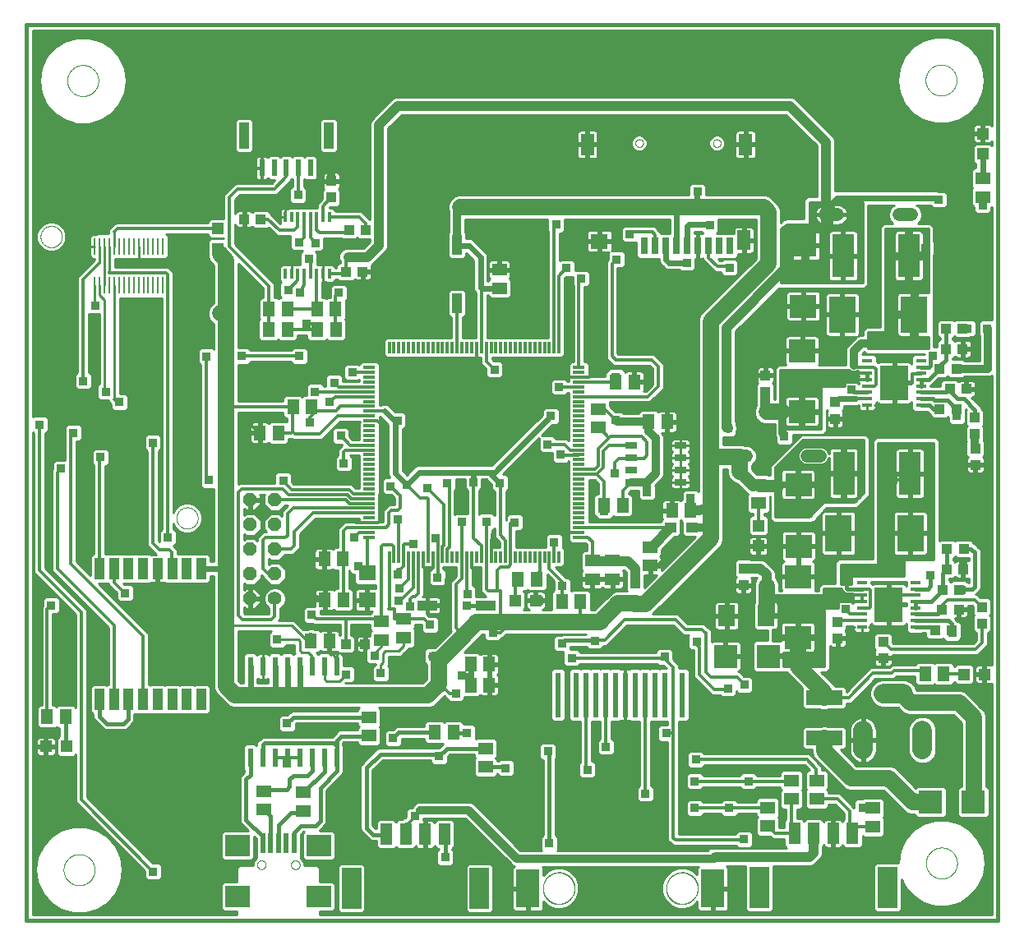
<source format=gtl>
G75*
%MOIN*%
%OFA0B0*%
%FSLAX25Y25*%
%IPPOS*%
%LPD*%
%AMOC8*
5,1,8,0,0,1.08239X$1,22.5*
%
%ADD10C,0.01600*%
%ADD11R,0.05118X0.05906*%
%ADD12R,0.05000X0.02500*%
%ADD13R,0.05906X0.05118*%
%ADD14R,0.07087X0.06299*%
%ADD15R,0.04724X0.03937*%
%ADD16R,0.04724X0.01181*%
%ADD17R,0.01181X0.04724*%
%ADD18R,0.04724X0.04724*%
%ADD19R,0.14567X0.05906*%
%ADD20R,0.09449X0.09449*%
%ADD21R,0.07008X0.08504*%
%ADD22R,0.03937X0.04724*%
%ADD23R,0.03937X0.03937*%
%ADD24R,0.03937X0.07874*%
%ADD25R,0.07874X0.03937*%
%ADD26C,0.00000*%
%ADD27R,0.00984X0.07087*%
%ADD28R,0.02200X0.07800*%
%ADD29R,0.04200X0.08600*%
%ADD30R,0.03150X0.07087*%
%ADD31R,0.05512X0.07874*%
%ADD32R,0.05512X0.08661*%
%ADD33R,0.04134X0.01772*%
%ADD34R,0.11575X0.14094*%
%ADD35C,0.05200*%
%ADD36R,0.11024X0.09449*%
%ADD37R,0.04331X0.03937*%
%ADD38R,0.03937X0.04331*%
%ADD39R,0.11024X0.14961*%
%ADD40R,0.08858X0.17717*%
%ADD41R,0.01200X0.03900*%
%ADD42R,0.09843X0.08661*%
%ADD43R,0.01969X0.07874*%
%ADD44R,0.07874X0.16535*%
%ADD45R,0.04724X0.08661*%
%ADD46C,0.05600*%
%ADD47OC8,0.05600*%
%ADD48R,0.02362X0.06693*%
%ADD49R,0.03937X0.10630*%
%ADD50C,0.07874*%
%ADD51R,0.02400X0.18100*%
%ADD52R,0.09800X0.15400*%
%ADD53R,0.03562X0.03562*%
%ADD54C,0.03200*%
%ADD55C,0.01000*%
%ADD56C,0.05000*%
%ADD57C,0.02400*%
%ADD58C,0.01200*%
%ADD59C,0.04000*%
%ADD60C,0.06600*%
D10*
X0006382Y0008400D02*
X0006382Y0371900D01*
X0400382Y0371900D01*
X0400382Y0008400D01*
X0006382Y0008400D01*
X0022616Y0079000D02*
X0022323Y0079294D01*
X0022323Y0091100D01*
X0036007Y0091276D02*
X0038982Y0088300D01*
X0045782Y0088300D01*
X0047682Y0090200D01*
X0047682Y0097865D01*
X0047818Y0098000D01*
X0036007Y0098000D02*
X0036007Y0091276D01*
X0097282Y0074500D02*
X0097282Y0067500D01*
X0095482Y0065700D01*
X0095482Y0049300D01*
X0102283Y0042499D01*
X0102283Y0039858D01*
X0105433Y0039858D02*
X0105433Y0050809D01*
X0102782Y0053460D01*
X0102782Y0060940D02*
X0102782Y0061600D01*
X0111882Y0061600D01*
X0113082Y0062800D01*
X0113082Y0065700D01*
X0114582Y0067200D01*
X0120482Y0067200D01*
X0122282Y0069000D01*
X0122282Y0074500D01*
X0127282Y0074500D02*
X0127282Y0068940D01*
X0118682Y0060340D01*
X0125682Y0062300D02*
X0132382Y0069000D01*
X0132382Y0074400D01*
X0132282Y0074500D01*
X0132282Y0079000D01*
X0132282Y0081400D01*
X0134082Y0083200D01*
X0145223Y0083200D01*
X0145382Y0083360D01*
X0145382Y0090840D02*
X0114623Y0090840D01*
X0112182Y0088400D01*
X0102982Y0080400D02*
X0130882Y0080400D01*
X0132282Y0079000D01*
X0144323Y0070340D02*
X0144323Y0045960D01*
X0146982Y0043300D01*
X0152319Y0043300D01*
X0152371Y0043353D01*
X0168119Y0043353D02*
X0168119Y0029637D01*
X0167982Y0029500D01*
X0160082Y0028900D02*
X0160082Y0028300D01*
X0159982Y0028200D01*
X0176282Y0034100D02*
X0176282Y0043064D01*
X0175993Y0043353D01*
X0192582Y0070660D02*
X0200423Y0070660D01*
X0200782Y0070300D01*
X0192582Y0078140D02*
X0176923Y0078140D01*
X0173782Y0075000D01*
X0172882Y0075900D01*
X0149882Y0075900D01*
X0144323Y0070340D01*
X0155082Y0082400D02*
X0157382Y0084700D01*
X0172042Y0084700D01*
X0179523Y0084700D02*
X0179623Y0084600D01*
X0185182Y0084600D01*
X0217982Y0077100D02*
X0218382Y0076700D01*
X0218382Y0039700D01*
X0125682Y0048800D02*
X0125682Y0062300D01*
X0118682Y0052860D02*
X0118023Y0052200D01*
X0113682Y0052200D01*
X0108682Y0047200D01*
X0108682Y0039958D01*
X0114882Y0039858D02*
X0114882Y0044099D01*
X0117682Y0046900D01*
X0123782Y0046900D01*
X0125682Y0048800D01*
X0112182Y0072200D02*
X0112182Y0074400D01*
X0112282Y0074500D01*
X0102282Y0074500D02*
X0102282Y0079700D01*
X0102982Y0080400D01*
X0042082Y0150980D02*
X0041912Y0151150D01*
X0184982Y0136000D02*
X0192468Y0136000D01*
X0192643Y0136175D01*
X0259482Y0152460D02*
X0262342Y0152460D01*
X0267082Y0157200D01*
X0277382Y0145200D02*
X0277382Y0144600D01*
X0311182Y0184800D02*
X0311484Y0185102D01*
X0338982Y0145800D02*
X0338982Y0143200D01*
X0339285Y0142898D01*
X0345286Y0142898D01*
X0352282Y0141700D02*
X0352282Y0136500D01*
X0359982Y0136500D01*
X0359982Y0131400D01*
X0367079Y0132661D02*
X0375997Y0132661D01*
X0377836Y0134500D01*
X0379580Y0130102D02*
X0380380Y0130102D01*
X0381682Y0128800D01*
X0381682Y0126146D01*
X0381729Y0126100D01*
X0379582Y0130100D02*
X0379580Y0130102D01*
X0367079Y0130102D01*
X0367079Y0127543D02*
X0373593Y0127543D01*
X0375036Y0126100D01*
X0373215Y0137780D02*
X0367079Y0137780D01*
X0367079Y0135220D01*
X0360021Y0140339D02*
X0360021Y0141700D01*
X0360082Y0141700D01*
X0367079Y0142898D02*
X0371880Y0142898D01*
X0373082Y0144100D01*
X0373082Y0148600D01*
X0378036Y0149300D02*
X0378036Y0142600D01*
X0373215Y0137780D01*
X0384729Y0142600D02*
X0385482Y0142600D01*
X0385682Y0142400D01*
X0385982Y0142700D01*
X0389882Y0142700D01*
X0391082Y0143900D01*
X0391082Y0157700D01*
X0389482Y0159300D01*
X0386529Y0159300D01*
X0379836Y0159300D02*
X0379836Y0151100D01*
X0379636Y0150900D01*
X0378036Y0149300D01*
X0352282Y0136500D02*
X0352282Y0131300D01*
X0391182Y0212346D02*
X0391182Y0215600D01*
X0386682Y0220100D01*
X0384082Y0220100D01*
X0380936Y0223246D01*
X0380936Y0224100D01*
X0379497Y0222661D01*
X0369279Y0222661D01*
X0369279Y0220102D02*
X0373980Y0220102D01*
X0374582Y0219500D01*
X0379929Y0219500D01*
X0379929Y0219454D01*
X0383782Y0215600D01*
X0383782Y0213100D01*
X0383529Y0215900D02*
X0379929Y0219500D01*
X0376836Y0215900D02*
X0376736Y0215800D01*
X0374282Y0215800D01*
X0372539Y0217543D01*
X0369279Y0217543D01*
X0369279Y0225220D02*
X0369279Y0227780D01*
X0372315Y0227780D01*
X0376836Y0232300D01*
X0376836Y0233354D01*
X0379382Y0235900D01*
X0379382Y0240246D01*
X0379436Y0240300D01*
X0379436Y0248500D01*
X0371882Y0244920D02*
X0371882Y0240700D01*
X0348082Y0240700D01*
X0348082Y0246700D01*
X0355182Y0246700D01*
X0355182Y0288700D01*
X0371882Y0288700D01*
X0371882Y0263480D01*
X0367249Y0263480D01*
X0367249Y0255000D01*
X0365649Y0255000D01*
X0365649Y0253400D01*
X0359138Y0253400D01*
X0359138Y0246483D01*
X0359260Y0246025D01*
X0359497Y0245614D01*
X0359832Y0245279D01*
X0360243Y0245042D01*
X0360701Y0244920D01*
X0365649Y0244920D01*
X0365649Y0253400D01*
X0367249Y0253400D01*
X0367249Y0244920D01*
X0371882Y0244920D01*
X0371882Y0243381D02*
X0348082Y0243381D01*
X0348082Y0241783D02*
X0371882Y0241783D01*
X0374082Y0237500D02*
X0373082Y0236500D01*
X0373082Y0233500D01*
X0372480Y0232898D01*
X0369279Y0232898D01*
X0362282Y0231700D02*
X0362282Y0226500D01*
X0362282Y0221300D01*
X0354482Y0221300D02*
X0354482Y0226500D01*
X0354482Y0231700D01*
X0347486Y0230339D02*
X0347486Y0227780D01*
X0347486Y0222661D02*
X0343821Y0222661D01*
X0343582Y0222900D01*
X0341982Y0222900D01*
X0341182Y0223700D01*
X0348082Y0244980D02*
X0360477Y0244980D01*
X0359138Y0246578D02*
X0348082Y0246578D01*
X0355182Y0248177D02*
X0359138Y0248177D01*
X0359138Y0249775D02*
X0355182Y0249775D01*
X0355182Y0251374D02*
X0359138Y0251374D01*
X0359138Y0252972D02*
X0355182Y0252972D01*
X0355182Y0254571D02*
X0365649Y0254571D01*
X0365649Y0255000D02*
X0359138Y0255000D01*
X0359138Y0261917D01*
X0359260Y0262375D01*
X0359497Y0262786D01*
X0359832Y0263121D01*
X0360243Y0263358D01*
X0360701Y0263480D01*
X0365649Y0263480D01*
X0365649Y0255000D01*
X0365649Y0256169D02*
X0367249Y0256169D01*
X0367249Y0257768D02*
X0365649Y0257768D01*
X0365649Y0259366D02*
X0367249Y0259366D01*
X0367249Y0260965D02*
X0365649Y0260965D01*
X0365649Y0262563D02*
X0367249Y0262563D01*
X0371882Y0264162D02*
X0355182Y0264162D01*
X0355182Y0265760D02*
X0371882Y0265760D01*
X0371882Y0267359D02*
X0369031Y0267359D01*
X0368967Y0267342D02*
X0369425Y0267464D01*
X0369836Y0267701D01*
X0370171Y0268037D01*
X0370408Y0268447D01*
X0370530Y0268905D01*
X0370530Y0277200D01*
X0365101Y0277200D01*
X0365101Y0267342D01*
X0368967Y0267342D01*
X0370530Y0268957D02*
X0371882Y0268957D01*
X0371882Y0270556D02*
X0370530Y0270556D01*
X0370530Y0272154D02*
X0371882Y0272154D01*
X0371882Y0273753D02*
X0370530Y0273753D01*
X0370530Y0275351D02*
X0371882Y0275351D01*
X0371882Y0276950D02*
X0370530Y0276950D01*
X0370530Y0278800D02*
X0370530Y0287095D01*
X0370408Y0287553D01*
X0370171Y0287963D01*
X0369836Y0288299D01*
X0369425Y0288536D01*
X0368967Y0288658D01*
X0365101Y0288658D01*
X0365101Y0278800D01*
X0363501Y0278800D01*
X0363501Y0277200D01*
X0358072Y0277200D01*
X0358072Y0268905D01*
X0358195Y0268447D01*
X0358432Y0268037D01*
X0358767Y0267701D01*
X0359177Y0267464D01*
X0359635Y0267342D01*
X0363501Y0267342D01*
X0363501Y0277200D01*
X0365101Y0277200D01*
X0365101Y0278800D01*
X0370530Y0278800D01*
X0370530Y0280147D02*
X0371882Y0280147D01*
X0371882Y0281745D02*
X0370530Y0281745D01*
X0370530Y0283344D02*
X0371882Y0283344D01*
X0371882Y0284942D02*
X0370530Y0284942D01*
X0370530Y0286541D02*
X0371882Y0286541D01*
X0371882Y0288139D02*
X0369995Y0288139D01*
X0365101Y0288139D02*
X0363501Y0288139D01*
X0363501Y0288658D02*
X0359635Y0288658D01*
X0359177Y0288536D01*
X0358767Y0288299D01*
X0358432Y0287963D01*
X0358195Y0287553D01*
X0358072Y0287095D01*
X0358072Y0278800D01*
X0363501Y0278800D01*
X0363501Y0288658D01*
X0363501Y0286541D02*
X0365101Y0286541D01*
X0365101Y0284942D02*
X0363501Y0284942D01*
X0363501Y0283344D02*
X0365101Y0283344D01*
X0365101Y0281745D02*
X0363501Y0281745D01*
X0363501Y0280147D02*
X0365101Y0280147D01*
X0365101Y0278548D02*
X0371882Y0278548D01*
X0365101Y0276950D02*
X0363501Y0276950D01*
X0363501Y0278548D02*
X0355182Y0278548D01*
X0355182Y0276950D02*
X0358072Y0276950D01*
X0358072Y0275351D02*
X0355182Y0275351D01*
X0355182Y0273753D02*
X0358072Y0273753D01*
X0358072Y0272154D02*
X0355182Y0272154D01*
X0355182Y0270556D02*
X0358072Y0270556D01*
X0358072Y0268957D02*
X0355182Y0268957D01*
X0355182Y0267359D02*
X0359571Y0267359D01*
X0363501Y0267359D02*
X0365101Y0267359D01*
X0365101Y0268957D02*
X0363501Y0268957D01*
X0363501Y0270556D02*
X0365101Y0270556D01*
X0365101Y0272154D02*
X0363501Y0272154D01*
X0363501Y0273753D02*
X0365101Y0273753D01*
X0365101Y0275351D02*
X0363501Y0275351D01*
X0358072Y0280147D02*
X0355182Y0280147D01*
X0355182Y0281745D02*
X0358072Y0281745D01*
X0358072Y0283344D02*
X0355182Y0283344D01*
X0355182Y0284942D02*
X0358072Y0284942D01*
X0358072Y0286541D02*
X0355182Y0286541D01*
X0355182Y0288139D02*
X0358608Y0288139D01*
X0359369Y0262563D02*
X0355182Y0262563D01*
X0355182Y0260965D02*
X0359138Y0260965D01*
X0359138Y0259366D02*
X0355182Y0259366D01*
X0355182Y0257768D02*
X0359138Y0257768D01*
X0359138Y0256169D02*
X0355182Y0256169D01*
X0365649Y0252972D02*
X0367249Y0252972D01*
X0367249Y0251374D02*
X0365649Y0251374D01*
X0365649Y0249775D02*
X0367249Y0249775D01*
X0367249Y0248177D02*
X0365649Y0248177D01*
X0365649Y0246578D02*
X0367249Y0246578D01*
X0367249Y0244980D02*
X0365649Y0244980D01*
X0084882Y0278700D02*
X0084082Y0279500D01*
X0084082Y0280966D01*
D11*
X0104842Y0256600D03*
X0112323Y0256600D03*
X0112223Y0248200D03*
X0104742Y0248200D03*
X0124442Y0248200D03*
X0131923Y0248200D03*
X0131823Y0256600D03*
X0124342Y0256600D03*
X0122023Y0216700D03*
X0114542Y0216700D03*
X0108523Y0206200D03*
X0101042Y0206200D03*
X0127242Y0155000D03*
X0134723Y0155000D03*
X0134923Y0138500D03*
X0127442Y0138500D03*
X0129323Y0121800D03*
X0121842Y0121800D03*
X0172042Y0084700D03*
X0179523Y0084700D03*
X0186542Y0103900D03*
X0194023Y0103900D03*
X0194023Y0112400D03*
X0186542Y0112400D03*
X0223642Y0137900D03*
X0231123Y0137900D03*
X0213323Y0146800D03*
X0205842Y0146800D03*
X0240742Y0176700D03*
X0248223Y0176700D03*
X0268242Y0174800D03*
X0275723Y0174800D03*
X0266323Y0210700D03*
X0258842Y0210700D03*
X0252923Y0226900D03*
X0245442Y0226900D03*
X0370942Y0108500D03*
X0378423Y0108500D03*
X0022323Y0091100D03*
X0014842Y0091100D03*
D12*
X0251682Y0186100D03*
X0251682Y0191100D03*
X0251682Y0196100D03*
X0251682Y0201100D03*
X0271682Y0201100D03*
X0271682Y0196100D03*
X0271682Y0191100D03*
X0271682Y0186100D03*
D13*
X0259482Y0159940D03*
X0259482Y0152460D03*
X0244182Y0154340D03*
X0244182Y0146860D03*
X0235882Y0146860D03*
X0235882Y0154340D03*
X0238482Y0208455D03*
X0238482Y0215935D03*
X0198282Y0264960D03*
X0198282Y0272440D03*
X0303382Y0185140D03*
X0303382Y0177660D03*
X0192582Y0078140D03*
X0192582Y0070660D03*
X0145382Y0083360D03*
X0145382Y0090840D03*
X0150382Y0122160D03*
X0150382Y0129640D03*
X0159482Y0130640D03*
X0159482Y0123160D03*
X0118682Y0060340D03*
X0118682Y0052860D03*
X0102782Y0053460D03*
X0102782Y0060940D03*
X0307082Y0054140D03*
X0307082Y0046660D03*
X0316782Y0057660D03*
X0316782Y0065140D03*
X0326882Y0065240D03*
X0326882Y0057760D03*
X0349682Y0054040D03*
X0349682Y0046560D03*
X0394282Y0301960D03*
X0394282Y0309440D03*
D14*
X0238818Y0283969D03*
X0144582Y0149412D03*
X0144582Y0138388D03*
D15*
X0267752Y0167700D03*
X0276413Y0167700D03*
D16*
X0230502Y0167788D03*
X0230502Y0165820D03*
X0230502Y0163851D03*
X0230502Y0169757D03*
X0230502Y0171725D03*
X0230502Y0173694D03*
X0230502Y0175662D03*
X0230502Y0177631D03*
X0230502Y0179599D03*
X0230502Y0181568D03*
X0230502Y0183536D03*
X0230502Y0185505D03*
X0230502Y0187473D03*
X0230502Y0189442D03*
X0230502Y0191410D03*
X0230502Y0193379D03*
X0230502Y0195347D03*
X0230502Y0197316D03*
X0230502Y0199284D03*
X0230502Y0201253D03*
X0230502Y0203221D03*
X0230502Y0205190D03*
X0230502Y0207158D03*
X0230502Y0209127D03*
X0230502Y0211095D03*
X0230502Y0213064D03*
X0230502Y0215032D03*
X0230502Y0217001D03*
X0230502Y0218969D03*
X0230502Y0220938D03*
X0230502Y0222906D03*
X0230502Y0224875D03*
X0230502Y0226843D03*
X0230502Y0228812D03*
X0230502Y0230780D03*
X0230502Y0232749D03*
X0145463Y0232749D03*
X0145463Y0230780D03*
X0145463Y0228812D03*
X0145463Y0226843D03*
X0145463Y0224875D03*
X0145463Y0222906D03*
X0145463Y0220938D03*
X0145463Y0218969D03*
X0145463Y0217001D03*
X0145463Y0215032D03*
X0145463Y0213064D03*
X0145463Y0211095D03*
X0145463Y0209127D03*
X0145463Y0207158D03*
X0145463Y0205190D03*
X0145463Y0203221D03*
X0145463Y0201253D03*
X0145463Y0199284D03*
X0145463Y0197316D03*
X0145463Y0195347D03*
X0145463Y0193379D03*
X0145463Y0191410D03*
X0145463Y0189442D03*
X0145463Y0187473D03*
X0145463Y0185505D03*
X0145463Y0183536D03*
X0145463Y0181568D03*
X0145463Y0179599D03*
X0145463Y0177631D03*
X0145463Y0175662D03*
X0145463Y0173694D03*
X0145463Y0171725D03*
X0145463Y0169757D03*
X0145463Y0167788D03*
X0145463Y0165820D03*
X0145463Y0163851D03*
D17*
X0153534Y0155780D03*
X0155502Y0155780D03*
X0157471Y0155780D03*
X0159439Y0155780D03*
X0161408Y0155780D03*
X0163376Y0155780D03*
X0165345Y0155780D03*
X0167313Y0155780D03*
X0169282Y0155780D03*
X0171250Y0155780D03*
X0173219Y0155780D03*
X0175187Y0155780D03*
X0177156Y0155780D03*
X0179124Y0155780D03*
X0181093Y0155780D03*
X0183061Y0155780D03*
X0185030Y0155780D03*
X0186998Y0155780D03*
X0188967Y0155780D03*
X0190935Y0155780D03*
X0192904Y0155780D03*
X0194872Y0155780D03*
X0196841Y0155780D03*
X0198809Y0155780D03*
X0200778Y0155780D03*
X0202746Y0155780D03*
X0204715Y0155780D03*
X0206683Y0155780D03*
X0208652Y0155780D03*
X0210620Y0155780D03*
X0212589Y0155780D03*
X0214557Y0155780D03*
X0216526Y0155780D03*
X0218494Y0155780D03*
X0220463Y0155780D03*
X0222431Y0155780D03*
X0222431Y0240820D03*
X0220463Y0240820D03*
X0218494Y0240820D03*
X0216526Y0240820D03*
X0214557Y0240820D03*
X0212589Y0240820D03*
X0210620Y0240820D03*
X0208652Y0240820D03*
X0206683Y0240820D03*
X0204715Y0240820D03*
X0202746Y0240820D03*
X0200778Y0240820D03*
X0198809Y0240820D03*
X0196841Y0240820D03*
X0194872Y0240820D03*
X0192904Y0240820D03*
X0190935Y0240820D03*
X0188967Y0240820D03*
X0186998Y0240820D03*
X0185030Y0240820D03*
X0183061Y0240820D03*
X0181093Y0240820D03*
X0179124Y0240820D03*
X0177156Y0240820D03*
X0175187Y0240820D03*
X0173219Y0240820D03*
X0171250Y0240820D03*
X0169282Y0240820D03*
X0167313Y0240820D03*
X0165345Y0240820D03*
X0163376Y0240820D03*
X0161408Y0240820D03*
X0159439Y0240820D03*
X0157471Y0240820D03*
X0155502Y0240820D03*
X0153534Y0240820D03*
D18*
X0084082Y0280966D03*
X0084082Y0289234D03*
X0204749Y0138200D03*
X0213016Y0138200D03*
X0303282Y0160366D03*
X0303282Y0168634D03*
X0386649Y0108300D03*
X0394916Y0108300D03*
X0394282Y0319366D03*
X0394282Y0327634D03*
X0022616Y0079000D03*
X0014349Y0079000D03*
D19*
X0329982Y0082332D03*
X0329982Y0098868D03*
D20*
X0307344Y0115600D03*
X0290021Y0115600D03*
X0373121Y0056400D03*
X0390444Y0056400D03*
D21*
X0306475Y0132000D03*
X0290451Y0132000D03*
D22*
X0253382Y0136869D03*
X0253382Y0145531D03*
D23*
X0143756Y0120500D03*
X0135882Y0120500D03*
D24*
X0181032Y0258914D03*
X0181032Y0282536D03*
D25*
X0192643Y0136175D03*
X0169021Y0136175D03*
D26*
X0067244Y0171653D02*
X0067246Y0171784D01*
X0067252Y0171916D01*
X0067262Y0172047D01*
X0067276Y0172178D01*
X0067294Y0172308D01*
X0067316Y0172437D01*
X0067341Y0172566D01*
X0067371Y0172694D01*
X0067405Y0172821D01*
X0067442Y0172948D01*
X0067483Y0173072D01*
X0067528Y0173196D01*
X0067577Y0173318D01*
X0067629Y0173439D01*
X0067685Y0173557D01*
X0067745Y0173675D01*
X0067808Y0173790D01*
X0067875Y0173903D01*
X0067945Y0174015D01*
X0068018Y0174124D01*
X0068094Y0174230D01*
X0068174Y0174335D01*
X0068257Y0174437D01*
X0068343Y0174536D01*
X0068432Y0174633D01*
X0068524Y0174727D01*
X0068619Y0174818D01*
X0068716Y0174907D01*
X0068816Y0174992D01*
X0068919Y0175074D01*
X0069024Y0175153D01*
X0069131Y0175229D01*
X0069241Y0175301D01*
X0069353Y0175370D01*
X0069467Y0175436D01*
X0069582Y0175498D01*
X0069700Y0175557D01*
X0069819Y0175612D01*
X0069940Y0175664D01*
X0070063Y0175711D01*
X0070187Y0175755D01*
X0070312Y0175796D01*
X0070438Y0175832D01*
X0070566Y0175865D01*
X0070694Y0175893D01*
X0070823Y0175918D01*
X0070953Y0175939D01*
X0071083Y0175956D01*
X0071214Y0175969D01*
X0071345Y0175978D01*
X0071476Y0175983D01*
X0071608Y0175984D01*
X0071739Y0175981D01*
X0071871Y0175974D01*
X0072002Y0175963D01*
X0072132Y0175948D01*
X0072262Y0175929D01*
X0072392Y0175906D01*
X0072520Y0175880D01*
X0072648Y0175849D01*
X0072775Y0175814D01*
X0072901Y0175776D01*
X0073025Y0175734D01*
X0073149Y0175688D01*
X0073270Y0175638D01*
X0073390Y0175585D01*
X0073509Y0175528D01*
X0073626Y0175468D01*
X0073740Y0175404D01*
X0073853Y0175336D01*
X0073964Y0175265D01*
X0074073Y0175191D01*
X0074179Y0175114D01*
X0074283Y0175033D01*
X0074384Y0174950D01*
X0074483Y0174863D01*
X0074579Y0174773D01*
X0074672Y0174680D01*
X0074763Y0174585D01*
X0074850Y0174487D01*
X0074935Y0174386D01*
X0075016Y0174283D01*
X0075094Y0174177D01*
X0075169Y0174069D01*
X0075241Y0173959D01*
X0075309Y0173847D01*
X0075374Y0173733D01*
X0075435Y0173616D01*
X0075493Y0173498D01*
X0075547Y0173378D01*
X0075598Y0173257D01*
X0075645Y0173134D01*
X0075688Y0173010D01*
X0075727Y0172885D01*
X0075763Y0172758D01*
X0075794Y0172630D01*
X0075822Y0172502D01*
X0075846Y0172373D01*
X0075866Y0172243D01*
X0075882Y0172112D01*
X0075894Y0171981D01*
X0075902Y0171850D01*
X0075906Y0171719D01*
X0075906Y0171587D01*
X0075902Y0171456D01*
X0075894Y0171325D01*
X0075882Y0171194D01*
X0075866Y0171063D01*
X0075846Y0170933D01*
X0075822Y0170804D01*
X0075794Y0170676D01*
X0075763Y0170548D01*
X0075727Y0170421D01*
X0075688Y0170296D01*
X0075645Y0170172D01*
X0075598Y0170049D01*
X0075547Y0169928D01*
X0075493Y0169808D01*
X0075435Y0169690D01*
X0075374Y0169573D01*
X0075309Y0169459D01*
X0075241Y0169347D01*
X0075169Y0169237D01*
X0075094Y0169129D01*
X0075016Y0169023D01*
X0074935Y0168920D01*
X0074850Y0168819D01*
X0074763Y0168721D01*
X0074672Y0168626D01*
X0074579Y0168533D01*
X0074483Y0168443D01*
X0074384Y0168356D01*
X0074283Y0168273D01*
X0074179Y0168192D01*
X0074073Y0168115D01*
X0073964Y0168041D01*
X0073853Y0167970D01*
X0073741Y0167902D01*
X0073626Y0167838D01*
X0073509Y0167778D01*
X0073390Y0167721D01*
X0073270Y0167668D01*
X0073149Y0167618D01*
X0073025Y0167572D01*
X0072901Y0167530D01*
X0072775Y0167492D01*
X0072648Y0167457D01*
X0072520Y0167426D01*
X0072392Y0167400D01*
X0072262Y0167377D01*
X0072132Y0167358D01*
X0072002Y0167343D01*
X0071871Y0167332D01*
X0071739Y0167325D01*
X0071608Y0167322D01*
X0071476Y0167323D01*
X0071345Y0167328D01*
X0071214Y0167337D01*
X0071083Y0167350D01*
X0070953Y0167367D01*
X0070823Y0167388D01*
X0070694Y0167413D01*
X0070566Y0167441D01*
X0070438Y0167474D01*
X0070312Y0167510D01*
X0070187Y0167551D01*
X0070063Y0167595D01*
X0069940Y0167642D01*
X0069819Y0167694D01*
X0069700Y0167749D01*
X0069582Y0167808D01*
X0069467Y0167870D01*
X0069353Y0167936D01*
X0069241Y0168005D01*
X0069131Y0168077D01*
X0069024Y0168153D01*
X0068919Y0168232D01*
X0068816Y0168314D01*
X0068716Y0168399D01*
X0068619Y0168488D01*
X0068524Y0168579D01*
X0068432Y0168673D01*
X0068343Y0168770D01*
X0068257Y0168869D01*
X0068174Y0168971D01*
X0068094Y0169076D01*
X0068018Y0169182D01*
X0067945Y0169291D01*
X0067875Y0169403D01*
X0067808Y0169516D01*
X0067745Y0169631D01*
X0067685Y0169749D01*
X0067629Y0169867D01*
X0067577Y0169988D01*
X0067528Y0170110D01*
X0067483Y0170234D01*
X0067442Y0170358D01*
X0067405Y0170485D01*
X0067371Y0170612D01*
X0067341Y0170740D01*
X0067316Y0170869D01*
X0067294Y0170998D01*
X0067276Y0171128D01*
X0067262Y0171259D01*
X0067252Y0171390D01*
X0067246Y0171522D01*
X0067244Y0171653D01*
X0012125Y0285826D02*
X0012127Y0285957D01*
X0012133Y0286089D01*
X0012143Y0286220D01*
X0012157Y0286351D01*
X0012175Y0286481D01*
X0012197Y0286610D01*
X0012222Y0286739D01*
X0012252Y0286867D01*
X0012286Y0286994D01*
X0012323Y0287121D01*
X0012364Y0287245D01*
X0012409Y0287369D01*
X0012458Y0287491D01*
X0012510Y0287612D01*
X0012566Y0287730D01*
X0012626Y0287848D01*
X0012689Y0287963D01*
X0012756Y0288076D01*
X0012826Y0288188D01*
X0012899Y0288297D01*
X0012975Y0288403D01*
X0013055Y0288508D01*
X0013138Y0288610D01*
X0013224Y0288709D01*
X0013313Y0288806D01*
X0013405Y0288900D01*
X0013500Y0288991D01*
X0013597Y0289080D01*
X0013697Y0289165D01*
X0013800Y0289247D01*
X0013905Y0289326D01*
X0014012Y0289402D01*
X0014122Y0289474D01*
X0014234Y0289543D01*
X0014348Y0289609D01*
X0014463Y0289671D01*
X0014581Y0289730D01*
X0014700Y0289785D01*
X0014821Y0289837D01*
X0014944Y0289884D01*
X0015068Y0289928D01*
X0015193Y0289969D01*
X0015319Y0290005D01*
X0015447Y0290038D01*
X0015575Y0290066D01*
X0015704Y0290091D01*
X0015834Y0290112D01*
X0015964Y0290129D01*
X0016095Y0290142D01*
X0016226Y0290151D01*
X0016357Y0290156D01*
X0016489Y0290157D01*
X0016620Y0290154D01*
X0016752Y0290147D01*
X0016883Y0290136D01*
X0017013Y0290121D01*
X0017143Y0290102D01*
X0017273Y0290079D01*
X0017401Y0290053D01*
X0017529Y0290022D01*
X0017656Y0289987D01*
X0017782Y0289949D01*
X0017906Y0289907D01*
X0018030Y0289861D01*
X0018151Y0289811D01*
X0018271Y0289758D01*
X0018390Y0289701D01*
X0018507Y0289641D01*
X0018621Y0289577D01*
X0018734Y0289509D01*
X0018845Y0289438D01*
X0018954Y0289364D01*
X0019060Y0289287D01*
X0019164Y0289206D01*
X0019265Y0289123D01*
X0019364Y0289036D01*
X0019460Y0288946D01*
X0019553Y0288853D01*
X0019644Y0288758D01*
X0019731Y0288660D01*
X0019816Y0288559D01*
X0019897Y0288456D01*
X0019975Y0288350D01*
X0020050Y0288242D01*
X0020122Y0288132D01*
X0020190Y0288020D01*
X0020255Y0287906D01*
X0020316Y0287789D01*
X0020374Y0287671D01*
X0020428Y0287551D01*
X0020479Y0287430D01*
X0020526Y0287307D01*
X0020569Y0287183D01*
X0020608Y0287058D01*
X0020644Y0286931D01*
X0020675Y0286803D01*
X0020703Y0286675D01*
X0020727Y0286546D01*
X0020747Y0286416D01*
X0020763Y0286285D01*
X0020775Y0286154D01*
X0020783Y0286023D01*
X0020787Y0285892D01*
X0020787Y0285760D01*
X0020783Y0285629D01*
X0020775Y0285498D01*
X0020763Y0285367D01*
X0020747Y0285236D01*
X0020727Y0285106D01*
X0020703Y0284977D01*
X0020675Y0284849D01*
X0020644Y0284721D01*
X0020608Y0284594D01*
X0020569Y0284469D01*
X0020526Y0284345D01*
X0020479Y0284222D01*
X0020428Y0284101D01*
X0020374Y0283981D01*
X0020316Y0283863D01*
X0020255Y0283746D01*
X0020190Y0283632D01*
X0020122Y0283520D01*
X0020050Y0283410D01*
X0019975Y0283302D01*
X0019897Y0283196D01*
X0019816Y0283093D01*
X0019731Y0282992D01*
X0019644Y0282894D01*
X0019553Y0282799D01*
X0019460Y0282706D01*
X0019364Y0282616D01*
X0019265Y0282529D01*
X0019164Y0282446D01*
X0019060Y0282365D01*
X0018954Y0282288D01*
X0018845Y0282214D01*
X0018734Y0282143D01*
X0018622Y0282075D01*
X0018507Y0282011D01*
X0018390Y0281951D01*
X0018271Y0281894D01*
X0018151Y0281841D01*
X0018030Y0281791D01*
X0017906Y0281745D01*
X0017782Y0281703D01*
X0017656Y0281665D01*
X0017529Y0281630D01*
X0017401Y0281599D01*
X0017273Y0281573D01*
X0017143Y0281550D01*
X0017013Y0281531D01*
X0016883Y0281516D01*
X0016752Y0281505D01*
X0016620Y0281498D01*
X0016489Y0281495D01*
X0016357Y0281496D01*
X0016226Y0281501D01*
X0016095Y0281510D01*
X0015964Y0281523D01*
X0015834Y0281540D01*
X0015704Y0281561D01*
X0015575Y0281586D01*
X0015447Y0281614D01*
X0015319Y0281647D01*
X0015193Y0281683D01*
X0015068Y0281724D01*
X0014944Y0281768D01*
X0014821Y0281815D01*
X0014700Y0281867D01*
X0014581Y0281922D01*
X0014463Y0281981D01*
X0014348Y0282043D01*
X0014234Y0282109D01*
X0014122Y0282178D01*
X0014012Y0282250D01*
X0013905Y0282326D01*
X0013800Y0282405D01*
X0013697Y0282487D01*
X0013597Y0282572D01*
X0013500Y0282661D01*
X0013405Y0282752D01*
X0013313Y0282846D01*
X0013224Y0282943D01*
X0013138Y0283042D01*
X0013055Y0283144D01*
X0012975Y0283249D01*
X0012899Y0283355D01*
X0012826Y0283464D01*
X0012756Y0283576D01*
X0012689Y0283689D01*
X0012626Y0283804D01*
X0012566Y0283922D01*
X0012510Y0284040D01*
X0012458Y0284161D01*
X0012409Y0284283D01*
X0012364Y0284407D01*
X0012323Y0284531D01*
X0012286Y0284658D01*
X0012252Y0284785D01*
X0012222Y0284913D01*
X0012197Y0285042D01*
X0012175Y0285171D01*
X0012157Y0285301D01*
X0012143Y0285432D01*
X0012133Y0285563D01*
X0012127Y0285695D01*
X0012125Y0285826D01*
X0022983Y0349100D02*
X0022985Y0349258D01*
X0022991Y0349416D01*
X0023001Y0349574D01*
X0023015Y0349732D01*
X0023033Y0349889D01*
X0023054Y0350046D01*
X0023080Y0350202D01*
X0023110Y0350358D01*
X0023143Y0350513D01*
X0023181Y0350666D01*
X0023222Y0350819D01*
X0023267Y0350971D01*
X0023316Y0351122D01*
X0023369Y0351271D01*
X0023425Y0351419D01*
X0023485Y0351565D01*
X0023549Y0351710D01*
X0023617Y0351853D01*
X0023688Y0351995D01*
X0023762Y0352135D01*
X0023840Y0352272D01*
X0023922Y0352408D01*
X0024006Y0352542D01*
X0024095Y0352673D01*
X0024186Y0352802D01*
X0024281Y0352929D01*
X0024378Y0353054D01*
X0024479Y0353176D01*
X0024583Y0353295D01*
X0024690Y0353412D01*
X0024800Y0353526D01*
X0024913Y0353637D01*
X0025028Y0353746D01*
X0025146Y0353851D01*
X0025267Y0353953D01*
X0025390Y0354053D01*
X0025516Y0354149D01*
X0025644Y0354242D01*
X0025774Y0354332D01*
X0025907Y0354418D01*
X0026042Y0354502D01*
X0026178Y0354581D01*
X0026317Y0354658D01*
X0026458Y0354730D01*
X0026600Y0354800D01*
X0026744Y0354865D01*
X0026890Y0354927D01*
X0027037Y0354985D01*
X0027186Y0355040D01*
X0027336Y0355091D01*
X0027487Y0355138D01*
X0027639Y0355181D01*
X0027792Y0355220D01*
X0027947Y0355256D01*
X0028102Y0355287D01*
X0028258Y0355315D01*
X0028414Y0355339D01*
X0028571Y0355359D01*
X0028729Y0355375D01*
X0028886Y0355387D01*
X0029045Y0355395D01*
X0029203Y0355399D01*
X0029361Y0355399D01*
X0029519Y0355395D01*
X0029678Y0355387D01*
X0029835Y0355375D01*
X0029993Y0355359D01*
X0030150Y0355339D01*
X0030306Y0355315D01*
X0030462Y0355287D01*
X0030617Y0355256D01*
X0030772Y0355220D01*
X0030925Y0355181D01*
X0031077Y0355138D01*
X0031228Y0355091D01*
X0031378Y0355040D01*
X0031527Y0354985D01*
X0031674Y0354927D01*
X0031820Y0354865D01*
X0031964Y0354800D01*
X0032106Y0354730D01*
X0032247Y0354658D01*
X0032386Y0354581D01*
X0032522Y0354502D01*
X0032657Y0354418D01*
X0032790Y0354332D01*
X0032920Y0354242D01*
X0033048Y0354149D01*
X0033174Y0354053D01*
X0033297Y0353953D01*
X0033418Y0353851D01*
X0033536Y0353746D01*
X0033651Y0353637D01*
X0033764Y0353526D01*
X0033874Y0353412D01*
X0033981Y0353295D01*
X0034085Y0353176D01*
X0034186Y0353054D01*
X0034283Y0352929D01*
X0034378Y0352802D01*
X0034469Y0352673D01*
X0034558Y0352542D01*
X0034642Y0352408D01*
X0034724Y0352272D01*
X0034802Y0352135D01*
X0034876Y0351995D01*
X0034947Y0351853D01*
X0035015Y0351710D01*
X0035079Y0351565D01*
X0035139Y0351419D01*
X0035195Y0351271D01*
X0035248Y0351122D01*
X0035297Y0350971D01*
X0035342Y0350819D01*
X0035383Y0350666D01*
X0035421Y0350513D01*
X0035454Y0350358D01*
X0035484Y0350202D01*
X0035510Y0350046D01*
X0035531Y0349889D01*
X0035549Y0349732D01*
X0035563Y0349574D01*
X0035573Y0349416D01*
X0035579Y0349258D01*
X0035581Y0349100D01*
X0035579Y0348942D01*
X0035573Y0348784D01*
X0035563Y0348626D01*
X0035549Y0348468D01*
X0035531Y0348311D01*
X0035510Y0348154D01*
X0035484Y0347998D01*
X0035454Y0347842D01*
X0035421Y0347687D01*
X0035383Y0347534D01*
X0035342Y0347381D01*
X0035297Y0347229D01*
X0035248Y0347078D01*
X0035195Y0346929D01*
X0035139Y0346781D01*
X0035079Y0346635D01*
X0035015Y0346490D01*
X0034947Y0346347D01*
X0034876Y0346205D01*
X0034802Y0346065D01*
X0034724Y0345928D01*
X0034642Y0345792D01*
X0034558Y0345658D01*
X0034469Y0345527D01*
X0034378Y0345398D01*
X0034283Y0345271D01*
X0034186Y0345146D01*
X0034085Y0345024D01*
X0033981Y0344905D01*
X0033874Y0344788D01*
X0033764Y0344674D01*
X0033651Y0344563D01*
X0033536Y0344454D01*
X0033418Y0344349D01*
X0033297Y0344247D01*
X0033174Y0344147D01*
X0033048Y0344051D01*
X0032920Y0343958D01*
X0032790Y0343868D01*
X0032657Y0343782D01*
X0032522Y0343698D01*
X0032386Y0343619D01*
X0032247Y0343542D01*
X0032106Y0343470D01*
X0031964Y0343400D01*
X0031820Y0343335D01*
X0031674Y0343273D01*
X0031527Y0343215D01*
X0031378Y0343160D01*
X0031228Y0343109D01*
X0031077Y0343062D01*
X0030925Y0343019D01*
X0030772Y0342980D01*
X0030617Y0342944D01*
X0030462Y0342913D01*
X0030306Y0342885D01*
X0030150Y0342861D01*
X0029993Y0342841D01*
X0029835Y0342825D01*
X0029678Y0342813D01*
X0029519Y0342805D01*
X0029361Y0342801D01*
X0029203Y0342801D01*
X0029045Y0342805D01*
X0028886Y0342813D01*
X0028729Y0342825D01*
X0028571Y0342841D01*
X0028414Y0342861D01*
X0028258Y0342885D01*
X0028102Y0342913D01*
X0027947Y0342944D01*
X0027792Y0342980D01*
X0027639Y0343019D01*
X0027487Y0343062D01*
X0027336Y0343109D01*
X0027186Y0343160D01*
X0027037Y0343215D01*
X0026890Y0343273D01*
X0026744Y0343335D01*
X0026600Y0343400D01*
X0026458Y0343470D01*
X0026317Y0343542D01*
X0026178Y0343619D01*
X0026042Y0343698D01*
X0025907Y0343782D01*
X0025774Y0343868D01*
X0025644Y0343958D01*
X0025516Y0344051D01*
X0025390Y0344147D01*
X0025267Y0344247D01*
X0025146Y0344349D01*
X0025028Y0344454D01*
X0024913Y0344563D01*
X0024800Y0344674D01*
X0024690Y0344788D01*
X0024583Y0344905D01*
X0024479Y0345024D01*
X0024378Y0345146D01*
X0024281Y0345271D01*
X0024186Y0345398D01*
X0024095Y0345527D01*
X0024006Y0345658D01*
X0023922Y0345792D01*
X0023840Y0345928D01*
X0023762Y0346065D01*
X0023688Y0346205D01*
X0023617Y0346347D01*
X0023549Y0346490D01*
X0023485Y0346635D01*
X0023425Y0346781D01*
X0023369Y0346929D01*
X0023316Y0347078D01*
X0023267Y0347229D01*
X0023222Y0347381D01*
X0023181Y0347534D01*
X0023143Y0347687D01*
X0023110Y0347842D01*
X0023080Y0347998D01*
X0023054Y0348154D01*
X0023033Y0348311D01*
X0023015Y0348468D01*
X0023001Y0348626D01*
X0022991Y0348784D01*
X0022985Y0348942D01*
X0022983Y0349100D01*
X0253385Y0323732D02*
X0253387Y0323811D01*
X0253393Y0323890D01*
X0253403Y0323969D01*
X0253417Y0324047D01*
X0253434Y0324124D01*
X0253456Y0324200D01*
X0253481Y0324275D01*
X0253511Y0324348D01*
X0253543Y0324420D01*
X0253580Y0324491D01*
X0253620Y0324559D01*
X0253663Y0324625D01*
X0253709Y0324689D01*
X0253759Y0324751D01*
X0253812Y0324810D01*
X0253867Y0324866D01*
X0253926Y0324920D01*
X0253987Y0324970D01*
X0254050Y0325018D01*
X0254116Y0325062D01*
X0254184Y0325103D01*
X0254254Y0325140D01*
X0254325Y0325174D01*
X0254399Y0325204D01*
X0254473Y0325230D01*
X0254549Y0325252D01*
X0254626Y0325271D01*
X0254704Y0325286D01*
X0254782Y0325297D01*
X0254861Y0325304D01*
X0254940Y0325307D01*
X0255019Y0325306D01*
X0255098Y0325301D01*
X0255177Y0325292D01*
X0255255Y0325279D01*
X0255332Y0325262D01*
X0255409Y0325242D01*
X0255484Y0325217D01*
X0255558Y0325189D01*
X0255631Y0325157D01*
X0255701Y0325122D01*
X0255770Y0325083D01*
X0255837Y0325040D01*
X0255902Y0324994D01*
X0255964Y0324946D01*
X0256024Y0324894D01*
X0256081Y0324839D01*
X0256135Y0324781D01*
X0256186Y0324721D01*
X0256234Y0324658D01*
X0256279Y0324593D01*
X0256321Y0324525D01*
X0256359Y0324456D01*
X0256393Y0324385D01*
X0256424Y0324312D01*
X0256452Y0324237D01*
X0256475Y0324162D01*
X0256495Y0324085D01*
X0256511Y0324008D01*
X0256523Y0323929D01*
X0256531Y0323851D01*
X0256535Y0323772D01*
X0256535Y0323692D01*
X0256531Y0323613D01*
X0256523Y0323535D01*
X0256511Y0323456D01*
X0256495Y0323379D01*
X0256475Y0323302D01*
X0256452Y0323227D01*
X0256424Y0323152D01*
X0256393Y0323079D01*
X0256359Y0323008D01*
X0256321Y0322939D01*
X0256279Y0322871D01*
X0256234Y0322806D01*
X0256186Y0322743D01*
X0256135Y0322683D01*
X0256081Y0322625D01*
X0256024Y0322570D01*
X0255964Y0322518D01*
X0255902Y0322470D01*
X0255837Y0322424D01*
X0255770Y0322381D01*
X0255701Y0322342D01*
X0255631Y0322307D01*
X0255558Y0322275D01*
X0255484Y0322247D01*
X0255409Y0322222D01*
X0255332Y0322202D01*
X0255255Y0322185D01*
X0255177Y0322172D01*
X0255098Y0322163D01*
X0255019Y0322158D01*
X0254940Y0322157D01*
X0254861Y0322160D01*
X0254782Y0322167D01*
X0254704Y0322178D01*
X0254626Y0322193D01*
X0254549Y0322212D01*
X0254473Y0322234D01*
X0254399Y0322260D01*
X0254325Y0322290D01*
X0254254Y0322324D01*
X0254184Y0322361D01*
X0254116Y0322402D01*
X0254050Y0322446D01*
X0253987Y0322494D01*
X0253926Y0322544D01*
X0253867Y0322598D01*
X0253812Y0322654D01*
X0253759Y0322713D01*
X0253709Y0322775D01*
X0253663Y0322839D01*
X0253620Y0322905D01*
X0253580Y0322973D01*
X0253543Y0323044D01*
X0253511Y0323116D01*
X0253481Y0323189D01*
X0253456Y0323264D01*
X0253434Y0323340D01*
X0253417Y0323417D01*
X0253403Y0323495D01*
X0253393Y0323574D01*
X0253387Y0323653D01*
X0253385Y0323732D01*
X0284881Y0323732D02*
X0284883Y0323811D01*
X0284889Y0323890D01*
X0284899Y0323969D01*
X0284913Y0324047D01*
X0284930Y0324124D01*
X0284952Y0324200D01*
X0284977Y0324275D01*
X0285007Y0324348D01*
X0285039Y0324420D01*
X0285076Y0324491D01*
X0285116Y0324559D01*
X0285159Y0324625D01*
X0285205Y0324689D01*
X0285255Y0324751D01*
X0285308Y0324810D01*
X0285363Y0324866D01*
X0285422Y0324920D01*
X0285483Y0324970D01*
X0285546Y0325018D01*
X0285612Y0325062D01*
X0285680Y0325103D01*
X0285750Y0325140D01*
X0285821Y0325174D01*
X0285895Y0325204D01*
X0285969Y0325230D01*
X0286045Y0325252D01*
X0286122Y0325271D01*
X0286200Y0325286D01*
X0286278Y0325297D01*
X0286357Y0325304D01*
X0286436Y0325307D01*
X0286515Y0325306D01*
X0286594Y0325301D01*
X0286673Y0325292D01*
X0286751Y0325279D01*
X0286828Y0325262D01*
X0286905Y0325242D01*
X0286980Y0325217D01*
X0287054Y0325189D01*
X0287127Y0325157D01*
X0287197Y0325122D01*
X0287266Y0325083D01*
X0287333Y0325040D01*
X0287398Y0324994D01*
X0287460Y0324946D01*
X0287520Y0324894D01*
X0287577Y0324839D01*
X0287631Y0324781D01*
X0287682Y0324721D01*
X0287730Y0324658D01*
X0287775Y0324593D01*
X0287817Y0324525D01*
X0287855Y0324456D01*
X0287889Y0324385D01*
X0287920Y0324312D01*
X0287948Y0324237D01*
X0287971Y0324162D01*
X0287991Y0324085D01*
X0288007Y0324008D01*
X0288019Y0323929D01*
X0288027Y0323851D01*
X0288031Y0323772D01*
X0288031Y0323692D01*
X0288027Y0323613D01*
X0288019Y0323535D01*
X0288007Y0323456D01*
X0287991Y0323379D01*
X0287971Y0323302D01*
X0287948Y0323227D01*
X0287920Y0323152D01*
X0287889Y0323079D01*
X0287855Y0323008D01*
X0287817Y0322939D01*
X0287775Y0322871D01*
X0287730Y0322806D01*
X0287682Y0322743D01*
X0287631Y0322683D01*
X0287577Y0322625D01*
X0287520Y0322570D01*
X0287460Y0322518D01*
X0287398Y0322470D01*
X0287333Y0322424D01*
X0287266Y0322381D01*
X0287197Y0322342D01*
X0287127Y0322307D01*
X0287054Y0322275D01*
X0286980Y0322247D01*
X0286905Y0322222D01*
X0286828Y0322202D01*
X0286751Y0322185D01*
X0286673Y0322172D01*
X0286594Y0322163D01*
X0286515Y0322158D01*
X0286436Y0322157D01*
X0286357Y0322160D01*
X0286278Y0322167D01*
X0286200Y0322178D01*
X0286122Y0322193D01*
X0286045Y0322212D01*
X0285969Y0322234D01*
X0285895Y0322260D01*
X0285821Y0322290D01*
X0285750Y0322324D01*
X0285680Y0322361D01*
X0285612Y0322402D01*
X0285546Y0322446D01*
X0285483Y0322494D01*
X0285422Y0322544D01*
X0285363Y0322598D01*
X0285308Y0322654D01*
X0285255Y0322713D01*
X0285205Y0322775D01*
X0285159Y0322839D01*
X0285116Y0322905D01*
X0285076Y0322973D01*
X0285039Y0323044D01*
X0285007Y0323116D01*
X0284977Y0323189D01*
X0284952Y0323264D01*
X0284930Y0323340D01*
X0284913Y0323417D01*
X0284899Y0323495D01*
X0284889Y0323574D01*
X0284883Y0323653D01*
X0284881Y0323732D01*
X0371083Y0349300D02*
X0371085Y0349458D01*
X0371091Y0349616D01*
X0371101Y0349774D01*
X0371115Y0349932D01*
X0371133Y0350089D01*
X0371154Y0350246D01*
X0371180Y0350402D01*
X0371210Y0350558D01*
X0371243Y0350713D01*
X0371281Y0350866D01*
X0371322Y0351019D01*
X0371367Y0351171D01*
X0371416Y0351322D01*
X0371469Y0351471D01*
X0371525Y0351619D01*
X0371585Y0351765D01*
X0371649Y0351910D01*
X0371717Y0352053D01*
X0371788Y0352195D01*
X0371862Y0352335D01*
X0371940Y0352472D01*
X0372022Y0352608D01*
X0372106Y0352742D01*
X0372195Y0352873D01*
X0372286Y0353002D01*
X0372381Y0353129D01*
X0372478Y0353254D01*
X0372579Y0353376D01*
X0372683Y0353495D01*
X0372790Y0353612D01*
X0372900Y0353726D01*
X0373013Y0353837D01*
X0373128Y0353946D01*
X0373246Y0354051D01*
X0373367Y0354153D01*
X0373490Y0354253D01*
X0373616Y0354349D01*
X0373744Y0354442D01*
X0373874Y0354532D01*
X0374007Y0354618D01*
X0374142Y0354702D01*
X0374278Y0354781D01*
X0374417Y0354858D01*
X0374558Y0354930D01*
X0374700Y0355000D01*
X0374844Y0355065D01*
X0374990Y0355127D01*
X0375137Y0355185D01*
X0375286Y0355240D01*
X0375436Y0355291D01*
X0375587Y0355338D01*
X0375739Y0355381D01*
X0375892Y0355420D01*
X0376047Y0355456D01*
X0376202Y0355487D01*
X0376358Y0355515D01*
X0376514Y0355539D01*
X0376671Y0355559D01*
X0376829Y0355575D01*
X0376986Y0355587D01*
X0377145Y0355595D01*
X0377303Y0355599D01*
X0377461Y0355599D01*
X0377619Y0355595D01*
X0377778Y0355587D01*
X0377935Y0355575D01*
X0378093Y0355559D01*
X0378250Y0355539D01*
X0378406Y0355515D01*
X0378562Y0355487D01*
X0378717Y0355456D01*
X0378872Y0355420D01*
X0379025Y0355381D01*
X0379177Y0355338D01*
X0379328Y0355291D01*
X0379478Y0355240D01*
X0379627Y0355185D01*
X0379774Y0355127D01*
X0379920Y0355065D01*
X0380064Y0355000D01*
X0380206Y0354930D01*
X0380347Y0354858D01*
X0380486Y0354781D01*
X0380622Y0354702D01*
X0380757Y0354618D01*
X0380890Y0354532D01*
X0381020Y0354442D01*
X0381148Y0354349D01*
X0381274Y0354253D01*
X0381397Y0354153D01*
X0381518Y0354051D01*
X0381636Y0353946D01*
X0381751Y0353837D01*
X0381864Y0353726D01*
X0381974Y0353612D01*
X0382081Y0353495D01*
X0382185Y0353376D01*
X0382286Y0353254D01*
X0382383Y0353129D01*
X0382478Y0353002D01*
X0382569Y0352873D01*
X0382658Y0352742D01*
X0382742Y0352608D01*
X0382824Y0352472D01*
X0382902Y0352335D01*
X0382976Y0352195D01*
X0383047Y0352053D01*
X0383115Y0351910D01*
X0383179Y0351765D01*
X0383239Y0351619D01*
X0383295Y0351471D01*
X0383348Y0351322D01*
X0383397Y0351171D01*
X0383442Y0351019D01*
X0383483Y0350866D01*
X0383521Y0350713D01*
X0383554Y0350558D01*
X0383584Y0350402D01*
X0383610Y0350246D01*
X0383631Y0350089D01*
X0383649Y0349932D01*
X0383663Y0349774D01*
X0383673Y0349616D01*
X0383679Y0349458D01*
X0383681Y0349300D01*
X0383679Y0349142D01*
X0383673Y0348984D01*
X0383663Y0348826D01*
X0383649Y0348668D01*
X0383631Y0348511D01*
X0383610Y0348354D01*
X0383584Y0348198D01*
X0383554Y0348042D01*
X0383521Y0347887D01*
X0383483Y0347734D01*
X0383442Y0347581D01*
X0383397Y0347429D01*
X0383348Y0347278D01*
X0383295Y0347129D01*
X0383239Y0346981D01*
X0383179Y0346835D01*
X0383115Y0346690D01*
X0383047Y0346547D01*
X0382976Y0346405D01*
X0382902Y0346265D01*
X0382824Y0346128D01*
X0382742Y0345992D01*
X0382658Y0345858D01*
X0382569Y0345727D01*
X0382478Y0345598D01*
X0382383Y0345471D01*
X0382286Y0345346D01*
X0382185Y0345224D01*
X0382081Y0345105D01*
X0381974Y0344988D01*
X0381864Y0344874D01*
X0381751Y0344763D01*
X0381636Y0344654D01*
X0381518Y0344549D01*
X0381397Y0344447D01*
X0381274Y0344347D01*
X0381148Y0344251D01*
X0381020Y0344158D01*
X0380890Y0344068D01*
X0380757Y0343982D01*
X0380622Y0343898D01*
X0380486Y0343819D01*
X0380347Y0343742D01*
X0380206Y0343670D01*
X0380064Y0343600D01*
X0379920Y0343535D01*
X0379774Y0343473D01*
X0379627Y0343415D01*
X0379478Y0343360D01*
X0379328Y0343309D01*
X0379177Y0343262D01*
X0379025Y0343219D01*
X0378872Y0343180D01*
X0378717Y0343144D01*
X0378562Y0343113D01*
X0378406Y0343085D01*
X0378250Y0343061D01*
X0378093Y0343041D01*
X0377935Y0343025D01*
X0377778Y0343013D01*
X0377619Y0343005D01*
X0377461Y0343001D01*
X0377303Y0343001D01*
X0377145Y0343005D01*
X0376986Y0343013D01*
X0376829Y0343025D01*
X0376671Y0343041D01*
X0376514Y0343061D01*
X0376358Y0343085D01*
X0376202Y0343113D01*
X0376047Y0343144D01*
X0375892Y0343180D01*
X0375739Y0343219D01*
X0375587Y0343262D01*
X0375436Y0343309D01*
X0375286Y0343360D01*
X0375137Y0343415D01*
X0374990Y0343473D01*
X0374844Y0343535D01*
X0374700Y0343600D01*
X0374558Y0343670D01*
X0374417Y0343742D01*
X0374278Y0343819D01*
X0374142Y0343898D01*
X0374007Y0343982D01*
X0373874Y0344068D01*
X0373744Y0344158D01*
X0373616Y0344251D01*
X0373490Y0344347D01*
X0373367Y0344447D01*
X0373246Y0344549D01*
X0373128Y0344654D01*
X0373013Y0344763D01*
X0372900Y0344874D01*
X0372790Y0344988D01*
X0372683Y0345105D01*
X0372579Y0345224D01*
X0372478Y0345346D01*
X0372381Y0345471D01*
X0372286Y0345598D01*
X0372195Y0345727D01*
X0372106Y0345858D01*
X0372022Y0345992D01*
X0371940Y0346128D01*
X0371862Y0346265D01*
X0371788Y0346405D01*
X0371717Y0346547D01*
X0371649Y0346690D01*
X0371585Y0346835D01*
X0371525Y0346981D01*
X0371469Y0347129D01*
X0371416Y0347278D01*
X0371367Y0347429D01*
X0371322Y0347581D01*
X0371281Y0347734D01*
X0371243Y0347887D01*
X0371210Y0348042D01*
X0371180Y0348198D01*
X0371154Y0348354D01*
X0371133Y0348511D01*
X0371115Y0348668D01*
X0371101Y0348826D01*
X0371091Y0348984D01*
X0371085Y0349142D01*
X0371083Y0349300D01*
X0371283Y0031700D02*
X0371285Y0031858D01*
X0371291Y0032016D01*
X0371301Y0032174D01*
X0371315Y0032332D01*
X0371333Y0032489D01*
X0371354Y0032646D01*
X0371380Y0032802D01*
X0371410Y0032958D01*
X0371443Y0033113D01*
X0371481Y0033266D01*
X0371522Y0033419D01*
X0371567Y0033571D01*
X0371616Y0033722D01*
X0371669Y0033871D01*
X0371725Y0034019D01*
X0371785Y0034165D01*
X0371849Y0034310D01*
X0371917Y0034453D01*
X0371988Y0034595D01*
X0372062Y0034735D01*
X0372140Y0034872D01*
X0372222Y0035008D01*
X0372306Y0035142D01*
X0372395Y0035273D01*
X0372486Y0035402D01*
X0372581Y0035529D01*
X0372678Y0035654D01*
X0372779Y0035776D01*
X0372883Y0035895D01*
X0372990Y0036012D01*
X0373100Y0036126D01*
X0373213Y0036237D01*
X0373328Y0036346D01*
X0373446Y0036451D01*
X0373567Y0036553D01*
X0373690Y0036653D01*
X0373816Y0036749D01*
X0373944Y0036842D01*
X0374074Y0036932D01*
X0374207Y0037018D01*
X0374342Y0037102D01*
X0374478Y0037181D01*
X0374617Y0037258D01*
X0374758Y0037330D01*
X0374900Y0037400D01*
X0375044Y0037465D01*
X0375190Y0037527D01*
X0375337Y0037585D01*
X0375486Y0037640D01*
X0375636Y0037691D01*
X0375787Y0037738D01*
X0375939Y0037781D01*
X0376092Y0037820D01*
X0376247Y0037856D01*
X0376402Y0037887D01*
X0376558Y0037915D01*
X0376714Y0037939D01*
X0376871Y0037959D01*
X0377029Y0037975D01*
X0377186Y0037987D01*
X0377345Y0037995D01*
X0377503Y0037999D01*
X0377661Y0037999D01*
X0377819Y0037995D01*
X0377978Y0037987D01*
X0378135Y0037975D01*
X0378293Y0037959D01*
X0378450Y0037939D01*
X0378606Y0037915D01*
X0378762Y0037887D01*
X0378917Y0037856D01*
X0379072Y0037820D01*
X0379225Y0037781D01*
X0379377Y0037738D01*
X0379528Y0037691D01*
X0379678Y0037640D01*
X0379827Y0037585D01*
X0379974Y0037527D01*
X0380120Y0037465D01*
X0380264Y0037400D01*
X0380406Y0037330D01*
X0380547Y0037258D01*
X0380686Y0037181D01*
X0380822Y0037102D01*
X0380957Y0037018D01*
X0381090Y0036932D01*
X0381220Y0036842D01*
X0381348Y0036749D01*
X0381474Y0036653D01*
X0381597Y0036553D01*
X0381718Y0036451D01*
X0381836Y0036346D01*
X0381951Y0036237D01*
X0382064Y0036126D01*
X0382174Y0036012D01*
X0382281Y0035895D01*
X0382385Y0035776D01*
X0382486Y0035654D01*
X0382583Y0035529D01*
X0382678Y0035402D01*
X0382769Y0035273D01*
X0382858Y0035142D01*
X0382942Y0035008D01*
X0383024Y0034872D01*
X0383102Y0034735D01*
X0383176Y0034595D01*
X0383247Y0034453D01*
X0383315Y0034310D01*
X0383379Y0034165D01*
X0383439Y0034019D01*
X0383495Y0033871D01*
X0383548Y0033722D01*
X0383597Y0033571D01*
X0383642Y0033419D01*
X0383683Y0033266D01*
X0383721Y0033113D01*
X0383754Y0032958D01*
X0383784Y0032802D01*
X0383810Y0032646D01*
X0383831Y0032489D01*
X0383849Y0032332D01*
X0383863Y0032174D01*
X0383873Y0032016D01*
X0383879Y0031858D01*
X0383881Y0031700D01*
X0383879Y0031542D01*
X0383873Y0031384D01*
X0383863Y0031226D01*
X0383849Y0031068D01*
X0383831Y0030911D01*
X0383810Y0030754D01*
X0383784Y0030598D01*
X0383754Y0030442D01*
X0383721Y0030287D01*
X0383683Y0030134D01*
X0383642Y0029981D01*
X0383597Y0029829D01*
X0383548Y0029678D01*
X0383495Y0029529D01*
X0383439Y0029381D01*
X0383379Y0029235D01*
X0383315Y0029090D01*
X0383247Y0028947D01*
X0383176Y0028805D01*
X0383102Y0028665D01*
X0383024Y0028528D01*
X0382942Y0028392D01*
X0382858Y0028258D01*
X0382769Y0028127D01*
X0382678Y0027998D01*
X0382583Y0027871D01*
X0382486Y0027746D01*
X0382385Y0027624D01*
X0382281Y0027505D01*
X0382174Y0027388D01*
X0382064Y0027274D01*
X0381951Y0027163D01*
X0381836Y0027054D01*
X0381718Y0026949D01*
X0381597Y0026847D01*
X0381474Y0026747D01*
X0381348Y0026651D01*
X0381220Y0026558D01*
X0381090Y0026468D01*
X0380957Y0026382D01*
X0380822Y0026298D01*
X0380686Y0026219D01*
X0380547Y0026142D01*
X0380406Y0026070D01*
X0380264Y0026000D01*
X0380120Y0025935D01*
X0379974Y0025873D01*
X0379827Y0025815D01*
X0379678Y0025760D01*
X0379528Y0025709D01*
X0379377Y0025662D01*
X0379225Y0025619D01*
X0379072Y0025580D01*
X0378917Y0025544D01*
X0378762Y0025513D01*
X0378606Y0025485D01*
X0378450Y0025461D01*
X0378293Y0025441D01*
X0378135Y0025425D01*
X0377978Y0025413D01*
X0377819Y0025405D01*
X0377661Y0025401D01*
X0377503Y0025401D01*
X0377345Y0025405D01*
X0377186Y0025413D01*
X0377029Y0025425D01*
X0376871Y0025441D01*
X0376714Y0025461D01*
X0376558Y0025485D01*
X0376402Y0025513D01*
X0376247Y0025544D01*
X0376092Y0025580D01*
X0375939Y0025619D01*
X0375787Y0025662D01*
X0375636Y0025709D01*
X0375486Y0025760D01*
X0375337Y0025815D01*
X0375190Y0025873D01*
X0375044Y0025935D01*
X0374900Y0026000D01*
X0374758Y0026070D01*
X0374617Y0026142D01*
X0374478Y0026219D01*
X0374342Y0026298D01*
X0374207Y0026382D01*
X0374074Y0026468D01*
X0373944Y0026558D01*
X0373816Y0026651D01*
X0373690Y0026747D01*
X0373567Y0026847D01*
X0373446Y0026949D01*
X0373328Y0027054D01*
X0373213Y0027163D01*
X0373100Y0027274D01*
X0372990Y0027388D01*
X0372883Y0027505D01*
X0372779Y0027624D01*
X0372678Y0027746D01*
X0372581Y0027871D01*
X0372486Y0027998D01*
X0372395Y0028127D01*
X0372306Y0028258D01*
X0372222Y0028392D01*
X0372140Y0028528D01*
X0372062Y0028665D01*
X0371988Y0028805D01*
X0371917Y0028947D01*
X0371849Y0029090D01*
X0371785Y0029235D01*
X0371725Y0029381D01*
X0371669Y0029529D01*
X0371616Y0029678D01*
X0371567Y0029829D01*
X0371522Y0029981D01*
X0371481Y0030134D01*
X0371443Y0030287D01*
X0371410Y0030442D01*
X0371380Y0030598D01*
X0371354Y0030754D01*
X0371333Y0030911D01*
X0371315Y0031068D01*
X0371301Y0031226D01*
X0371291Y0031384D01*
X0371285Y0031542D01*
X0371283Y0031700D01*
X0265982Y0021600D02*
X0265984Y0021760D01*
X0265990Y0021919D01*
X0266000Y0022078D01*
X0266014Y0022237D01*
X0266032Y0022396D01*
X0266053Y0022554D01*
X0266079Y0022711D01*
X0266109Y0022868D01*
X0266142Y0023024D01*
X0266180Y0023179D01*
X0266221Y0023333D01*
X0266266Y0023486D01*
X0266315Y0023638D01*
X0266368Y0023789D01*
X0266424Y0023938D01*
X0266485Y0024086D01*
X0266548Y0024232D01*
X0266616Y0024377D01*
X0266687Y0024520D01*
X0266761Y0024661D01*
X0266839Y0024800D01*
X0266921Y0024937D01*
X0267006Y0025072D01*
X0267094Y0025205D01*
X0267186Y0025336D01*
X0267280Y0025464D01*
X0267378Y0025590D01*
X0267479Y0025714D01*
X0267583Y0025835D01*
X0267690Y0025953D01*
X0267800Y0026069D01*
X0267913Y0026182D01*
X0268029Y0026292D01*
X0268147Y0026399D01*
X0268268Y0026503D01*
X0268392Y0026604D01*
X0268518Y0026702D01*
X0268646Y0026796D01*
X0268777Y0026888D01*
X0268910Y0026976D01*
X0269045Y0027061D01*
X0269182Y0027143D01*
X0269321Y0027221D01*
X0269462Y0027295D01*
X0269605Y0027366D01*
X0269750Y0027434D01*
X0269896Y0027497D01*
X0270044Y0027558D01*
X0270193Y0027614D01*
X0270344Y0027667D01*
X0270496Y0027716D01*
X0270649Y0027761D01*
X0270803Y0027802D01*
X0270958Y0027840D01*
X0271114Y0027873D01*
X0271271Y0027903D01*
X0271428Y0027929D01*
X0271586Y0027950D01*
X0271745Y0027968D01*
X0271904Y0027982D01*
X0272063Y0027992D01*
X0272222Y0027998D01*
X0272382Y0028000D01*
X0272542Y0027998D01*
X0272701Y0027992D01*
X0272860Y0027982D01*
X0273019Y0027968D01*
X0273178Y0027950D01*
X0273336Y0027929D01*
X0273493Y0027903D01*
X0273650Y0027873D01*
X0273806Y0027840D01*
X0273961Y0027802D01*
X0274115Y0027761D01*
X0274268Y0027716D01*
X0274420Y0027667D01*
X0274571Y0027614D01*
X0274720Y0027558D01*
X0274868Y0027497D01*
X0275014Y0027434D01*
X0275159Y0027366D01*
X0275302Y0027295D01*
X0275443Y0027221D01*
X0275582Y0027143D01*
X0275719Y0027061D01*
X0275854Y0026976D01*
X0275987Y0026888D01*
X0276118Y0026796D01*
X0276246Y0026702D01*
X0276372Y0026604D01*
X0276496Y0026503D01*
X0276617Y0026399D01*
X0276735Y0026292D01*
X0276851Y0026182D01*
X0276964Y0026069D01*
X0277074Y0025953D01*
X0277181Y0025835D01*
X0277285Y0025714D01*
X0277386Y0025590D01*
X0277484Y0025464D01*
X0277578Y0025336D01*
X0277670Y0025205D01*
X0277758Y0025072D01*
X0277843Y0024937D01*
X0277925Y0024800D01*
X0278003Y0024661D01*
X0278077Y0024520D01*
X0278148Y0024377D01*
X0278216Y0024232D01*
X0278279Y0024086D01*
X0278340Y0023938D01*
X0278396Y0023789D01*
X0278449Y0023638D01*
X0278498Y0023486D01*
X0278543Y0023333D01*
X0278584Y0023179D01*
X0278622Y0023024D01*
X0278655Y0022868D01*
X0278685Y0022711D01*
X0278711Y0022554D01*
X0278732Y0022396D01*
X0278750Y0022237D01*
X0278764Y0022078D01*
X0278774Y0021919D01*
X0278780Y0021760D01*
X0278782Y0021600D01*
X0278780Y0021440D01*
X0278774Y0021281D01*
X0278764Y0021122D01*
X0278750Y0020963D01*
X0278732Y0020804D01*
X0278711Y0020646D01*
X0278685Y0020489D01*
X0278655Y0020332D01*
X0278622Y0020176D01*
X0278584Y0020021D01*
X0278543Y0019867D01*
X0278498Y0019714D01*
X0278449Y0019562D01*
X0278396Y0019411D01*
X0278340Y0019262D01*
X0278279Y0019114D01*
X0278216Y0018968D01*
X0278148Y0018823D01*
X0278077Y0018680D01*
X0278003Y0018539D01*
X0277925Y0018400D01*
X0277843Y0018263D01*
X0277758Y0018128D01*
X0277670Y0017995D01*
X0277578Y0017864D01*
X0277484Y0017736D01*
X0277386Y0017610D01*
X0277285Y0017486D01*
X0277181Y0017365D01*
X0277074Y0017247D01*
X0276964Y0017131D01*
X0276851Y0017018D01*
X0276735Y0016908D01*
X0276617Y0016801D01*
X0276496Y0016697D01*
X0276372Y0016596D01*
X0276246Y0016498D01*
X0276118Y0016404D01*
X0275987Y0016312D01*
X0275854Y0016224D01*
X0275719Y0016139D01*
X0275582Y0016057D01*
X0275443Y0015979D01*
X0275302Y0015905D01*
X0275159Y0015834D01*
X0275014Y0015766D01*
X0274868Y0015703D01*
X0274720Y0015642D01*
X0274571Y0015586D01*
X0274420Y0015533D01*
X0274268Y0015484D01*
X0274115Y0015439D01*
X0273961Y0015398D01*
X0273806Y0015360D01*
X0273650Y0015327D01*
X0273493Y0015297D01*
X0273336Y0015271D01*
X0273178Y0015250D01*
X0273019Y0015232D01*
X0272860Y0015218D01*
X0272701Y0015208D01*
X0272542Y0015202D01*
X0272382Y0015200D01*
X0272222Y0015202D01*
X0272063Y0015208D01*
X0271904Y0015218D01*
X0271745Y0015232D01*
X0271586Y0015250D01*
X0271428Y0015271D01*
X0271271Y0015297D01*
X0271114Y0015327D01*
X0270958Y0015360D01*
X0270803Y0015398D01*
X0270649Y0015439D01*
X0270496Y0015484D01*
X0270344Y0015533D01*
X0270193Y0015586D01*
X0270044Y0015642D01*
X0269896Y0015703D01*
X0269750Y0015766D01*
X0269605Y0015834D01*
X0269462Y0015905D01*
X0269321Y0015979D01*
X0269182Y0016057D01*
X0269045Y0016139D01*
X0268910Y0016224D01*
X0268777Y0016312D01*
X0268646Y0016404D01*
X0268518Y0016498D01*
X0268392Y0016596D01*
X0268268Y0016697D01*
X0268147Y0016801D01*
X0268029Y0016908D01*
X0267913Y0017018D01*
X0267800Y0017131D01*
X0267690Y0017247D01*
X0267583Y0017365D01*
X0267479Y0017486D01*
X0267378Y0017610D01*
X0267280Y0017736D01*
X0267186Y0017864D01*
X0267094Y0017995D01*
X0267006Y0018128D01*
X0266921Y0018263D01*
X0266839Y0018400D01*
X0266761Y0018539D01*
X0266687Y0018680D01*
X0266616Y0018823D01*
X0266548Y0018968D01*
X0266485Y0019114D01*
X0266424Y0019262D01*
X0266368Y0019411D01*
X0266315Y0019562D01*
X0266266Y0019714D01*
X0266221Y0019867D01*
X0266180Y0020021D01*
X0266142Y0020176D01*
X0266109Y0020332D01*
X0266079Y0020489D01*
X0266053Y0020646D01*
X0266032Y0020804D01*
X0266014Y0020963D01*
X0266000Y0021122D01*
X0265990Y0021281D01*
X0265984Y0021440D01*
X0265982Y0021600D01*
X0265882Y0021400D02*
X0265884Y0021560D01*
X0265890Y0021719D01*
X0265900Y0021878D01*
X0265914Y0022037D01*
X0265932Y0022196D01*
X0265953Y0022354D01*
X0265979Y0022511D01*
X0266009Y0022668D01*
X0266042Y0022824D01*
X0266080Y0022979D01*
X0266121Y0023133D01*
X0266166Y0023286D01*
X0266215Y0023438D01*
X0266268Y0023589D01*
X0266324Y0023738D01*
X0266385Y0023886D01*
X0266448Y0024032D01*
X0266516Y0024177D01*
X0266587Y0024320D01*
X0266661Y0024461D01*
X0266739Y0024600D01*
X0266821Y0024737D01*
X0266906Y0024872D01*
X0266994Y0025005D01*
X0267086Y0025136D01*
X0267180Y0025264D01*
X0267278Y0025390D01*
X0267379Y0025514D01*
X0267483Y0025635D01*
X0267590Y0025753D01*
X0267700Y0025869D01*
X0267813Y0025982D01*
X0267929Y0026092D01*
X0268047Y0026199D01*
X0268168Y0026303D01*
X0268292Y0026404D01*
X0268418Y0026502D01*
X0268546Y0026596D01*
X0268677Y0026688D01*
X0268810Y0026776D01*
X0268945Y0026861D01*
X0269082Y0026943D01*
X0269221Y0027021D01*
X0269362Y0027095D01*
X0269505Y0027166D01*
X0269650Y0027234D01*
X0269796Y0027297D01*
X0269944Y0027358D01*
X0270093Y0027414D01*
X0270244Y0027467D01*
X0270396Y0027516D01*
X0270549Y0027561D01*
X0270703Y0027602D01*
X0270858Y0027640D01*
X0271014Y0027673D01*
X0271171Y0027703D01*
X0271328Y0027729D01*
X0271486Y0027750D01*
X0271645Y0027768D01*
X0271804Y0027782D01*
X0271963Y0027792D01*
X0272122Y0027798D01*
X0272282Y0027800D01*
X0272442Y0027798D01*
X0272601Y0027792D01*
X0272760Y0027782D01*
X0272919Y0027768D01*
X0273078Y0027750D01*
X0273236Y0027729D01*
X0273393Y0027703D01*
X0273550Y0027673D01*
X0273706Y0027640D01*
X0273861Y0027602D01*
X0274015Y0027561D01*
X0274168Y0027516D01*
X0274320Y0027467D01*
X0274471Y0027414D01*
X0274620Y0027358D01*
X0274768Y0027297D01*
X0274914Y0027234D01*
X0275059Y0027166D01*
X0275202Y0027095D01*
X0275343Y0027021D01*
X0275482Y0026943D01*
X0275619Y0026861D01*
X0275754Y0026776D01*
X0275887Y0026688D01*
X0276018Y0026596D01*
X0276146Y0026502D01*
X0276272Y0026404D01*
X0276396Y0026303D01*
X0276517Y0026199D01*
X0276635Y0026092D01*
X0276751Y0025982D01*
X0276864Y0025869D01*
X0276974Y0025753D01*
X0277081Y0025635D01*
X0277185Y0025514D01*
X0277286Y0025390D01*
X0277384Y0025264D01*
X0277478Y0025136D01*
X0277570Y0025005D01*
X0277658Y0024872D01*
X0277743Y0024737D01*
X0277825Y0024600D01*
X0277903Y0024461D01*
X0277977Y0024320D01*
X0278048Y0024177D01*
X0278116Y0024032D01*
X0278179Y0023886D01*
X0278240Y0023738D01*
X0278296Y0023589D01*
X0278349Y0023438D01*
X0278398Y0023286D01*
X0278443Y0023133D01*
X0278484Y0022979D01*
X0278522Y0022824D01*
X0278555Y0022668D01*
X0278585Y0022511D01*
X0278611Y0022354D01*
X0278632Y0022196D01*
X0278650Y0022037D01*
X0278664Y0021878D01*
X0278674Y0021719D01*
X0278680Y0021560D01*
X0278682Y0021400D01*
X0278680Y0021240D01*
X0278674Y0021081D01*
X0278664Y0020922D01*
X0278650Y0020763D01*
X0278632Y0020604D01*
X0278611Y0020446D01*
X0278585Y0020289D01*
X0278555Y0020132D01*
X0278522Y0019976D01*
X0278484Y0019821D01*
X0278443Y0019667D01*
X0278398Y0019514D01*
X0278349Y0019362D01*
X0278296Y0019211D01*
X0278240Y0019062D01*
X0278179Y0018914D01*
X0278116Y0018768D01*
X0278048Y0018623D01*
X0277977Y0018480D01*
X0277903Y0018339D01*
X0277825Y0018200D01*
X0277743Y0018063D01*
X0277658Y0017928D01*
X0277570Y0017795D01*
X0277478Y0017664D01*
X0277384Y0017536D01*
X0277286Y0017410D01*
X0277185Y0017286D01*
X0277081Y0017165D01*
X0276974Y0017047D01*
X0276864Y0016931D01*
X0276751Y0016818D01*
X0276635Y0016708D01*
X0276517Y0016601D01*
X0276396Y0016497D01*
X0276272Y0016396D01*
X0276146Y0016298D01*
X0276018Y0016204D01*
X0275887Y0016112D01*
X0275754Y0016024D01*
X0275619Y0015939D01*
X0275482Y0015857D01*
X0275343Y0015779D01*
X0275202Y0015705D01*
X0275059Y0015634D01*
X0274914Y0015566D01*
X0274768Y0015503D01*
X0274620Y0015442D01*
X0274471Y0015386D01*
X0274320Y0015333D01*
X0274168Y0015284D01*
X0274015Y0015239D01*
X0273861Y0015198D01*
X0273706Y0015160D01*
X0273550Y0015127D01*
X0273393Y0015097D01*
X0273236Y0015071D01*
X0273078Y0015050D01*
X0272919Y0015032D01*
X0272760Y0015018D01*
X0272601Y0015008D01*
X0272442Y0015002D01*
X0272282Y0015000D01*
X0272122Y0015002D01*
X0271963Y0015008D01*
X0271804Y0015018D01*
X0271645Y0015032D01*
X0271486Y0015050D01*
X0271328Y0015071D01*
X0271171Y0015097D01*
X0271014Y0015127D01*
X0270858Y0015160D01*
X0270703Y0015198D01*
X0270549Y0015239D01*
X0270396Y0015284D01*
X0270244Y0015333D01*
X0270093Y0015386D01*
X0269944Y0015442D01*
X0269796Y0015503D01*
X0269650Y0015566D01*
X0269505Y0015634D01*
X0269362Y0015705D01*
X0269221Y0015779D01*
X0269082Y0015857D01*
X0268945Y0015939D01*
X0268810Y0016024D01*
X0268677Y0016112D01*
X0268546Y0016204D01*
X0268418Y0016298D01*
X0268292Y0016396D01*
X0268168Y0016497D01*
X0268047Y0016601D01*
X0267929Y0016708D01*
X0267813Y0016818D01*
X0267700Y0016931D01*
X0267590Y0017047D01*
X0267483Y0017165D01*
X0267379Y0017286D01*
X0267278Y0017410D01*
X0267180Y0017536D01*
X0267086Y0017664D01*
X0266994Y0017795D01*
X0266906Y0017928D01*
X0266821Y0018063D01*
X0266739Y0018200D01*
X0266661Y0018339D01*
X0266587Y0018480D01*
X0266516Y0018623D01*
X0266448Y0018768D01*
X0266385Y0018914D01*
X0266324Y0019062D01*
X0266268Y0019211D01*
X0266215Y0019362D01*
X0266166Y0019514D01*
X0266121Y0019667D01*
X0266080Y0019821D01*
X0266042Y0019976D01*
X0266009Y0020132D01*
X0265979Y0020289D01*
X0265953Y0020446D01*
X0265932Y0020604D01*
X0265914Y0020763D01*
X0265900Y0020922D01*
X0265890Y0021081D01*
X0265884Y0021240D01*
X0265882Y0021400D01*
X0215982Y0021600D02*
X0215984Y0021760D01*
X0215990Y0021919D01*
X0216000Y0022078D01*
X0216014Y0022237D01*
X0216032Y0022396D01*
X0216053Y0022554D01*
X0216079Y0022711D01*
X0216109Y0022868D01*
X0216142Y0023024D01*
X0216180Y0023179D01*
X0216221Y0023333D01*
X0216266Y0023486D01*
X0216315Y0023638D01*
X0216368Y0023789D01*
X0216424Y0023938D01*
X0216485Y0024086D01*
X0216548Y0024232D01*
X0216616Y0024377D01*
X0216687Y0024520D01*
X0216761Y0024661D01*
X0216839Y0024800D01*
X0216921Y0024937D01*
X0217006Y0025072D01*
X0217094Y0025205D01*
X0217186Y0025336D01*
X0217280Y0025464D01*
X0217378Y0025590D01*
X0217479Y0025714D01*
X0217583Y0025835D01*
X0217690Y0025953D01*
X0217800Y0026069D01*
X0217913Y0026182D01*
X0218029Y0026292D01*
X0218147Y0026399D01*
X0218268Y0026503D01*
X0218392Y0026604D01*
X0218518Y0026702D01*
X0218646Y0026796D01*
X0218777Y0026888D01*
X0218910Y0026976D01*
X0219045Y0027061D01*
X0219182Y0027143D01*
X0219321Y0027221D01*
X0219462Y0027295D01*
X0219605Y0027366D01*
X0219750Y0027434D01*
X0219896Y0027497D01*
X0220044Y0027558D01*
X0220193Y0027614D01*
X0220344Y0027667D01*
X0220496Y0027716D01*
X0220649Y0027761D01*
X0220803Y0027802D01*
X0220958Y0027840D01*
X0221114Y0027873D01*
X0221271Y0027903D01*
X0221428Y0027929D01*
X0221586Y0027950D01*
X0221745Y0027968D01*
X0221904Y0027982D01*
X0222063Y0027992D01*
X0222222Y0027998D01*
X0222382Y0028000D01*
X0222542Y0027998D01*
X0222701Y0027992D01*
X0222860Y0027982D01*
X0223019Y0027968D01*
X0223178Y0027950D01*
X0223336Y0027929D01*
X0223493Y0027903D01*
X0223650Y0027873D01*
X0223806Y0027840D01*
X0223961Y0027802D01*
X0224115Y0027761D01*
X0224268Y0027716D01*
X0224420Y0027667D01*
X0224571Y0027614D01*
X0224720Y0027558D01*
X0224868Y0027497D01*
X0225014Y0027434D01*
X0225159Y0027366D01*
X0225302Y0027295D01*
X0225443Y0027221D01*
X0225582Y0027143D01*
X0225719Y0027061D01*
X0225854Y0026976D01*
X0225987Y0026888D01*
X0226118Y0026796D01*
X0226246Y0026702D01*
X0226372Y0026604D01*
X0226496Y0026503D01*
X0226617Y0026399D01*
X0226735Y0026292D01*
X0226851Y0026182D01*
X0226964Y0026069D01*
X0227074Y0025953D01*
X0227181Y0025835D01*
X0227285Y0025714D01*
X0227386Y0025590D01*
X0227484Y0025464D01*
X0227578Y0025336D01*
X0227670Y0025205D01*
X0227758Y0025072D01*
X0227843Y0024937D01*
X0227925Y0024800D01*
X0228003Y0024661D01*
X0228077Y0024520D01*
X0228148Y0024377D01*
X0228216Y0024232D01*
X0228279Y0024086D01*
X0228340Y0023938D01*
X0228396Y0023789D01*
X0228449Y0023638D01*
X0228498Y0023486D01*
X0228543Y0023333D01*
X0228584Y0023179D01*
X0228622Y0023024D01*
X0228655Y0022868D01*
X0228685Y0022711D01*
X0228711Y0022554D01*
X0228732Y0022396D01*
X0228750Y0022237D01*
X0228764Y0022078D01*
X0228774Y0021919D01*
X0228780Y0021760D01*
X0228782Y0021600D01*
X0228780Y0021440D01*
X0228774Y0021281D01*
X0228764Y0021122D01*
X0228750Y0020963D01*
X0228732Y0020804D01*
X0228711Y0020646D01*
X0228685Y0020489D01*
X0228655Y0020332D01*
X0228622Y0020176D01*
X0228584Y0020021D01*
X0228543Y0019867D01*
X0228498Y0019714D01*
X0228449Y0019562D01*
X0228396Y0019411D01*
X0228340Y0019262D01*
X0228279Y0019114D01*
X0228216Y0018968D01*
X0228148Y0018823D01*
X0228077Y0018680D01*
X0228003Y0018539D01*
X0227925Y0018400D01*
X0227843Y0018263D01*
X0227758Y0018128D01*
X0227670Y0017995D01*
X0227578Y0017864D01*
X0227484Y0017736D01*
X0227386Y0017610D01*
X0227285Y0017486D01*
X0227181Y0017365D01*
X0227074Y0017247D01*
X0226964Y0017131D01*
X0226851Y0017018D01*
X0226735Y0016908D01*
X0226617Y0016801D01*
X0226496Y0016697D01*
X0226372Y0016596D01*
X0226246Y0016498D01*
X0226118Y0016404D01*
X0225987Y0016312D01*
X0225854Y0016224D01*
X0225719Y0016139D01*
X0225582Y0016057D01*
X0225443Y0015979D01*
X0225302Y0015905D01*
X0225159Y0015834D01*
X0225014Y0015766D01*
X0224868Y0015703D01*
X0224720Y0015642D01*
X0224571Y0015586D01*
X0224420Y0015533D01*
X0224268Y0015484D01*
X0224115Y0015439D01*
X0223961Y0015398D01*
X0223806Y0015360D01*
X0223650Y0015327D01*
X0223493Y0015297D01*
X0223336Y0015271D01*
X0223178Y0015250D01*
X0223019Y0015232D01*
X0222860Y0015218D01*
X0222701Y0015208D01*
X0222542Y0015202D01*
X0222382Y0015200D01*
X0222222Y0015202D01*
X0222063Y0015208D01*
X0221904Y0015218D01*
X0221745Y0015232D01*
X0221586Y0015250D01*
X0221428Y0015271D01*
X0221271Y0015297D01*
X0221114Y0015327D01*
X0220958Y0015360D01*
X0220803Y0015398D01*
X0220649Y0015439D01*
X0220496Y0015484D01*
X0220344Y0015533D01*
X0220193Y0015586D01*
X0220044Y0015642D01*
X0219896Y0015703D01*
X0219750Y0015766D01*
X0219605Y0015834D01*
X0219462Y0015905D01*
X0219321Y0015979D01*
X0219182Y0016057D01*
X0219045Y0016139D01*
X0218910Y0016224D01*
X0218777Y0016312D01*
X0218646Y0016404D01*
X0218518Y0016498D01*
X0218392Y0016596D01*
X0218268Y0016697D01*
X0218147Y0016801D01*
X0218029Y0016908D01*
X0217913Y0017018D01*
X0217800Y0017131D01*
X0217690Y0017247D01*
X0217583Y0017365D01*
X0217479Y0017486D01*
X0217378Y0017610D01*
X0217280Y0017736D01*
X0217186Y0017864D01*
X0217094Y0017995D01*
X0217006Y0018128D01*
X0216921Y0018263D01*
X0216839Y0018400D01*
X0216761Y0018539D01*
X0216687Y0018680D01*
X0216616Y0018823D01*
X0216548Y0018968D01*
X0216485Y0019114D01*
X0216424Y0019262D01*
X0216368Y0019411D01*
X0216315Y0019562D01*
X0216266Y0019714D01*
X0216221Y0019867D01*
X0216180Y0020021D01*
X0216142Y0020176D01*
X0216109Y0020332D01*
X0216079Y0020489D01*
X0216053Y0020646D01*
X0216032Y0020804D01*
X0216014Y0020963D01*
X0216000Y0021122D01*
X0215990Y0021281D01*
X0215984Y0021440D01*
X0215982Y0021600D01*
X0215882Y0021400D02*
X0215884Y0021560D01*
X0215890Y0021719D01*
X0215900Y0021878D01*
X0215914Y0022037D01*
X0215932Y0022196D01*
X0215953Y0022354D01*
X0215979Y0022511D01*
X0216009Y0022668D01*
X0216042Y0022824D01*
X0216080Y0022979D01*
X0216121Y0023133D01*
X0216166Y0023286D01*
X0216215Y0023438D01*
X0216268Y0023589D01*
X0216324Y0023738D01*
X0216385Y0023886D01*
X0216448Y0024032D01*
X0216516Y0024177D01*
X0216587Y0024320D01*
X0216661Y0024461D01*
X0216739Y0024600D01*
X0216821Y0024737D01*
X0216906Y0024872D01*
X0216994Y0025005D01*
X0217086Y0025136D01*
X0217180Y0025264D01*
X0217278Y0025390D01*
X0217379Y0025514D01*
X0217483Y0025635D01*
X0217590Y0025753D01*
X0217700Y0025869D01*
X0217813Y0025982D01*
X0217929Y0026092D01*
X0218047Y0026199D01*
X0218168Y0026303D01*
X0218292Y0026404D01*
X0218418Y0026502D01*
X0218546Y0026596D01*
X0218677Y0026688D01*
X0218810Y0026776D01*
X0218945Y0026861D01*
X0219082Y0026943D01*
X0219221Y0027021D01*
X0219362Y0027095D01*
X0219505Y0027166D01*
X0219650Y0027234D01*
X0219796Y0027297D01*
X0219944Y0027358D01*
X0220093Y0027414D01*
X0220244Y0027467D01*
X0220396Y0027516D01*
X0220549Y0027561D01*
X0220703Y0027602D01*
X0220858Y0027640D01*
X0221014Y0027673D01*
X0221171Y0027703D01*
X0221328Y0027729D01*
X0221486Y0027750D01*
X0221645Y0027768D01*
X0221804Y0027782D01*
X0221963Y0027792D01*
X0222122Y0027798D01*
X0222282Y0027800D01*
X0222442Y0027798D01*
X0222601Y0027792D01*
X0222760Y0027782D01*
X0222919Y0027768D01*
X0223078Y0027750D01*
X0223236Y0027729D01*
X0223393Y0027703D01*
X0223550Y0027673D01*
X0223706Y0027640D01*
X0223861Y0027602D01*
X0224015Y0027561D01*
X0224168Y0027516D01*
X0224320Y0027467D01*
X0224471Y0027414D01*
X0224620Y0027358D01*
X0224768Y0027297D01*
X0224914Y0027234D01*
X0225059Y0027166D01*
X0225202Y0027095D01*
X0225343Y0027021D01*
X0225482Y0026943D01*
X0225619Y0026861D01*
X0225754Y0026776D01*
X0225887Y0026688D01*
X0226018Y0026596D01*
X0226146Y0026502D01*
X0226272Y0026404D01*
X0226396Y0026303D01*
X0226517Y0026199D01*
X0226635Y0026092D01*
X0226751Y0025982D01*
X0226864Y0025869D01*
X0226974Y0025753D01*
X0227081Y0025635D01*
X0227185Y0025514D01*
X0227286Y0025390D01*
X0227384Y0025264D01*
X0227478Y0025136D01*
X0227570Y0025005D01*
X0227658Y0024872D01*
X0227743Y0024737D01*
X0227825Y0024600D01*
X0227903Y0024461D01*
X0227977Y0024320D01*
X0228048Y0024177D01*
X0228116Y0024032D01*
X0228179Y0023886D01*
X0228240Y0023738D01*
X0228296Y0023589D01*
X0228349Y0023438D01*
X0228398Y0023286D01*
X0228443Y0023133D01*
X0228484Y0022979D01*
X0228522Y0022824D01*
X0228555Y0022668D01*
X0228585Y0022511D01*
X0228611Y0022354D01*
X0228632Y0022196D01*
X0228650Y0022037D01*
X0228664Y0021878D01*
X0228674Y0021719D01*
X0228680Y0021560D01*
X0228682Y0021400D01*
X0228680Y0021240D01*
X0228674Y0021081D01*
X0228664Y0020922D01*
X0228650Y0020763D01*
X0228632Y0020604D01*
X0228611Y0020446D01*
X0228585Y0020289D01*
X0228555Y0020132D01*
X0228522Y0019976D01*
X0228484Y0019821D01*
X0228443Y0019667D01*
X0228398Y0019514D01*
X0228349Y0019362D01*
X0228296Y0019211D01*
X0228240Y0019062D01*
X0228179Y0018914D01*
X0228116Y0018768D01*
X0228048Y0018623D01*
X0227977Y0018480D01*
X0227903Y0018339D01*
X0227825Y0018200D01*
X0227743Y0018063D01*
X0227658Y0017928D01*
X0227570Y0017795D01*
X0227478Y0017664D01*
X0227384Y0017536D01*
X0227286Y0017410D01*
X0227185Y0017286D01*
X0227081Y0017165D01*
X0226974Y0017047D01*
X0226864Y0016931D01*
X0226751Y0016818D01*
X0226635Y0016708D01*
X0226517Y0016601D01*
X0226396Y0016497D01*
X0226272Y0016396D01*
X0226146Y0016298D01*
X0226018Y0016204D01*
X0225887Y0016112D01*
X0225754Y0016024D01*
X0225619Y0015939D01*
X0225482Y0015857D01*
X0225343Y0015779D01*
X0225202Y0015705D01*
X0225059Y0015634D01*
X0224914Y0015566D01*
X0224768Y0015503D01*
X0224620Y0015442D01*
X0224471Y0015386D01*
X0224320Y0015333D01*
X0224168Y0015284D01*
X0224015Y0015239D01*
X0223861Y0015198D01*
X0223706Y0015160D01*
X0223550Y0015127D01*
X0223393Y0015097D01*
X0223236Y0015071D01*
X0223078Y0015050D01*
X0222919Y0015032D01*
X0222760Y0015018D01*
X0222601Y0015008D01*
X0222442Y0015002D01*
X0222282Y0015000D01*
X0222122Y0015002D01*
X0221963Y0015008D01*
X0221804Y0015018D01*
X0221645Y0015032D01*
X0221486Y0015050D01*
X0221328Y0015071D01*
X0221171Y0015097D01*
X0221014Y0015127D01*
X0220858Y0015160D01*
X0220703Y0015198D01*
X0220549Y0015239D01*
X0220396Y0015284D01*
X0220244Y0015333D01*
X0220093Y0015386D01*
X0219944Y0015442D01*
X0219796Y0015503D01*
X0219650Y0015566D01*
X0219505Y0015634D01*
X0219362Y0015705D01*
X0219221Y0015779D01*
X0219082Y0015857D01*
X0218945Y0015939D01*
X0218810Y0016024D01*
X0218677Y0016112D01*
X0218546Y0016204D01*
X0218418Y0016298D01*
X0218292Y0016396D01*
X0218168Y0016497D01*
X0218047Y0016601D01*
X0217929Y0016708D01*
X0217813Y0016818D01*
X0217700Y0016931D01*
X0217590Y0017047D01*
X0217483Y0017165D01*
X0217379Y0017286D01*
X0217278Y0017410D01*
X0217180Y0017536D01*
X0217086Y0017664D01*
X0216994Y0017795D01*
X0216906Y0017928D01*
X0216821Y0018063D01*
X0216739Y0018200D01*
X0216661Y0018339D01*
X0216587Y0018480D01*
X0216516Y0018623D01*
X0216448Y0018768D01*
X0216385Y0018914D01*
X0216324Y0019062D01*
X0216268Y0019211D01*
X0216215Y0019362D01*
X0216166Y0019514D01*
X0216121Y0019667D01*
X0216080Y0019821D01*
X0216042Y0019976D01*
X0216009Y0020132D01*
X0215979Y0020289D01*
X0215953Y0020446D01*
X0215932Y0020604D01*
X0215914Y0020763D01*
X0215900Y0020922D01*
X0215890Y0021081D01*
X0215884Y0021240D01*
X0215882Y0021400D01*
X0113700Y0031000D02*
X0113702Y0031084D01*
X0113708Y0031167D01*
X0113718Y0031250D01*
X0113732Y0031333D01*
X0113749Y0031415D01*
X0113771Y0031496D01*
X0113796Y0031575D01*
X0113825Y0031654D01*
X0113858Y0031731D01*
X0113894Y0031806D01*
X0113934Y0031880D01*
X0113977Y0031952D01*
X0114024Y0032021D01*
X0114074Y0032088D01*
X0114127Y0032153D01*
X0114183Y0032215D01*
X0114241Y0032275D01*
X0114303Y0032332D01*
X0114367Y0032385D01*
X0114434Y0032436D01*
X0114503Y0032483D01*
X0114574Y0032528D01*
X0114647Y0032568D01*
X0114722Y0032605D01*
X0114799Y0032639D01*
X0114877Y0032669D01*
X0114956Y0032695D01*
X0115037Y0032718D01*
X0115119Y0032736D01*
X0115201Y0032751D01*
X0115284Y0032762D01*
X0115367Y0032769D01*
X0115451Y0032772D01*
X0115535Y0032771D01*
X0115618Y0032766D01*
X0115702Y0032757D01*
X0115784Y0032744D01*
X0115866Y0032728D01*
X0115947Y0032707D01*
X0116028Y0032683D01*
X0116106Y0032655D01*
X0116184Y0032623D01*
X0116260Y0032587D01*
X0116334Y0032548D01*
X0116406Y0032506D01*
X0116476Y0032460D01*
X0116544Y0032411D01*
X0116609Y0032359D01*
X0116672Y0032304D01*
X0116732Y0032246D01*
X0116790Y0032185D01*
X0116844Y0032121D01*
X0116896Y0032055D01*
X0116944Y0031987D01*
X0116989Y0031916D01*
X0117030Y0031843D01*
X0117069Y0031769D01*
X0117103Y0031693D01*
X0117134Y0031615D01*
X0117161Y0031536D01*
X0117185Y0031455D01*
X0117204Y0031374D01*
X0117220Y0031292D01*
X0117232Y0031209D01*
X0117240Y0031125D01*
X0117244Y0031042D01*
X0117244Y0030958D01*
X0117240Y0030875D01*
X0117232Y0030791D01*
X0117220Y0030708D01*
X0117204Y0030626D01*
X0117185Y0030545D01*
X0117161Y0030464D01*
X0117134Y0030385D01*
X0117103Y0030307D01*
X0117069Y0030231D01*
X0117030Y0030157D01*
X0116989Y0030084D01*
X0116944Y0030013D01*
X0116896Y0029945D01*
X0116844Y0029879D01*
X0116790Y0029815D01*
X0116732Y0029754D01*
X0116672Y0029696D01*
X0116609Y0029641D01*
X0116544Y0029589D01*
X0116476Y0029540D01*
X0116406Y0029494D01*
X0116334Y0029452D01*
X0116260Y0029413D01*
X0116184Y0029377D01*
X0116106Y0029345D01*
X0116028Y0029317D01*
X0115947Y0029293D01*
X0115866Y0029272D01*
X0115784Y0029256D01*
X0115702Y0029243D01*
X0115618Y0029234D01*
X0115535Y0029229D01*
X0115451Y0029228D01*
X0115367Y0029231D01*
X0115284Y0029238D01*
X0115201Y0029249D01*
X0115119Y0029264D01*
X0115037Y0029282D01*
X0114956Y0029305D01*
X0114877Y0029331D01*
X0114799Y0029361D01*
X0114722Y0029395D01*
X0114647Y0029432D01*
X0114574Y0029472D01*
X0114503Y0029517D01*
X0114434Y0029564D01*
X0114367Y0029615D01*
X0114303Y0029668D01*
X0114241Y0029725D01*
X0114183Y0029785D01*
X0114127Y0029847D01*
X0114074Y0029912D01*
X0114024Y0029979D01*
X0113977Y0030048D01*
X0113934Y0030120D01*
X0113894Y0030194D01*
X0113858Y0030269D01*
X0113825Y0030346D01*
X0113796Y0030425D01*
X0113771Y0030504D01*
X0113749Y0030585D01*
X0113732Y0030667D01*
X0113718Y0030750D01*
X0113708Y0030833D01*
X0113702Y0030916D01*
X0113700Y0031000D01*
X0099921Y0031000D02*
X0099923Y0031084D01*
X0099929Y0031167D01*
X0099939Y0031250D01*
X0099953Y0031333D01*
X0099970Y0031415D01*
X0099992Y0031496D01*
X0100017Y0031575D01*
X0100046Y0031654D01*
X0100079Y0031731D01*
X0100115Y0031806D01*
X0100155Y0031880D01*
X0100198Y0031952D01*
X0100245Y0032021D01*
X0100295Y0032088D01*
X0100348Y0032153D01*
X0100404Y0032215D01*
X0100462Y0032275D01*
X0100524Y0032332D01*
X0100588Y0032385D01*
X0100655Y0032436D01*
X0100724Y0032483D01*
X0100795Y0032528D01*
X0100868Y0032568D01*
X0100943Y0032605D01*
X0101020Y0032639D01*
X0101098Y0032669D01*
X0101177Y0032695D01*
X0101258Y0032718D01*
X0101340Y0032736D01*
X0101422Y0032751D01*
X0101505Y0032762D01*
X0101588Y0032769D01*
X0101672Y0032772D01*
X0101756Y0032771D01*
X0101839Y0032766D01*
X0101923Y0032757D01*
X0102005Y0032744D01*
X0102087Y0032728D01*
X0102168Y0032707D01*
X0102249Y0032683D01*
X0102327Y0032655D01*
X0102405Y0032623D01*
X0102481Y0032587D01*
X0102555Y0032548D01*
X0102627Y0032506D01*
X0102697Y0032460D01*
X0102765Y0032411D01*
X0102830Y0032359D01*
X0102893Y0032304D01*
X0102953Y0032246D01*
X0103011Y0032185D01*
X0103065Y0032121D01*
X0103117Y0032055D01*
X0103165Y0031987D01*
X0103210Y0031916D01*
X0103251Y0031843D01*
X0103290Y0031769D01*
X0103324Y0031693D01*
X0103355Y0031615D01*
X0103382Y0031536D01*
X0103406Y0031455D01*
X0103425Y0031374D01*
X0103441Y0031292D01*
X0103453Y0031209D01*
X0103461Y0031125D01*
X0103465Y0031042D01*
X0103465Y0030958D01*
X0103461Y0030875D01*
X0103453Y0030791D01*
X0103441Y0030708D01*
X0103425Y0030626D01*
X0103406Y0030545D01*
X0103382Y0030464D01*
X0103355Y0030385D01*
X0103324Y0030307D01*
X0103290Y0030231D01*
X0103251Y0030157D01*
X0103210Y0030084D01*
X0103165Y0030013D01*
X0103117Y0029945D01*
X0103065Y0029879D01*
X0103011Y0029815D01*
X0102953Y0029754D01*
X0102893Y0029696D01*
X0102830Y0029641D01*
X0102765Y0029589D01*
X0102697Y0029540D01*
X0102627Y0029494D01*
X0102555Y0029452D01*
X0102481Y0029413D01*
X0102405Y0029377D01*
X0102327Y0029345D01*
X0102249Y0029317D01*
X0102168Y0029293D01*
X0102087Y0029272D01*
X0102005Y0029256D01*
X0101923Y0029243D01*
X0101839Y0029234D01*
X0101756Y0029229D01*
X0101672Y0029228D01*
X0101588Y0029231D01*
X0101505Y0029238D01*
X0101422Y0029249D01*
X0101340Y0029264D01*
X0101258Y0029282D01*
X0101177Y0029305D01*
X0101098Y0029331D01*
X0101020Y0029361D01*
X0100943Y0029395D01*
X0100868Y0029432D01*
X0100795Y0029472D01*
X0100724Y0029517D01*
X0100655Y0029564D01*
X0100588Y0029615D01*
X0100524Y0029668D01*
X0100462Y0029725D01*
X0100404Y0029785D01*
X0100348Y0029847D01*
X0100295Y0029912D01*
X0100245Y0029979D01*
X0100198Y0030048D01*
X0100155Y0030120D01*
X0100115Y0030194D01*
X0100079Y0030269D01*
X0100046Y0030346D01*
X0100017Y0030425D01*
X0099992Y0030504D01*
X0099970Y0030585D01*
X0099953Y0030667D01*
X0099939Y0030750D01*
X0099929Y0030833D01*
X0099923Y0030916D01*
X0099921Y0031000D01*
X0021483Y0029000D02*
X0021485Y0029158D01*
X0021491Y0029316D01*
X0021501Y0029474D01*
X0021515Y0029632D01*
X0021533Y0029789D01*
X0021554Y0029946D01*
X0021580Y0030102D01*
X0021610Y0030258D01*
X0021643Y0030413D01*
X0021681Y0030566D01*
X0021722Y0030719D01*
X0021767Y0030871D01*
X0021816Y0031022D01*
X0021869Y0031171D01*
X0021925Y0031319D01*
X0021985Y0031465D01*
X0022049Y0031610D01*
X0022117Y0031753D01*
X0022188Y0031895D01*
X0022262Y0032035D01*
X0022340Y0032172D01*
X0022422Y0032308D01*
X0022506Y0032442D01*
X0022595Y0032573D01*
X0022686Y0032702D01*
X0022781Y0032829D01*
X0022878Y0032954D01*
X0022979Y0033076D01*
X0023083Y0033195D01*
X0023190Y0033312D01*
X0023300Y0033426D01*
X0023413Y0033537D01*
X0023528Y0033646D01*
X0023646Y0033751D01*
X0023767Y0033853D01*
X0023890Y0033953D01*
X0024016Y0034049D01*
X0024144Y0034142D01*
X0024274Y0034232D01*
X0024407Y0034318D01*
X0024542Y0034402D01*
X0024678Y0034481D01*
X0024817Y0034558D01*
X0024958Y0034630D01*
X0025100Y0034700D01*
X0025244Y0034765D01*
X0025390Y0034827D01*
X0025537Y0034885D01*
X0025686Y0034940D01*
X0025836Y0034991D01*
X0025987Y0035038D01*
X0026139Y0035081D01*
X0026292Y0035120D01*
X0026447Y0035156D01*
X0026602Y0035187D01*
X0026758Y0035215D01*
X0026914Y0035239D01*
X0027071Y0035259D01*
X0027229Y0035275D01*
X0027386Y0035287D01*
X0027545Y0035295D01*
X0027703Y0035299D01*
X0027861Y0035299D01*
X0028019Y0035295D01*
X0028178Y0035287D01*
X0028335Y0035275D01*
X0028493Y0035259D01*
X0028650Y0035239D01*
X0028806Y0035215D01*
X0028962Y0035187D01*
X0029117Y0035156D01*
X0029272Y0035120D01*
X0029425Y0035081D01*
X0029577Y0035038D01*
X0029728Y0034991D01*
X0029878Y0034940D01*
X0030027Y0034885D01*
X0030174Y0034827D01*
X0030320Y0034765D01*
X0030464Y0034700D01*
X0030606Y0034630D01*
X0030747Y0034558D01*
X0030886Y0034481D01*
X0031022Y0034402D01*
X0031157Y0034318D01*
X0031290Y0034232D01*
X0031420Y0034142D01*
X0031548Y0034049D01*
X0031674Y0033953D01*
X0031797Y0033853D01*
X0031918Y0033751D01*
X0032036Y0033646D01*
X0032151Y0033537D01*
X0032264Y0033426D01*
X0032374Y0033312D01*
X0032481Y0033195D01*
X0032585Y0033076D01*
X0032686Y0032954D01*
X0032783Y0032829D01*
X0032878Y0032702D01*
X0032969Y0032573D01*
X0033058Y0032442D01*
X0033142Y0032308D01*
X0033224Y0032172D01*
X0033302Y0032035D01*
X0033376Y0031895D01*
X0033447Y0031753D01*
X0033515Y0031610D01*
X0033579Y0031465D01*
X0033639Y0031319D01*
X0033695Y0031171D01*
X0033748Y0031022D01*
X0033797Y0030871D01*
X0033842Y0030719D01*
X0033883Y0030566D01*
X0033921Y0030413D01*
X0033954Y0030258D01*
X0033984Y0030102D01*
X0034010Y0029946D01*
X0034031Y0029789D01*
X0034049Y0029632D01*
X0034063Y0029474D01*
X0034073Y0029316D01*
X0034079Y0029158D01*
X0034081Y0029000D01*
X0034079Y0028842D01*
X0034073Y0028684D01*
X0034063Y0028526D01*
X0034049Y0028368D01*
X0034031Y0028211D01*
X0034010Y0028054D01*
X0033984Y0027898D01*
X0033954Y0027742D01*
X0033921Y0027587D01*
X0033883Y0027434D01*
X0033842Y0027281D01*
X0033797Y0027129D01*
X0033748Y0026978D01*
X0033695Y0026829D01*
X0033639Y0026681D01*
X0033579Y0026535D01*
X0033515Y0026390D01*
X0033447Y0026247D01*
X0033376Y0026105D01*
X0033302Y0025965D01*
X0033224Y0025828D01*
X0033142Y0025692D01*
X0033058Y0025558D01*
X0032969Y0025427D01*
X0032878Y0025298D01*
X0032783Y0025171D01*
X0032686Y0025046D01*
X0032585Y0024924D01*
X0032481Y0024805D01*
X0032374Y0024688D01*
X0032264Y0024574D01*
X0032151Y0024463D01*
X0032036Y0024354D01*
X0031918Y0024249D01*
X0031797Y0024147D01*
X0031674Y0024047D01*
X0031548Y0023951D01*
X0031420Y0023858D01*
X0031290Y0023768D01*
X0031157Y0023682D01*
X0031022Y0023598D01*
X0030886Y0023519D01*
X0030747Y0023442D01*
X0030606Y0023370D01*
X0030464Y0023300D01*
X0030320Y0023235D01*
X0030174Y0023173D01*
X0030027Y0023115D01*
X0029878Y0023060D01*
X0029728Y0023009D01*
X0029577Y0022962D01*
X0029425Y0022919D01*
X0029272Y0022880D01*
X0029117Y0022844D01*
X0028962Y0022813D01*
X0028806Y0022785D01*
X0028650Y0022761D01*
X0028493Y0022741D01*
X0028335Y0022725D01*
X0028178Y0022713D01*
X0028019Y0022705D01*
X0027861Y0022701D01*
X0027703Y0022701D01*
X0027545Y0022705D01*
X0027386Y0022713D01*
X0027229Y0022725D01*
X0027071Y0022741D01*
X0026914Y0022761D01*
X0026758Y0022785D01*
X0026602Y0022813D01*
X0026447Y0022844D01*
X0026292Y0022880D01*
X0026139Y0022919D01*
X0025987Y0022962D01*
X0025836Y0023009D01*
X0025686Y0023060D01*
X0025537Y0023115D01*
X0025390Y0023173D01*
X0025244Y0023235D01*
X0025100Y0023300D01*
X0024958Y0023370D01*
X0024817Y0023442D01*
X0024678Y0023519D01*
X0024542Y0023598D01*
X0024407Y0023682D01*
X0024274Y0023768D01*
X0024144Y0023858D01*
X0024016Y0023951D01*
X0023890Y0024047D01*
X0023767Y0024147D01*
X0023646Y0024249D01*
X0023528Y0024354D01*
X0023413Y0024463D01*
X0023300Y0024574D01*
X0023190Y0024688D01*
X0023083Y0024805D01*
X0022979Y0024924D01*
X0022878Y0025046D01*
X0022781Y0025171D01*
X0022686Y0025298D01*
X0022595Y0025427D01*
X0022506Y0025558D01*
X0022422Y0025692D01*
X0022340Y0025828D01*
X0022262Y0025965D01*
X0022188Y0026105D01*
X0022117Y0026247D01*
X0022049Y0026390D01*
X0021985Y0026535D01*
X0021925Y0026681D01*
X0021869Y0026829D01*
X0021816Y0026978D01*
X0021767Y0027129D01*
X0021722Y0027281D01*
X0021681Y0027434D01*
X0021643Y0027587D01*
X0021610Y0027742D01*
X0021580Y0027898D01*
X0021554Y0028054D01*
X0021533Y0028211D01*
X0021515Y0028368D01*
X0021501Y0028526D01*
X0021491Y0028684D01*
X0021485Y0028842D01*
X0021483Y0029000D01*
D27*
X0034173Y0266141D03*
X0036141Y0266141D03*
X0038110Y0266141D03*
X0040078Y0266141D03*
X0042047Y0266141D03*
X0044015Y0266141D03*
X0045984Y0266141D03*
X0047952Y0266141D03*
X0049921Y0266141D03*
X0051889Y0266141D03*
X0053858Y0266141D03*
X0055826Y0266141D03*
X0057795Y0266141D03*
X0059763Y0266141D03*
X0061732Y0266141D03*
X0061732Y0281889D03*
X0059763Y0281889D03*
X0057795Y0281889D03*
X0055826Y0281889D03*
X0053858Y0281889D03*
X0051889Y0281889D03*
X0049921Y0281889D03*
X0047952Y0281889D03*
X0045984Y0281889D03*
X0044015Y0281889D03*
X0042047Y0281889D03*
X0040078Y0281889D03*
X0038110Y0281889D03*
X0036141Y0281889D03*
X0034173Y0281889D03*
D28*
X0097282Y0111500D03*
X0102282Y0111500D03*
X0107282Y0111500D03*
X0112282Y0111500D03*
X0117282Y0111500D03*
X0122282Y0111500D03*
X0127282Y0111500D03*
X0132282Y0111500D03*
X0132282Y0074500D03*
X0127282Y0074500D03*
X0122282Y0074500D03*
X0117282Y0074500D03*
X0112282Y0074500D03*
X0107282Y0074500D03*
X0102282Y0074500D03*
X0097282Y0074500D03*
D29*
X0077345Y0098000D03*
X0071440Y0098000D03*
X0065534Y0098000D03*
X0059629Y0098000D03*
X0053723Y0098000D03*
X0047818Y0098000D03*
X0041912Y0098000D03*
X0036007Y0098000D03*
X0036007Y0151150D03*
X0041912Y0151150D03*
X0047818Y0151150D03*
X0053723Y0151150D03*
X0059629Y0151150D03*
X0065534Y0151150D03*
X0071440Y0151150D03*
X0077345Y0151150D03*
D30*
X0257125Y0282000D03*
X0261456Y0282000D03*
X0265786Y0282000D03*
X0270117Y0282000D03*
X0274448Y0282000D03*
X0278778Y0282000D03*
X0283109Y0282000D03*
X0287440Y0282000D03*
X0291771Y0282000D03*
D31*
X0297479Y0284362D03*
D32*
X0298070Y0323142D03*
X0233897Y0323142D03*
D33*
X0347486Y0235457D03*
X0347486Y0232898D03*
X0347486Y0230339D03*
X0347486Y0227780D03*
X0347486Y0225220D03*
X0347486Y0222661D03*
X0347486Y0220102D03*
X0347486Y0217543D03*
X0369279Y0217543D03*
X0369279Y0220102D03*
X0369279Y0222661D03*
X0369279Y0225220D03*
X0369279Y0227780D03*
X0369279Y0230339D03*
X0369279Y0232898D03*
X0369279Y0235457D03*
X0367079Y0145457D03*
X0367079Y0142898D03*
X0367079Y0140339D03*
X0367079Y0137780D03*
X0367079Y0135220D03*
X0367079Y0132661D03*
X0367079Y0130102D03*
X0367079Y0127543D03*
X0345286Y0127543D03*
X0345286Y0130102D03*
X0345286Y0132661D03*
X0345286Y0135220D03*
X0345286Y0137780D03*
X0345286Y0140339D03*
X0345286Y0142898D03*
X0345286Y0145457D03*
D34*
X0356182Y0136500D03*
X0358382Y0226500D03*
D35*
X0328382Y0196800D02*
X0323182Y0196800D01*
X0298382Y0196800D02*
X0293182Y0196800D01*
X0330282Y0294700D02*
X0335482Y0294700D01*
X0360282Y0294700D02*
X0365482Y0294700D01*
D36*
X0321482Y0282402D03*
X0321482Y0257598D03*
X0321082Y0239502D03*
X0321082Y0214698D03*
X0319582Y0185102D03*
X0319582Y0160298D03*
X0319482Y0147902D03*
X0319482Y0123098D03*
D37*
X0353882Y0121546D03*
X0353882Y0114854D03*
X0375036Y0126100D03*
X0381729Y0126100D03*
X0384529Y0134500D03*
X0377836Y0134500D03*
X0379836Y0159300D03*
X0386529Y0159300D03*
X0391282Y0193254D03*
X0391282Y0199946D03*
X0383529Y0215900D03*
X0376836Y0215900D03*
X0380936Y0224100D03*
X0387629Y0224100D03*
X0386129Y0248500D03*
X0379436Y0248500D03*
X0143929Y0288600D03*
X0137236Y0288600D03*
X0136036Y0271500D03*
X0142729Y0271500D03*
X0101429Y0292900D03*
X0094736Y0292900D03*
D38*
X0130082Y0301654D03*
X0130082Y0308346D03*
X0306082Y0229546D03*
X0306082Y0222854D03*
X0334382Y0218646D03*
X0334382Y0211954D03*
X0376836Y0232300D03*
X0383529Y0232300D03*
X0386129Y0240300D03*
X0379436Y0240300D03*
X0391182Y0212346D03*
X0391182Y0205654D03*
X0386329Y0150900D03*
X0379636Y0150900D03*
X0378036Y0142600D03*
X0384729Y0142600D03*
X0393982Y0135546D03*
X0393982Y0128854D03*
X0335482Y0129546D03*
X0335482Y0122854D03*
X0297282Y0144454D03*
X0297282Y0151146D03*
D39*
X0335815Y0165500D03*
X0364949Y0165500D03*
X0366449Y0254200D03*
X0337315Y0254200D03*
D40*
X0337663Y0278000D03*
X0364301Y0278000D03*
X0364701Y0189700D03*
X0338063Y0189700D03*
D41*
X0129239Y0270913D03*
X0126680Y0270913D03*
X0124121Y0270913D03*
X0121562Y0270913D03*
X0119003Y0270913D03*
X0116444Y0270913D03*
X0113885Y0270913D03*
X0111326Y0270913D03*
X0111326Y0293887D03*
X0113885Y0293887D03*
X0116444Y0293887D03*
X0119003Y0293887D03*
X0121562Y0293887D03*
X0124121Y0293887D03*
X0126680Y0293887D03*
X0129239Y0293887D03*
D42*
X0125118Y0038874D03*
X0125118Y0018008D03*
X0092047Y0018008D03*
X0092047Y0038874D03*
D43*
X0102283Y0039858D03*
X0105433Y0039858D03*
X0108582Y0039858D03*
X0111732Y0039858D03*
X0114882Y0039858D03*
D44*
X0138198Y0021384D03*
X0190167Y0021384D03*
X0303698Y0021784D03*
X0355667Y0021784D03*
D45*
X0341493Y0043753D03*
X0333619Y0043753D03*
X0325745Y0043753D03*
X0317871Y0043753D03*
X0175993Y0043353D03*
X0168119Y0043353D03*
X0160245Y0043353D03*
X0152371Y0043353D03*
D46*
X0107182Y0139000D03*
D47*
X0097182Y0139000D03*
X0097182Y0149000D03*
X0107182Y0149000D03*
X0107182Y0159000D03*
X0097182Y0159000D03*
X0097182Y0169000D03*
X0097182Y0179000D03*
X0107182Y0179000D03*
X0107182Y0169000D03*
D48*
X0106861Y0313687D03*
X0101940Y0313687D03*
X0111782Y0313687D03*
X0116704Y0313687D03*
X0121625Y0313687D03*
D49*
X0128908Y0326679D03*
X0094656Y0326679D03*
D50*
X0354045Y0100498D02*
X0361919Y0100498D01*
X0369793Y0085537D02*
X0369793Y0077663D01*
X0345778Y0077663D02*
X0345778Y0085537D01*
D51*
X0272482Y0099900D03*
X0265282Y0099900D03*
X0261282Y0099900D03*
X0257282Y0099900D03*
X0253282Y0099900D03*
X0249282Y0099900D03*
X0245282Y0099900D03*
X0241282Y0099900D03*
X0237282Y0099900D03*
X0233282Y0099900D03*
X0229282Y0099900D03*
X0222082Y0099900D03*
D52*
X0209782Y0021400D03*
X0284782Y0021400D03*
D53*
X0292682Y0021700D03*
X0285882Y0034200D03*
X0297482Y0041400D03*
X0291382Y0054100D03*
X0299282Y0064900D03*
X0277982Y0073700D03*
X0277382Y0064900D03*
X0277482Y0054100D03*
X0257382Y0059800D03*
X0241382Y0078800D03*
X0247882Y0087900D03*
X0265882Y0084400D03*
X0290882Y0102500D03*
X0297582Y0104100D03*
X0278282Y0121600D03*
X0265282Y0115400D03*
X0236882Y0121900D03*
X0227582Y0114900D03*
X0223582Y0120800D03*
X0213182Y0120200D03*
X0214282Y0138100D03*
X0223782Y0144000D03*
X0220382Y0161900D03*
X0210782Y0161600D03*
X0204482Y0169900D03*
X0192882Y0170200D03*
X0195982Y0161600D03*
X0188882Y0149600D03*
X0185282Y0140900D03*
X0184982Y0136000D03*
X0178982Y0149200D03*
X0173182Y0147600D03*
X0157782Y0143200D03*
X0157082Y0148800D03*
X0157282Y0138100D03*
X0162182Y0135900D03*
X0170082Y0128400D03*
X0171282Y0115500D03*
X0182882Y0107700D03*
X0180582Y0100600D03*
X0185182Y0084600D03*
X0173782Y0075000D03*
X0155082Y0082400D03*
X0136182Y0108300D03*
X0147582Y0115800D03*
X0150082Y0108700D03*
X0160482Y0108700D03*
X0195582Y0125300D03*
X0199882Y0093800D03*
X0217982Y0077100D03*
X0233882Y0069500D03*
X0200782Y0070300D03*
X0218382Y0039700D03*
X0201382Y0021700D03*
X0176282Y0034100D03*
X0167982Y0029500D03*
X0160082Y0028900D03*
X0163882Y0050800D03*
X0112182Y0072200D03*
X0112182Y0088400D03*
X0108182Y0122400D03*
X0094182Y0120300D03*
X0078682Y0121600D03*
X0087482Y0148600D03*
X0063782Y0163800D03*
X0075982Y0182000D03*
X0080382Y0187100D03*
X0057682Y0202200D03*
X0073582Y0210000D03*
X0096782Y0210000D03*
X0121282Y0210500D03*
X0129482Y0218700D03*
X0123482Y0222900D03*
X0131282Y0226500D03*
X0138582Y0230800D03*
X0117082Y0237400D03*
X0120082Y0250500D03*
X0117482Y0263100D03*
X0112582Y0264300D03*
X0120882Y0276700D03*
X0123582Y0283300D03*
X0116982Y0283600D03*
X0133082Y0263000D03*
X0093782Y0237400D03*
X0079482Y0237300D03*
X0085082Y0254700D03*
X0044182Y0218700D03*
X0038582Y0222900D03*
X0029382Y0227200D03*
X0011782Y0209600D03*
X0025382Y0206300D03*
X0036382Y0196400D03*
X0020482Y0191800D03*
X0046382Y0141200D03*
X0016482Y0136200D03*
X0110582Y0186900D03*
X0128582Y0188100D03*
X0135082Y0193800D03*
X0133982Y0205000D03*
X0151082Y0208700D03*
X0156882Y0211300D03*
X0168282Y0213100D03*
X0160682Y0198000D03*
X0160682Y0185200D03*
X0154182Y0184500D03*
X0153382Y0178500D03*
X0156982Y0171200D03*
X0163482Y0161100D03*
X0172482Y0163400D03*
X0183082Y0170000D03*
X0182382Y0183800D03*
X0177182Y0185800D03*
X0168882Y0183900D03*
X0187682Y0186300D03*
X0192882Y0183800D03*
X0198482Y0185900D03*
X0204282Y0183600D03*
X0210182Y0197200D03*
X0217682Y0201600D03*
X0223182Y0197400D03*
X0219082Y0213000D03*
X0222482Y0224800D03*
X0207282Y0224700D03*
X0197682Y0224600D03*
X0196282Y0231900D03*
X0231382Y0268800D03*
X0225482Y0273000D03*
X0221282Y0290700D03*
X0198182Y0286700D03*
X0198182Y0309900D03*
X0157782Y0311700D03*
X0142182Y0311600D03*
X0130082Y0311800D03*
X0116582Y0302700D03*
X0034282Y0257800D03*
X0022082Y0254800D03*
X0126282Y0165900D03*
X0139482Y0163900D03*
X0140982Y0152200D03*
X0127282Y0147100D03*
X0115182Y0145500D03*
X0122182Y0132400D03*
X0240782Y0174600D03*
X0244882Y0189900D03*
X0258082Y0182200D03*
X0275782Y0179800D03*
X0267082Y0157200D03*
X0277382Y0145200D03*
X0306582Y0144300D03*
X0338682Y0134900D03*
X0352282Y0136500D03*
X0352282Y0131300D03*
X0359982Y0131400D03*
X0359982Y0136600D03*
X0360082Y0141700D03*
X0352282Y0141700D03*
X0373082Y0148600D03*
X0385682Y0142400D03*
X0386382Y0154000D03*
X0392482Y0164500D03*
X0358082Y0187100D03*
X0383782Y0213100D03*
X0396582Y0226000D03*
X0383582Y0232300D03*
X0374082Y0237500D03*
X0362282Y0231700D03*
X0354482Y0231700D03*
X0354482Y0226500D03*
X0354482Y0221300D03*
X0362282Y0221300D03*
X0362282Y0226500D03*
X0341182Y0223700D03*
X0313782Y0204700D03*
X0306582Y0214700D03*
X0290882Y0208100D03*
X0315682Y0173500D03*
X0323382Y0173500D03*
X0381982Y0125100D03*
X0328682Y0113300D03*
X0345582Y0054300D03*
X0245482Y0211400D03*
X0245482Y0228900D03*
X0274282Y0275300D03*
X0291582Y0273200D03*
X0283582Y0290400D03*
X0278582Y0304000D03*
X0291782Y0308900D03*
X0251182Y0286800D03*
X0245782Y0276600D03*
X0316082Y0270400D03*
X0322382Y0270400D03*
X0371082Y0281000D03*
X0376482Y0300800D03*
X0394282Y0298500D03*
X0396182Y0248500D03*
X0391582Y0242600D03*
X0388182Y0248500D03*
X0057782Y0028300D03*
D54*
X0166082Y0053200D02*
X0185782Y0053200D01*
X0205382Y0033600D01*
X0285282Y0033600D01*
X0285882Y0034200D01*
X0328082Y0113300D02*
X0328682Y0113300D01*
X0284082Y0167000D02*
X0283382Y0167700D01*
X0276413Y0167700D01*
X0275723Y0174800D02*
X0275723Y0179740D01*
X0275782Y0179800D01*
X0261682Y0189700D02*
X0258082Y0186100D01*
X0258082Y0182200D01*
X0258082Y0186100D02*
X0251682Y0186100D01*
X0261682Y0189700D02*
X0261682Y0204000D01*
X0258842Y0206840D01*
X0258842Y0210700D01*
X0246182Y0210700D01*
X0245482Y0211400D01*
X0245442Y0226900D02*
X0245482Y0226940D01*
X0245482Y0228900D01*
X0295582Y0196600D02*
X0295782Y0196800D01*
X0301042Y0185140D02*
X0303382Y0185140D01*
X0315682Y0173500D02*
X0315682Y0173400D01*
X0323382Y0173500D02*
X0323382Y0173900D01*
X0323482Y0174000D01*
X0313782Y0204700D02*
X0313782Y0205600D01*
X0313182Y0206200D01*
X0313182Y0214700D01*
X0321081Y0214700D01*
X0321082Y0214698D01*
X0341882Y0233600D02*
X0341982Y0233500D01*
X0341882Y0233600D02*
X0341882Y0239400D01*
X0344982Y0242500D01*
X0364882Y0242500D01*
X0366449Y0244067D01*
X0366449Y0254200D01*
X0386129Y0248500D02*
X0388182Y0248500D01*
X0396182Y0248500D02*
X0396282Y0248600D01*
X0396282Y0232300D01*
X0396382Y0232400D01*
X0396282Y0232300D02*
X0383529Y0232300D01*
X0383582Y0232300D01*
X0396582Y0226000D02*
X0396982Y0224500D01*
X0391182Y0205654D02*
X0391182Y0200046D01*
X0391282Y0199946D01*
X0322382Y0270400D02*
X0322382Y0281502D01*
X0321482Y0282402D01*
X0321481Y0282400D01*
X0316782Y0282400D01*
X0316082Y0281700D01*
X0316082Y0270400D01*
X0278517Y0297865D02*
X0278482Y0297900D01*
X0364301Y0278000D02*
X0370882Y0278000D01*
X0371082Y0278200D01*
X0371082Y0281000D01*
X0182482Y0297900D02*
X0181032Y0296450D01*
X0181032Y0282536D01*
X0022082Y0254800D02*
X0021782Y0254800D01*
X0121782Y0123540D02*
X0121842Y0121800D01*
D55*
X0120282Y0121800D01*
X0114082Y0128000D01*
X0088082Y0128000D01*
X0087482Y0127400D01*
X0082482Y0127223D02*
X0053512Y0127223D01*
X0052514Y0128221D02*
X0082482Y0128221D01*
X0082482Y0129220D02*
X0051515Y0129220D01*
X0050517Y0130218D02*
X0082482Y0130218D01*
X0082482Y0131217D02*
X0049518Y0131217D01*
X0048520Y0132215D02*
X0082482Y0132215D01*
X0082482Y0133214D02*
X0047521Y0133214D01*
X0046523Y0134212D02*
X0082482Y0134212D01*
X0082482Y0135211D02*
X0045524Y0135211D01*
X0044526Y0136209D02*
X0082482Y0136209D01*
X0082482Y0137208D02*
X0043527Y0137208D01*
X0043897Y0137719D02*
X0048868Y0137719D01*
X0049863Y0138715D01*
X0049863Y0143685D01*
X0048868Y0144681D01*
X0046154Y0144681D01*
X0045685Y0145150D01*
X0050622Y0145150D01*
X0050771Y0145298D01*
X0050919Y0145150D01*
X0056527Y0145150D01*
X0056874Y0145496D01*
X0056950Y0145452D01*
X0057331Y0145350D01*
X0059129Y0145350D01*
X0059129Y0150650D01*
X0060129Y0150650D01*
X0060129Y0145350D01*
X0061926Y0145350D01*
X0062308Y0145452D01*
X0062384Y0145496D01*
X0062730Y0145150D01*
X0068339Y0145150D01*
X0068487Y0145298D01*
X0068636Y0145150D01*
X0074244Y0145150D01*
X0074393Y0145298D01*
X0074541Y0145150D01*
X0080150Y0145150D01*
X0081145Y0146145D01*
X0081145Y0148250D01*
X0082482Y0148250D01*
X0082482Y0102405D01*
X0083244Y0100568D01*
X0086944Y0096868D01*
X0088350Y0095461D01*
X0090188Y0094700D01*
X0141326Y0094700D01*
X0140730Y0094103D01*
X0140730Y0093340D01*
X0114125Y0093340D01*
X0113206Y0092960D01*
X0112128Y0091881D01*
X0109697Y0091881D01*
X0108701Y0090885D01*
X0108701Y0085915D01*
X0109697Y0084919D01*
X0114668Y0084919D01*
X0115663Y0085915D01*
X0115663Y0088340D01*
X0140730Y0088340D01*
X0140730Y0087577D01*
X0141207Y0087100D01*
X0140730Y0086623D01*
X0140730Y0085700D01*
X0133585Y0085700D01*
X0132666Y0085319D01*
X0131963Y0084616D01*
X0130247Y0082900D01*
X0102485Y0082900D01*
X0101566Y0082519D01*
X0100863Y0081816D01*
X0100163Y0081116D01*
X0099782Y0080197D01*
X0099782Y0079404D01*
X0099087Y0080100D01*
X0095478Y0080100D01*
X0094482Y0079104D01*
X0094482Y0069896D01*
X0094782Y0069596D01*
X0094782Y0068536D01*
X0093363Y0067116D01*
X0092982Y0066197D01*
X0092982Y0048803D01*
X0093363Y0047884D01*
X0094066Y0047181D01*
X0096342Y0044905D01*
X0086422Y0044905D01*
X0085426Y0043909D01*
X0085426Y0033839D01*
X0086422Y0032843D01*
X0097672Y0032843D01*
X0098668Y0033839D01*
X0098668Y0042579D01*
X0099599Y0041648D01*
X0099599Y0033816D01*
X0098750Y0032967D01*
X0098221Y0031691D01*
X0098221Y0030928D01*
X0092721Y0030928D01*
X0091725Y0029933D01*
X0091725Y0024039D01*
X0086422Y0024039D01*
X0085426Y0023043D01*
X0085426Y0012973D01*
X0086422Y0011977D01*
X0091725Y0011977D01*
X0091725Y0010900D01*
X0008882Y0010900D01*
X0008882Y0206534D01*
X0009297Y0206119D01*
X0009482Y0206119D01*
X0009482Y0149447D01*
X0026382Y0132547D01*
X0026382Y0094956D01*
X0025586Y0095753D01*
X0019059Y0095753D01*
X0018582Y0095276D01*
X0018105Y0095753D01*
X0017142Y0095753D01*
X0017142Y0132719D01*
X0018968Y0132719D01*
X0019963Y0133715D01*
X0019963Y0138685D01*
X0018968Y0139681D01*
X0013997Y0139681D01*
X0013001Y0138685D01*
X0013001Y0136072D01*
X0012542Y0135613D01*
X0012542Y0095753D01*
X0011579Y0095753D01*
X0010583Y0094757D01*
X0010583Y0087443D01*
X0011579Y0086447D01*
X0018105Y0086447D01*
X0018582Y0086924D01*
X0019059Y0086447D01*
X0019823Y0086447D01*
X0019823Y0083062D01*
X0019550Y0083062D01*
X0018554Y0082066D01*
X0018554Y0075934D01*
X0019550Y0074938D01*
X0025683Y0074938D01*
X0026382Y0075638D01*
X0026382Y0056447D01*
X0027730Y0055100D01*
X0054301Y0028528D01*
X0054301Y0025815D01*
X0055297Y0024819D01*
X0060268Y0024819D01*
X0061263Y0025815D01*
X0061263Y0030785D01*
X0060268Y0031781D01*
X0057554Y0031781D01*
X0030982Y0058353D01*
X0030982Y0134453D01*
X0029635Y0135800D01*
X0014082Y0151353D01*
X0014082Y0206119D01*
X0014268Y0206119D01*
X0015263Y0207115D01*
X0015263Y0212085D01*
X0014268Y0213081D01*
X0009297Y0213081D01*
X0008882Y0212666D01*
X0008882Y0369400D01*
X0397882Y0369400D01*
X0397882Y0330852D01*
X0397845Y0330917D01*
X0397566Y0331196D01*
X0397224Y0331394D01*
X0396842Y0331496D01*
X0394782Y0331496D01*
X0394782Y0328134D01*
X0393782Y0328134D01*
X0393782Y0327134D01*
X0390420Y0327134D01*
X0390420Y0325074D01*
X0390522Y0324693D01*
X0390720Y0324351D01*
X0390999Y0324071D01*
X0391341Y0323874D01*
X0391723Y0323772D01*
X0393782Y0323772D01*
X0393782Y0327134D01*
X0394782Y0327134D01*
X0394782Y0323772D01*
X0396842Y0323772D01*
X0397224Y0323874D01*
X0397566Y0324071D01*
X0397845Y0324351D01*
X0397882Y0324416D01*
X0397882Y0322895D01*
X0397349Y0323428D01*
X0391216Y0323428D01*
X0390220Y0322433D01*
X0390220Y0316300D01*
X0391216Y0315304D01*
X0391382Y0315304D01*
X0391382Y0313699D01*
X0390625Y0313699D01*
X0389630Y0312703D01*
X0389630Y0306177D01*
X0390107Y0305700D01*
X0389630Y0305223D01*
X0389630Y0298697D01*
X0390625Y0297701D01*
X0390801Y0297701D01*
X0390801Y0296015D01*
X0391797Y0295019D01*
X0396768Y0295019D01*
X0397763Y0296015D01*
X0397763Y0297701D01*
X0397882Y0297701D01*
X0397882Y0251981D01*
X0393697Y0251981D01*
X0392701Y0250985D01*
X0392701Y0246015D01*
X0392982Y0245734D01*
X0392982Y0235600D01*
X0386767Y0235600D01*
X0386202Y0236165D01*
X0381882Y0236165D01*
X0381882Y0236435D01*
X0382109Y0236435D01*
X0382934Y0237260D01*
X0382960Y0237214D01*
X0383239Y0236934D01*
X0383581Y0236737D01*
X0383963Y0236635D01*
X0385645Y0236635D01*
X0385645Y0239816D01*
X0386613Y0239816D01*
X0386613Y0240784D01*
X0389597Y0240784D01*
X0389597Y0242663D01*
X0389495Y0243044D01*
X0389298Y0243386D01*
X0389018Y0243666D01*
X0388676Y0243863D01*
X0388295Y0243965D01*
X0386613Y0243965D01*
X0386613Y0240784D01*
X0385645Y0240784D01*
X0385645Y0243965D01*
X0383963Y0243965D01*
X0383581Y0243863D01*
X0383239Y0243666D01*
X0382960Y0243386D01*
X0382934Y0243340D01*
X0382109Y0244165D01*
X0381936Y0244165D01*
X0381936Y0244831D01*
X0382305Y0244831D01*
X0382782Y0245308D01*
X0383259Y0244831D01*
X0388998Y0244831D01*
X0389186Y0245019D01*
X0390668Y0245019D01*
X0391663Y0246015D01*
X0391663Y0250985D01*
X0390668Y0251981D01*
X0389186Y0251981D01*
X0388998Y0252168D01*
X0383259Y0252168D01*
X0382782Y0251692D01*
X0382305Y0252168D01*
X0376566Y0252168D01*
X0375571Y0251173D01*
X0375571Y0245827D01*
X0376566Y0244831D01*
X0376936Y0244831D01*
X0376936Y0244165D01*
X0376763Y0244165D01*
X0375767Y0243170D01*
X0375767Y0240981D01*
X0374382Y0240981D01*
X0374382Y0278334D01*
X0374563Y0278515D01*
X0374563Y0283485D01*
X0374382Y0283666D01*
X0374382Y0289197D01*
X0374002Y0290116D01*
X0373299Y0290819D01*
X0372380Y0291200D01*
X0368063Y0291200D01*
X0369128Y0292264D01*
X0369782Y0293845D01*
X0369782Y0295555D01*
X0369128Y0297136D01*
X0367918Y0298345D01*
X0367303Y0298600D01*
X0373001Y0298600D01*
X0373001Y0298315D01*
X0373997Y0297319D01*
X0378968Y0297319D01*
X0379963Y0298315D01*
X0379963Y0303285D01*
X0378968Y0304281D01*
X0376246Y0304281D01*
X0375959Y0304400D01*
X0334306Y0304400D01*
X0334282Y0304390D01*
X0334282Y0325036D01*
X0333719Y0326396D01*
X0318078Y0342037D01*
X0316718Y0342600D01*
X0156346Y0342600D01*
X0154987Y0342037D01*
X0153946Y0340996D01*
X0146246Y0333296D01*
X0145682Y0331936D01*
X0145682Y0292853D01*
X0144935Y0293600D01*
X0142348Y0296187D01*
X0131539Y0296187D01*
X0131539Y0296542D01*
X0130543Y0297537D01*
X0129219Y0297537D01*
X0129470Y0297788D01*
X0132755Y0297788D01*
X0133751Y0298784D01*
X0133751Y0304523D01*
X0133133Y0305141D01*
X0133251Y0305260D01*
X0133449Y0305602D01*
X0133551Y0305984D01*
X0133551Y0307862D01*
X0130567Y0307862D01*
X0130567Y0308831D01*
X0133551Y0308831D01*
X0133551Y0310709D01*
X0133449Y0311091D01*
X0133251Y0311433D01*
X0132972Y0311712D01*
X0132630Y0311910D01*
X0132248Y0312012D01*
X0130567Y0312012D01*
X0130567Y0308831D01*
X0129598Y0308831D01*
X0129598Y0312012D01*
X0127916Y0312012D01*
X0127535Y0311910D01*
X0127193Y0311712D01*
X0126914Y0311433D01*
X0126716Y0311091D01*
X0126614Y0310709D01*
X0126614Y0308831D01*
X0129598Y0308831D01*
X0129598Y0307862D01*
X0126614Y0307862D01*
X0126614Y0305984D01*
X0126716Y0305602D01*
X0126914Y0305260D01*
X0127032Y0305141D01*
X0126414Y0304523D01*
X0126414Y0301238D01*
X0124380Y0299204D01*
X0124380Y0297537D01*
X0112581Y0297537D01*
X0112326Y0297283D01*
X0112123Y0297337D01*
X0111326Y0297337D01*
X0111326Y0293888D01*
X0111326Y0293888D01*
X0111326Y0297337D01*
X0110528Y0297337D01*
X0110147Y0297235D01*
X0109805Y0297038D01*
X0109525Y0296758D01*
X0109328Y0296416D01*
X0109226Y0296035D01*
X0109226Y0293887D01*
X0109226Y0291740D01*
X0109328Y0291358D01*
X0109398Y0291237D01*
X0105435Y0295200D01*
X0105294Y0295200D01*
X0105294Y0295573D01*
X0104298Y0296568D01*
X0098559Y0296568D01*
X0097941Y0295950D01*
X0097822Y0296069D01*
X0097480Y0296266D01*
X0097099Y0296368D01*
X0095220Y0296368D01*
X0095220Y0293384D01*
X0094252Y0293384D01*
X0094252Y0296368D01*
X0092373Y0296368D01*
X0091992Y0296266D01*
X0091650Y0296069D01*
X0091370Y0295790D01*
X0091173Y0295447D01*
X0091082Y0295110D01*
X0091082Y0300847D01*
X0093135Y0302900D01*
X0107935Y0302900D01*
X0109282Y0304247D01*
X0114082Y0309047D01*
X0114082Y0309055D01*
X0114243Y0309216D01*
X0114282Y0309176D01*
X0114282Y0306181D01*
X0114097Y0306181D01*
X0113101Y0305185D01*
X0113101Y0300215D01*
X0114097Y0299219D01*
X0119068Y0299219D01*
X0120063Y0300215D01*
X0120063Y0305185D01*
X0119068Y0306181D01*
X0118882Y0306181D01*
X0118882Y0308934D01*
X0119164Y0309216D01*
X0119740Y0308640D01*
X0123510Y0308640D01*
X0124506Y0309636D01*
X0124506Y0317737D01*
X0123510Y0318733D01*
X0119740Y0318733D01*
X0119164Y0318158D01*
X0118589Y0318733D01*
X0114818Y0318733D01*
X0114243Y0318158D01*
X0113668Y0318733D01*
X0109897Y0318733D01*
X0109322Y0318158D01*
X0108746Y0318733D01*
X0104976Y0318733D01*
X0104259Y0318016D01*
X0104042Y0318233D01*
X0103700Y0318431D01*
X0103318Y0318533D01*
X0102030Y0318533D01*
X0102030Y0313777D01*
X0101849Y0313777D01*
X0101849Y0313596D01*
X0099259Y0313596D01*
X0099259Y0310143D01*
X0099361Y0309761D01*
X0099558Y0309419D01*
X0099838Y0309140D01*
X0100180Y0308942D01*
X0100561Y0308840D01*
X0101849Y0308840D01*
X0101849Y0313596D01*
X0102030Y0313596D01*
X0102030Y0308840D01*
X0103318Y0308840D01*
X0103700Y0308942D01*
X0104042Y0309140D01*
X0104259Y0309357D01*
X0104976Y0308640D01*
X0107170Y0308640D01*
X0106030Y0307500D01*
X0091230Y0307500D01*
X0087830Y0304100D01*
X0086482Y0302753D01*
X0086482Y0293296D01*
X0081016Y0293296D01*
X0080020Y0292300D01*
X0080020Y0291534D01*
X0042564Y0291534D01*
X0039782Y0288753D01*
X0039782Y0287132D01*
X0034945Y0287132D01*
X0034745Y0286932D01*
X0034173Y0286932D01*
X0034173Y0286360D01*
X0034173Y0286360D01*
X0034173Y0286932D01*
X0033483Y0286932D01*
X0033102Y0286830D01*
X0032760Y0286633D01*
X0032481Y0286353D01*
X0032283Y0286011D01*
X0032181Y0285630D01*
X0032181Y0281889D01*
X0033941Y0281889D01*
X0032181Y0281889D01*
X0032181Y0278148D01*
X0032283Y0277767D01*
X0032481Y0277425D01*
X0032760Y0277145D01*
X0033102Y0276948D01*
X0033483Y0276846D01*
X0033941Y0276846D01*
X0033941Y0276412D01*
X0027082Y0269553D01*
X0027082Y0230681D01*
X0026897Y0230681D01*
X0025901Y0229685D01*
X0025901Y0224715D01*
X0026897Y0223719D01*
X0031868Y0223719D01*
X0032863Y0224715D01*
X0032863Y0229685D01*
X0031868Y0230681D01*
X0031682Y0230681D01*
X0031682Y0254434D01*
X0031797Y0254319D01*
X0035882Y0254319D01*
X0035882Y0226166D01*
X0035101Y0225385D01*
X0035101Y0220415D01*
X0036097Y0219419D01*
X0039782Y0219419D01*
X0039782Y0218747D01*
X0040701Y0217828D01*
X0040701Y0216215D01*
X0041697Y0215219D01*
X0046668Y0215219D01*
X0047663Y0216215D01*
X0047663Y0221185D01*
X0046668Y0222181D01*
X0044247Y0222181D01*
X0044247Y0260898D01*
X0061382Y0260898D01*
X0061382Y0167281D01*
X0061297Y0167281D01*
X0060301Y0166285D01*
X0060301Y0162234D01*
X0059982Y0162553D01*
X0059982Y0198719D01*
X0060168Y0198719D01*
X0061163Y0199715D01*
X0061163Y0204685D01*
X0060168Y0205681D01*
X0055197Y0205681D01*
X0054201Y0204685D01*
X0054201Y0199715D01*
X0055197Y0198719D01*
X0055382Y0198719D01*
X0055382Y0160647D01*
X0058082Y0157947D01*
X0059080Y0156950D01*
X0057331Y0156950D01*
X0056950Y0156847D01*
X0056874Y0156803D01*
X0056527Y0157150D01*
X0050919Y0157150D01*
X0050771Y0157001D01*
X0050622Y0157150D01*
X0045014Y0157150D01*
X0044865Y0157001D01*
X0044716Y0157150D01*
X0039108Y0157150D01*
X0038960Y0157001D01*
X0038811Y0157150D01*
X0038307Y0157150D01*
X0038307Y0192919D01*
X0038868Y0192919D01*
X0039863Y0193915D01*
X0039863Y0198885D01*
X0038868Y0199881D01*
X0033897Y0199881D01*
X0032901Y0198885D01*
X0032901Y0193915D01*
X0033707Y0193109D01*
X0033707Y0157150D01*
X0033203Y0157150D01*
X0032207Y0156154D01*
X0032207Y0148528D01*
X0026582Y0154153D01*
X0026582Y0202819D01*
X0027868Y0202819D01*
X0028863Y0203815D01*
X0028863Y0208785D01*
X0027868Y0209781D01*
X0022897Y0209781D01*
X0021901Y0208785D01*
X0021901Y0203815D01*
X0021982Y0203734D01*
X0021982Y0195281D01*
X0017997Y0195281D01*
X0017001Y0194285D01*
X0017001Y0191572D01*
X0016582Y0191153D01*
X0016582Y0150047D01*
X0017930Y0148700D01*
X0039612Y0127017D01*
X0039612Y0104000D01*
X0039108Y0104000D01*
X0038960Y0103851D01*
X0038811Y0104000D01*
X0033203Y0104000D01*
X0032207Y0103004D01*
X0032207Y0092996D01*
X0033203Y0092000D01*
X0033507Y0092000D01*
X0033507Y0090778D01*
X0033887Y0089859D01*
X0036863Y0086884D01*
X0036863Y0086884D01*
X0037566Y0086181D01*
X0038485Y0085800D01*
X0046280Y0085800D01*
X0047199Y0086181D01*
X0049099Y0088081D01*
X0049802Y0088784D01*
X0050182Y0089703D01*
X0050182Y0092000D01*
X0050622Y0092000D01*
X0050771Y0092149D01*
X0050919Y0092000D01*
X0056527Y0092000D01*
X0056676Y0092149D01*
X0056825Y0092000D01*
X0062433Y0092000D01*
X0062582Y0092149D01*
X0062730Y0092000D01*
X0068339Y0092000D01*
X0068487Y0092149D01*
X0068636Y0092000D01*
X0074244Y0092000D01*
X0074393Y0092149D01*
X0074541Y0092000D01*
X0080150Y0092000D01*
X0081145Y0092996D01*
X0081145Y0103004D01*
X0080150Y0104000D01*
X0074541Y0104000D01*
X0074393Y0103851D01*
X0074244Y0104000D01*
X0068636Y0104000D01*
X0068487Y0103851D01*
X0068339Y0104000D01*
X0062730Y0104000D01*
X0062582Y0103851D01*
X0062433Y0104000D01*
X0056825Y0104000D01*
X0056676Y0103851D01*
X0056527Y0104000D01*
X0056023Y0104000D01*
X0056023Y0124712D01*
X0035585Y0145150D01*
X0038811Y0145150D01*
X0038960Y0145298D01*
X0039108Y0145150D01*
X0039782Y0145150D01*
X0039782Y0144547D01*
X0042901Y0141428D01*
X0042901Y0138715D01*
X0043897Y0137719D01*
X0043410Y0138206D02*
X0042529Y0138206D01*
X0042901Y0139205D02*
X0041530Y0139205D01*
X0040532Y0140203D02*
X0042901Y0140203D01*
X0042901Y0141202D02*
X0039533Y0141202D01*
X0038535Y0142201D02*
X0042129Y0142201D01*
X0041131Y0143199D02*
X0037536Y0143199D01*
X0036538Y0144198D02*
X0040132Y0144198D01*
X0039062Y0145196D02*
X0038857Y0145196D01*
X0032207Y0149190D02*
X0031545Y0149190D01*
X0032207Y0150189D02*
X0030546Y0150189D01*
X0029548Y0151187D02*
X0032207Y0151187D01*
X0032207Y0152186D02*
X0028549Y0152186D01*
X0027551Y0153184D02*
X0032207Y0153184D01*
X0032207Y0154183D02*
X0026582Y0154183D01*
X0026582Y0155181D02*
X0032207Y0155181D01*
X0032233Y0156180D02*
X0026582Y0156180D01*
X0026582Y0157178D02*
X0033707Y0157178D01*
X0033707Y0158177D02*
X0026582Y0158177D01*
X0026582Y0159175D02*
X0033707Y0159175D01*
X0033707Y0160174D02*
X0026582Y0160174D01*
X0026582Y0161172D02*
X0033707Y0161172D01*
X0033707Y0162171D02*
X0026582Y0162171D01*
X0026582Y0163169D02*
X0033707Y0163169D01*
X0033707Y0164168D02*
X0026582Y0164168D01*
X0026582Y0165166D02*
X0033707Y0165166D01*
X0033707Y0166165D02*
X0026582Y0166165D01*
X0026582Y0167163D02*
X0033707Y0167163D01*
X0033707Y0168162D02*
X0026582Y0168162D01*
X0026582Y0169160D02*
X0033707Y0169160D01*
X0033707Y0170159D02*
X0026582Y0170159D01*
X0026582Y0171157D02*
X0033707Y0171157D01*
X0033707Y0172156D02*
X0026582Y0172156D01*
X0026582Y0173154D02*
X0033707Y0173154D01*
X0033707Y0174153D02*
X0026582Y0174153D01*
X0026582Y0175151D02*
X0033707Y0175151D01*
X0033707Y0176150D02*
X0026582Y0176150D01*
X0026582Y0177148D02*
X0033707Y0177148D01*
X0033707Y0178147D02*
X0026582Y0178147D01*
X0026582Y0179145D02*
X0033707Y0179145D01*
X0033707Y0180144D02*
X0026582Y0180144D01*
X0026582Y0181142D02*
X0033707Y0181142D01*
X0033707Y0182141D02*
X0026582Y0182141D01*
X0026582Y0183139D02*
X0033707Y0183139D01*
X0033707Y0184138D02*
X0026582Y0184138D01*
X0026582Y0185137D02*
X0033707Y0185137D01*
X0033707Y0186135D02*
X0026582Y0186135D01*
X0026582Y0187134D02*
X0033707Y0187134D01*
X0033707Y0188132D02*
X0026582Y0188132D01*
X0026582Y0189131D02*
X0033707Y0189131D01*
X0033707Y0190129D02*
X0026582Y0190129D01*
X0026582Y0191128D02*
X0033707Y0191128D01*
X0033707Y0192126D02*
X0026582Y0192126D01*
X0026582Y0193125D02*
X0033691Y0193125D01*
X0032901Y0194123D02*
X0026582Y0194123D01*
X0026582Y0195122D02*
X0032901Y0195122D01*
X0032901Y0196120D02*
X0026582Y0196120D01*
X0026582Y0197119D02*
X0032901Y0197119D01*
X0032901Y0198117D02*
X0026582Y0198117D01*
X0026582Y0199116D02*
X0033132Y0199116D01*
X0028158Y0203110D02*
X0054201Y0203110D01*
X0054201Y0204108D02*
X0028863Y0204108D01*
X0028863Y0205107D02*
X0054623Y0205107D01*
X0054201Y0202111D02*
X0026582Y0202111D01*
X0026582Y0201113D02*
X0054201Y0201113D01*
X0054201Y0200114D02*
X0026582Y0200114D01*
X0021982Y0200114D02*
X0014082Y0200114D01*
X0014082Y0199116D02*
X0021982Y0199116D01*
X0021982Y0198117D02*
X0014082Y0198117D01*
X0014082Y0197119D02*
X0021982Y0197119D01*
X0021982Y0196120D02*
X0014082Y0196120D01*
X0014082Y0195122D02*
X0017838Y0195122D01*
X0017001Y0194123D02*
X0014082Y0194123D01*
X0014082Y0193125D02*
X0017001Y0193125D01*
X0017001Y0192126D02*
X0014082Y0192126D01*
X0014082Y0191128D02*
X0016582Y0191128D01*
X0016582Y0190129D02*
X0014082Y0190129D01*
X0014082Y0189131D02*
X0016582Y0189131D01*
X0016582Y0188132D02*
X0014082Y0188132D01*
X0014082Y0187134D02*
X0016582Y0187134D01*
X0016582Y0186135D02*
X0014082Y0186135D01*
X0014082Y0185137D02*
X0016582Y0185137D01*
X0016582Y0184138D02*
X0014082Y0184138D01*
X0014082Y0183139D02*
X0016582Y0183139D01*
X0016582Y0182141D02*
X0014082Y0182141D01*
X0014082Y0181142D02*
X0016582Y0181142D01*
X0016582Y0180144D02*
X0014082Y0180144D01*
X0014082Y0179145D02*
X0016582Y0179145D01*
X0016582Y0178147D02*
X0014082Y0178147D01*
X0014082Y0177148D02*
X0016582Y0177148D01*
X0016582Y0176150D02*
X0014082Y0176150D01*
X0014082Y0175151D02*
X0016582Y0175151D01*
X0016582Y0174153D02*
X0014082Y0174153D01*
X0014082Y0173154D02*
X0016582Y0173154D01*
X0016582Y0172156D02*
X0014082Y0172156D01*
X0014082Y0171157D02*
X0016582Y0171157D01*
X0016582Y0170159D02*
X0014082Y0170159D01*
X0014082Y0169160D02*
X0016582Y0169160D01*
X0016582Y0168162D02*
X0014082Y0168162D01*
X0014082Y0167163D02*
X0016582Y0167163D01*
X0016582Y0166165D02*
X0014082Y0166165D01*
X0014082Y0165166D02*
X0016582Y0165166D01*
X0016582Y0164168D02*
X0014082Y0164168D01*
X0014082Y0163169D02*
X0016582Y0163169D01*
X0016582Y0162171D02*
X0014082Y0162171D01*
X0014082Y0161172D02*
X0016582Y0161172D01*
X0016582Y0160174D02*
X0014082Y0160174D01*
X0014082Y0159175D02*
X0016582Y0159175D01*
X0016582Y0158177D02*
X0014082Y0158177D01*
X0014082Y0157178D02*
X0016582Y0157178D01*
X0016582Y0156180D02*
X0014082Y0156180D01*
X0014082Y0155181D02*
X0016582Y0155181D01*
X0016582Y0154183D02*
X0014082Y0154183D01*
X0014082Y0153184D02*
X0016582Y0153184D01*
X0016582Y0152186D02*
X0014082Y0152186D01*
X0014248Y0151187D02*
X0016582Y0151187D01*
X0016582Y0150189D02*
X0015246Y0150189D01*
X0016245Y0149190D02*
X0017440Y0149190D01*
X0017243Y0148192D02*
X0018438Y0148192D01*
X0018242Y0147193D02*
X0019437Y0147193D01*
X0019241Y0146195D02*
X0020435Y0146195D01*
X0020239Y0145196D02*
X0021434Y0145196D01*
X0021238Y0144198D02*
X0022432Y0144198D01*
X0022236Y0143199D02*
X0023431Y0143199D01*
X0023235Y0142201D02*
X0024429Y0142201D01*
X0024233Y0141202D02*
X0025428Y0141202D01*
X0025232Y0140203D02*
X0026426Y0140203D01*
X0026230Y0139205D02*
X0027425Y0139205D01*
X0027229Y0138206D02*
X0028423Y0138206D01*
X0028227Y0137208D02*
X0029422Y0137208D01*
X0029226Y0136209D02*
X0030420Y0136209D01*
X0030224Y0135211D02*
X0031419Y0135211D01*
X0030982Y0134212D02*
X0032417Y0134212D01*
X0033416Y0133214D02*
X0030982Y0133214D01*
X0030982Y0132215D02*
X0034414Y0132215D01*
X0035413Y0131217D02*
X0030982Y0131217D01*
X0030982Y0130218D02*
X0036411Y0130218D01*
X0037410Y0129220D02*
X0030982Y0129220D01*
X0030982Y0128221D02*
X0038408Y0128221D01*
X0039407Y0127223D02*
X0030982Y0127223D01*
X0030982Y0126224D02*
X0039612Y0126224D01*
X0039612Y0125226D02*
X0030982Y0125226D01*
X0030982Y0124227D02*
X0039612Y0124227D01*
X0039612Y0123229D02*
X0030982Y0123229D01*
X0030982Y0122230D02*
X0039612Y0122230D01*
X0039612Y0121232D02*
X0030982Y0121232D01*
X0030982Y0120233D02*
X0039612Y0120233D01*
X0039612Y0119235D02*
X0030982Y0119235D01*
X0030982Y0118236D02*
X0039612Y0118236D01*
X0039612Y0117238D02*
X0030982Y0117238D01*
X0030982Y0116239D02*
X0039612Y0116239D01*
X0039612Y0115241D02*
X0030982Y0115241D01*
X0030982Y0114242D02*
X0039612Y0114242D01*
X0039612Y0113244D02*
X0030982Y0113244D01*
X0030982Y0112245D02*
X0039612Y0112245D01*
X0039612Y0111247D02*
X0030982Y0111247D01*
X0030982Y0110248D02*
X0039612Y0110248D01*
X0039612Y0109250D02*
X0030982Y0109250D01*
X0030982Y0108251D02*
X0039612Y0108251D01*
X0039612Y0107253D02*
X0030982Y0107253D01*
X0030982Y0106254D02*
X0039612Y0106254D01*
X0039612Y0105256D02*
X0030982Y0105256D01*
X0030982Y0104257D02*
X0039612Y0104257D01*
X0032461Y0103259D02*
X0030982Y0103259D01*
X0030982Y0102260D02*
X0032207Y0102260D01*
X0032207Y0101262D02*
X0030982Y0101262D01*
X0030982Y0100263D02*
X0032207Y0100263D01*
X0032207Y0099265D02*
X0030982Y0099265D01*
X0030982Y0098266D02*
X0032207Y0098266D01*
X0032207Y0097268D02*
X0030982Y0097268D01*
X0030982Y0096269D02*
X0032207Y0096269D01*
X0032207Y0095270D02*
X0030982Y0095270D01*
X0030982Y0094272D02*
X0032207Y0094272D01*
X0032207Y0093273D02*
X0030982Y0093273D01*
X0030982Y0092275D02*
X0032928Y0092275D01*
X0033507Y0091276D02*
X0030982Y0091276D01*
X0030982Y0090278D02*
X0033714Y0090278D01*
X0034467Y0089279D02*
X0030982Y0089279D01*
X0030982Y0088281D02*
X0035466Y0088281D01*
X0036464Y0087282D02*
X0030982Y0087282D01*
X0030982Y0086284D02*
X0037463Y0086284D01*
X0030982Y0085285D02*
X0109331Y0085285D01*
X0108701Y0086284D02*
X0047302Y0086284D01*
X0048300Y0087282D02*
X0108701Y0087282D01*
X0108701Y0088281D02*
X0049299Y0088281D01*
X0050007Y0089279D02*
X0108701Y0089279D01*
X0108701Y0090278D02*
X0050182Y0090278D01*
X0050182Y0091276D02*
X0109092Y0091276D01*
X0112522Y0092275D02*
X0080424Y0092275D01*
X0081145Y0093273D02*
X0113964Y0093273D01*
X0115663Y0088281D02*
X0140730Y0088281D01*
X0141024Y0087282D02*
X0115663Y0087282D01*
X0115663Y0086284D02*
X0140730Y0086284D01*
X0140730Y0080700D02*
X0135118Y0080700D01*
X0134782Y0080364D01*
X0134782Y0079404D01*
X0135082Y0079104D01*
X0135082Y0069896D01*
X0134882Y0069696D01*
X0134882Y0068503D01*
X0134502Y0067584D01*
X0133799Y0066881D01*
X0128182Y0061264D01*
X0128182Y0048303D01*
X0127802Y0047384D01*
X0127099Y0046681D01*
X0125323Y0044905D01*
X0130743Y0044905D01*
X0131739Y0043909D01*
X0131739Y0033839D01*
X0130743Y0032843D01*
X0119492Y0032843D01*
X0118497Y0033839D01*
X0118497Y0043909D01*
X0118988Y0044400D01*
X0118718Y0044400D01*
X0117566Y0043248D01*
X0117566Y0033816D01*
X0118415Y0032967D01*
X0118944Y0031691D01*
X0118944Y0030928D01*
X0124444Y0030928D01*
X0125440Y0029933D01*
X0125440Y0024039D01*
X0130743Y0024039D01*
X0131739Y0023043D01*
X0131739Y0012973D01*
X0130743Y0011977D01*
X0125440Y0011977D01*
X0125440Y0010900D01*
X0397882Y0010900D01*
X0397882Y0104554D01*
X0397857Y0104540D01*
X0397476Y0104438D01*
X0395416Y0104438D01*
X0395416Y0107800D01*
X0394416Y0107800D01*
X0391054Y0107800D01*
X0391054Y0105740D01*
X0391156Y0105359D01*
X0391354Y0105017D01*
X0391633Y0104737D01*
X0391975Y0104540D01*
X0392357Y0104438D01*
X0394416Y0104438D01*
X0394416Y0107800D01*
X0394416Y0108800D01*
X0391054Y0108800D01*
X0391054Y0110860D01*
X0391156Y0111241D01*
X0391354Y0111583D01*
X0391633Y0111862D01*
X0391975Y0112060D01*
X0392357Y0112162D01*
X0394416Y0112162D01*
X0394416Y0108800D01*
X0395416Y0108800D01*
X0395416Y0112162D01*
X0397476Y0112162D01*
X0397857Y0112060D01*
X0397882Y0112046D01*
X0397882Y0229391D01*
X0396939Y0229000D01*
X0386767Y0229000D01*
X0386202Y0228435D01*
X0380856Y0228435D01*
X0380182Y0229108D01*
X0379509Y0228435D01*
X0376506Y0228435D01*
X0373732Y0225660D01*
X0373046Y0225376D01*
X0373046Y0225161D01*
X0377071Y0225161D01*
X0377071Y0226773D01*
X0378066Y0227768D01*
X0383805Y0227768D01*
X0384424Y0227150D01*
X0384542Y0227269D01*
X0384885Y0227466D01*
X0385266Y0227568D01*
X0387145Y0227568D01*
X0387145Y0224584D01*
X0388113Y0224584D01*
X0391294Y0224584D01*
X0391294Y0226266D01*
X0391192Y0226647D01*
X0390994Y0226990D01*
X0390715Y0227269D01*
X0390373Y0227466D01*
X0389992Y0227568D01*
X0388113Y0227568D01*
X0388113Y0224584D01*
X0388113Y0223616D01*
X0391294Y0223616D01*
X0391294Y0221934D01*
X0391192Y0221553D01*
X0390994Y0221210D01*
X0390715Y0220931D01*
X0390373Y0220734D01*
X0389992Y0220631D01*
X0389686Y0220631D01*
X0393302Y0217016D01*
X0393635Y0216212D01*
X0393855Y0216212D01*
X0394851Y0215216D01*
X0394851Y0209477D01*
X0394374Y0209000D01*
X0394851Y0208523D01*
X0394851Y0202916D01*
X0395148Y0202619D01*
X0395148Y0197274D01*
X0394323Y0196449D01*
X0394369Y0196422D01*
X0394648Y0196143D01*
X0394846Y0195801D01*
X0394948Y0195420D01*
X0394948Y0193738D01*
X0391767Y0193738D01*
X0391767Y0192769D01*
X0394948Y0192769D01*
X0394948Y0191088D01*
X0394846Y0190706D01*
X0394648Y0190364D01*
X0394369Y0190085D01*
X0394027Y0189887D01*
X0393645Y0189785D01*
X0391767Y0189785D01*
X0391767Y0192769D01*
X0390798Y0192769D01*
X0390798Y0189785D01*
X0388920Y0189785D01*
X0388538Y0189887D01*
X0388196Y0190085D01*
X0387917Y0190364D01*
X0387719Y0190706D01*
X0387617Y0191088D01*
X0387617Y0192769D01*
X0390798Y0192769D01*
X0390798Y0193738D01*
X0387617Y0193738D01*
X0387617Y0195420D01*
X0387719Y0195801D01*
X0387917Y0196143D01*
X0388196Y0196422D01*
X0388242Y0196449D01*
X0387417Y0197274D01*
X0387417Y0202619D01*
X0387548Y0202750D01*
X0387514Y0202784D01*
X0387514Y0208523D01*
X0387991Y0209000D01*
X0387514Y0209477D01*
X0387514Y0215216D01*
X0387772Y0215474D01*
X0387394Y0215853D01*
X0387394Y0213227D01*
X0387263Y0213097D01*
X0387263Y0210615D01*
X0386268Y0209619D01*
X0381297Y0209619D01*
X0380301Y0210615D01*
X0380301Y0212590D01*
X0380182Y0212708D01*
X0379705Y0212231D01*
X0373966Y0212231D01*
X0372971Y0213227D01*
X0372971Y0213637D01*
X0372866Y0213681D01*
X0372163Y0214384D01*
X0371589Y0214957D01*
X0366508Y0214957D01*
X0365512Y0215953D01*
X0365512Y0218778D01*
X0365370Y0218532D01*
X0365091Y0218252D01*
X0364749Y0218055D01*
X0364367Y0217953D01*
X0358882Y0217953D01*
X0358882Y0226000D01*
X0357882Y0226000D01*
X0353282Y0226000D01*
X0353282Y0227000D01*
X0357882Y0227000D01*
X0357882Y0226000D01*
X0357882Y0217953D01*
X0352398Y0217953D01*
X0352016Y0218055D01*
X0351674Y0218252D01*
X0351395Y0218532D01*
X0351252Y0218778D01*
X0351252Y0218512D01*
X0351052Y0218312D01*
X0351052Y0217543D01*
X0350283Y0217543D01*
X0350283Y0217543D01*
X0351052Y0217543D01*
X0351052Y0216460D01*
X0350950Y0216078D01*
X0350753Y0215736D01*
X0350473Y0215457D01*
X0350131Y0215260D01*
X0349750Y0215157D01*
X0347486Y0215157D01*
X0347486Y0217517D01*
X0347485Y0217517D01*
X0347485Y0215157D01*
X0345221Y0215157D01*
X0344840Y0215260D01*
X0344498Y0215457D01*
X0344218Y0215736D01*
X0344021Y0216078D01*
X0343919Y0216460D01*
X0343919Y0217515D01*
X0343159Y0217200D01*
X0338051Y0217200D01*
X0338051Y0215777D01*
X0337433Y0215159D01*
X0337551Y0215040D01*
X0337749Y0214698D01*
X0337851Y0214316D01*
X0337851Y0212438D01*
X0334867Y0212438D01*
X0334867Y0211469D01*
X0337851Y0211469D01*
X0337851Y0209591D01*
X0337749Y0209209D01*
X0337551Y0208867D01*
X0337272Y0208588D01*
X0336930Y0208390D01*
X0336548Y0208288D01*
X0334867Y0208288D01*
X0334867Y0211469D01*
X0333898Y0211469D01*
X0333898Y0208288D01*
X0332216Y0208288D01*
X0331835Y0208390D01*
X0331493Y0208588D01*
X0331214Y0208867D01*
X0331016Y0209209D01*
X0330914Y0209591D01*
X0330914Y0211469D01*
X0333898Y0211469D01*
X0333898Y0212438D01*
X0330914Y0212438D01*
X0330914Y0214316D01*
X0331016Y0214698D01*
X0331214Y0215040D01*
X0331332Y0215159D01*
X0330882Y0215608D01*
X0330882Y0206947D01*
X0329535Y0205600D01*
X0317263Y0205600D01*
X0317263Y0202215D01*
X0316268Y0201219D01*
X0311297Y0201219D01*
X0310301Y0202215D01*
X0310301Y0204532D01*
X0309882Y0205544D01*
X0309882Y0209700D01*
X0305588Y0209700D01*
X0303750Y0210461D01*
X0302344Y0211868D01*
X0301582Y0213705D01*
X0301582Y0215695D01*
X0302344Y0217532D01*
X0302382Y0217571D01*
X0302382Y0223590D01*
X0302414Y0223666D01*
X0302414Y0225723D01*
X0303032Y0226341D01*
X0302914Y0226460D01*
X0302716Y0226802D01*
X0302614Y0227184D01*
X0302614Y0229062D01*
X0305598Y0229062D01*
X0305598Y0230031D01*
X0305598Y0233212D01*
X0303916Y0233212D01*
X0303535Y0233110D01*
X0303193Y0232912D01*
X0302914Y0232633D01*
X0302716Y0232291D01*
X0302614Y0231909D01*
X0302614Y0230031D01*
X0305598Y0230031D01*
X0306567Y0230031D01*
X0309551Y0230031D01*
X0309551Y0231909D01*
X0309449Y0232291D01*
X0309251Y0232633D01*
X0308972Y0232912D01*
X0308630Y0233110D01*
X0308248Y0233212D01*
X0306567Y0233212D01*
X0306567Y0230031D01*
X0306567Y0229062D01*
X0309551Y0229062D01*
X0309551Y0227184D01*
X0309449Y0226802D01*
X0309251Y0226460D01*
X0309133Y0226341D01*
X0309751Y0225723D01*
X0309751Y0223666D01*
X0309782Y0223590D01*
X0309782Y0219700D01*
X0310182Y0219700D01*
X0310182Y0232453D01*
X0311530Y0233800D01*
X0314426Y0233800D01*
X0314370Y0233856D01*
X0314173Y0234198D01*
X0314071Y0234580D01*
X0314071Y0239002D01*
X0320582Y0239002D01*
X0320582Y0240002D01*
X0320582Y0245726D01*
X0315373Y0245726D01*
X0314992Y0245624D01*
X0314650Y0245426D01*
X0314370Y0245147D01*
X0314173Y0244805D01*
X0314071Y0244423D01*
X0314071Y0240002D01*
X0320582Y0240002D01*
X0321582Y0240002D01*
X0321582Y0245726D01*
X0326792Y0245726D01*
X0327173Y0245624D01*
X0327515Y0245426D01*
X0327794Y0245147D01*
X0327992Y0244805D01*
X0328094Y0244423D01*
X0328094Y0240002D01*
X0321582Y0240002D01*
X0321582Y0239002D01*
X0328094Y0239002D01*
X0328094Y0234580D01*
X0327992Y0234198D01*
X0327794Y0233856D01*
X0327738Y0233800D01*
X0338582Y0233800D01*
X0338582Y0240056D01*
X0339085Y0241269D01*
X0340013Y0242198D01*
X0343039Y0245224D01*
X0343025Y0245220D01*
X0337815Y0245220D01*
X0337815Y0253700D01*
X0336815Y0253700D01*
X0330304Y0253700D01*
X0330304Y0246522D01*
X0330406Y0246141D01*
X0330603Y0245799D01*
X0330883Y0245519D01*
X0331225Y0245322D01*
X0331606Y0245220D01*
X0336815Y0245220D01*
X0336815Y0253700D01*
X0336815Y0254700D01*
X0330304Y0254700D01*
X0330304Y0261878D01*
X0330406Y0262259D01*
X0330603Y0262601D01*
X0330883Y0262881D01*
X0331225Y0263078D01*
X0331606Y0263180D01*
X0336815Y0263180D01*
X0336815Y0254700D01*
X0337815Y0254700D01*
X0337815Y0263180D01*
X0343025Y0263180D01*
X0343406Y0263078D01*
X0343748Y0262881D01*
X0344028Y0262601D01*
X0344225Y0262259D01*
X0344327Y0261878D01*
X0344327Y0254700D01*
X0337816Y0254700D01*
X0337816Y0253700D01*
X0344327Y0253700D01*
X0344327Y0246522D01*
X0344225Y0246141D01*
X0344028Y0245799D01*
X0343819Y0245590D01*
X0344326Y0245800D01*
X0345582Y0245800D01*
X0345582Y0247197D01*
X0345963Y0248116D01*
X0346666Y0248819D01*
X0347585Y0249200D01*
X0352682Y0249200D01*
X0352682Y0289197D01*
X0353063Y0290116D01*
X0353766Y0290819D01*
X0354685Y0291200D01*
X0357701Y0291200D01*
X0356637Y0292264D01*
X0355982Y0293845D01*
X0355982Y0295555D01*
X0356637Y0297136D01*
X0357847Y0298345D01*
X0358461Y0298600D01*
X0347782Y0298600D01*
X0347782Y0266189D01*
X0346494Y0264900D01*
X0311615Y0264900D01*
X0294082Y0247367D01*
X0294082Y0210866D01*
X0294363Y0210585D01*
X0294363Y0209364D01*
X0294582Y0208836D01*
X0294582Y0207364D01*
X0294363Y0206836D01*
X0294363Y0205615D01*
X0293368Y0204619D01*
X0292147Y0204619D01*
X0291618Y0204400D01*
X0290146Y0204400D01*
X0289618Y0204619D01*
X0289082Y0204619D01*
X0289082Y0201600D01*
X0296577Y0201600D01*
X0297784Y0201100D01*
X0299238Y0201100D01*
X0300818Y0200445D01*
X0302028Y0199236D01*
X0302682Y0197655D01*
X0302682Y0195945D01*
X0302028Y0194364D01*
X0300818Y0193155D01*
X0300582Y0193057D01*
X0300582Y0191540D01*
X0302723Y0189399D01*
X0307039Y0189399D01*
X0307439Y0189000D01*
X0308082Y0189000D01*
X0308082Y0192953D01*
X0309430Y0194300D01*
X0320530Y0205400D01*
X0347135Y0205400D01*
X0348482Y0204053D01*
X0348482Y0180747D01*
X0343435Y0175700D01*
X0330935Y0175700D01*
X0329461Y0174226D01*
X0329725Y0174378D01*
X0330106Y0174480D01*
X0335315Y0174480D01*
X0335315Y0166000D01*
X0335315Y0165000D01*
X0328804Y0165000D01*
X0328804Y0157822D01*
X0328906Y0157441D01*
X0329103Y0157099D01*
X0329383Y0156819D01*
X0329725Y0156622D01*
X0330106Y0156520D01*
X0335315Y0156520D01*
X0335315Y0165000D01*
X0336315Y0165000D01*
X0336315Y0156520D01*
X0341525Y0156520D01*
X0341906Y0156622D01*
X0342248Y0156819D01*
X0342528Y0157099D01*
X0342725Y0157441D01*
X0342827Y0157822D01*
X0342827Y0165000D01*
X0336316Y0165000D01*
X0336316Y0166000D01*
X0342827Y0166000D01*
X0342827Y0173178D01*
X0342725Y0173559D01*
X0342528Y0173901D01*
X0342248Y0174181D01*
X0341906Y0174378D01*
X0341525Y0174480D01*
X0336315Y0174480D01*
X0336315Y0166000D01*
X0335315Y0166000D01*
X0328804Y0166000D01*
X0328804Y0173178D01*
X0328906Y0173559D01*
X0329058Y0173823D01*
X0326863Y0171628D01*
X0326863Y0171015D01*
X0325868Y0170019D01*
X0325254Y0170019D01*
X0325135Y0169900D01*
X0309430Y0169900D01*
X0308082Y0171247D01*
X0308082Y0180600D01*
X0308035Y0180600D01*
X0308035Y0174397D01*
X0307039Y0173401D01*
X0305682Y0173401D01*
X0305682Y0172696D01*
X0306349Y0172696D01*
X0307345Y0171700D01*
X0307345Y0165567D01*
X0306349Y0164572D01*
X0300216Y0164572D01*
X0299220Y0165567D01*
X0299220Y0171700D01*
X0300216Y0172696D01*
X0301082Y0172696D01*
X0301082Y0173401D01*
X0299725Y0173401D01*
X0298730Y0174397D01*
X0298730Y0180923D01*
X0299174Y0181368D01*
X0298663Y0181580D01*
X0294643Y0185600D01*
X0294588Y0185600D01*
X0292750Y0186361D01*
X0291344Y0187768D01*
X0290582Y0189605D01*
X0290582Y0191600D01*
X0289082Y0191600D01*
X0289082Y0162505D01*
X0288321Y0160668D01*
X0286915Y0159261D01*
X0260353Y0132700D01*
X0270635Y0132700D01*
X0274535Y0128800D01*
X0281435Y0128800D01*
X0282735Y0127500D01*
X0282935Y0127500D01*
X0283035Y0127400D01*
X0284382Y0126053D01*
X0284382Y0121529D01*
X0284718Y0121722D01*
X0285099Y0121824D01*
X0289521Y0121824D01*
X0289521Y0116100D01*
X0290521Y0116100D01*
X0296245Y0116100D01*
X0296245Y0120522D01*
X0296143Y0120903D01*
X0295946Y0121245D01*
X0295666Y0121525D01*
X0295324Y0121722D01*
X0294943Y0121824D01*
X0290521Y0121824D01*
X0290521Y0116100D01*
X0290521Y0115100D01*
X0296245Y0115100D01*
X0296245Y0110678D01*
X0296143Y0110297D01*
X0295946Y0109955D01*
X0295666Y0109675D01*
X0295324Y0109478D01*
X0295034Y0109400D01*
X0295535Y0109400D01*
X0297354Y0107581D01*
X0300068Y0107581D01*
X0301063Y0106585D01*
X0301063Y0101615D01*
X0300068Y0100619D01*
X0295097Y0100619D01*
X0294363Y0101353D01*
X0294363Y0100015D01*
X0293368Y0099019D01*
X0288397Y0099019D01*
X0287616Y0099800D01*
X0284430Y0099800D01*
X0283082Y0101147D01*
X0277082Y0107147D01*
X0277082Y0118119D01*
X0275797Y0118119D01*
X0274801Y0119115D01*
X0274801Y0124085D01*
X0274916Y0124200D01*
X0272630Y0124200D01*
X0271282Y0125547D01*
X0268730Y0128100D01*
X0250135Y0128100D01*
X0241835Y0119800D01*
X0240363Y0119800D01*
X0240363Y0119415D01*
X0239368Y0118419D01*
X0234397Y0118419D01*
X0233401Y0119415D01*
X0233401Y0119600D01*
X0227063Y0119600D01*
X0227063Y0118381D01*
X0230068Y0118381D01*
X0231063Y0117385D01*
X0231063Y0117200D01*
X0261801Y0117200D01*
X0261801Y0117885D01*
X0262797Y0118881D01*
X0267768Y0118881D01*
X0268763Y0117885D01*
X0268763Y0114472D01*
X0269735Y0113500D01*
X0271082Y0112153D01*
X0271082Y0110650D01*
X0274387Y0110650D01*
X0275382Y0109654D01*
X0275382Y0090146D01*
X0274387Y0089150D01*
X0271082Y0089150D01*
X0271082Y0043400D01*
X0294001Y0043400D01*
X0294001Y0043885D01*
X0294997Y0044881D01*
X0299968Y0044881D01*
X0300963Y0043885D01*
X0300963Y0038915D01*
X0299968Y0037919D01*
X0294997Y0037919D01*
X0294116Y0038800D01*
X0268630Y0038800D01*
X0267282Y0040147D01*
X0266482Y0040947D01*
X0266482Y0080919D01*
X0263397Y0080919D01*
X0262401Y0081915D01*
X0262401Y0086885D01*
X0263397Y0087881D01*
X0266482Y0087881D01*
X0266482Y0089150D01*
X0263378Y0089150D01*
X0263282Y0089246D01*
X0263187Y0089150D01*
X0259582Y0089150D01*
X0259582Y0063281D01*
X0259868Y0063281D01*
X0260863Y0062285D01*
X0260863Y0057315D01*
X0259868Y0056319D01*
X0254897Y0056319D01*
X0253901Y0057315D01*
X0253901Y0062285D01*
X0254897Y0063281D01*
X0254982Y0063281D01*
X0254982Y0089150D01*
X0251378Y0089150D01*
X0251071Y0089458D01*
X0251061Y0089452D01*
X0250680Y0089350D01*
X0249382Y0089350D01*
X0249382Y0099800D01*
X0249182Y0099800D01*
X0249182Y0089350D01*
X0247885Y0089350D01*
X0247503Y0089452D01*
X0247494Y0089458D01*
X0247187Y0089150D01*
X0243633Y0089150D01*
X0243666Y0082281D01*
X0243868Y0082281D01*
X0244863Y0081285D01*
X0244863Y0076315D01*
X0243868Y0075319D01*
X0238897Y0075319D01*
X0237901Y0076315D01*
X0237901Y0081285D01*
X0238897Y0082281D01*
X0239066Y0082281D01*
X0239033Y0089150D01*
X0235582Y0089150D01*
X0235582Y0072981D01*
X0236368Y0072981D01*
X0237363Y0071985D01*
X0237363Y0067015D01*
X0236368Y0066019D01*
X0231397Y0066019D01*
X0230401Y0067015D01*
X0230401Y0071985D01*
X0230982Y0072566D01*
X0230982Y0089150D01*
X0227378Y0089150D01*
X0226382Y0090146D01*
X0226382Y0109654D01*
X0227378Y0110650D01*
X0231187Y0110650D01*
X0231282Y0110554D01*
X0231378Y0110650D01*
X0235187Y0110650D01*
X0235282Y0110554D01*
X0235378Y0110650D01*
X0239187Y0110650D01*
X0239282Y0110554D01*
X0239378Y0110650D01*
X0243187Y0110650D01*
X0243282Y0110554D01*
X0243378Y0110650D01*
X0247187Y0110650D01*
X0247494Y0110342D01*
X0247503Y0110348D01*
X0247885Y0110450D01*
X0249182Y0110450D01*
X0249182Y0100000D01*
X0249382Y0100000D01*
X0249382Y0110450D01*
X0250680Y0110450D01*
X0251061Y0110348D01*
X0251071Y0110342D01*
X0251378Y0110650D01*
X0255187Y0110650D01*
X0255282Y0110554D01*
X0255378Y0110650D01*
X0259187Y0110650D01*
X0259282Y0110554D01*
X0259378Y0110650D01*
X0263187Y0110650D01*
X0263282Y0110554D01*
X0263378Y0110650D01*
X0266080Y0110650D01*
X0264811Y0111919D01*
X0262797Y0111919D01*
X0262116Y0112600D01*
X0231063Y0112600D01*
X0231063Y0112415D01*
X0230068Y0111419D01*
X0225097Y0111419D01*
X0224101Y0112415D01*
X0224101Y0117319D01*
X0221097Y0117319D01*
X0220101Y0118315D01*
X0220101Y0123285D01*
X0221097Y0124281D01*
X0223711Y0124281D01*
X0223830Y0124400D01*
X0233416Y0124400D01*
X0233416Y0124400D01*
X0200935Y0124400D01*
X0200835Y0124300D01*
X0199535Y0123000D01*
X0199063Y0123000D01*
X0199063Y0122815D01*
X0198068Y0121819D01*
X0193097Y0121819D01*
X0192101Y0122815D01*
X0192101Y0124400D01*
X0191253Y0124400D01*
X0187971Y0121118D01*
X0183906Y0117053D01*
X0189805Y0117053D01*
X0190424Y0116434D01*
X0190542Y0116553D01*
X0190885Y0116751D01*
X0191266Y0116853D01*
X0193523Y0116853D01*
X0193523Y0112900D01*
X0194523Y0112900D01*
X0198082Y0112900D01*
X0198082Y0115550D01*
X0197979Y0115932D01*
X0197782Y0116274D01*
X0197503Y0116553D01*
X0197161Y0116751D01*
X0196779Y0116853D01*
X0194523Y0116853D01*
X0194523Y0112900D01*
X0194523Y0111900D01*
X0198082Y0111900D01*
X0198082Y0109250D01*
X0197979Y0108868D01*
X0197782Y0108526D01*
X0197503Y0108247D01*
X0197335Y0108150D01*
X0197503Y0108053D01*
X0197782Y0107774D01*
X0197979Y0107432D01*
X0198082Y0107050D01*
X0198082Y0104400D01*
X0194523Y0104400D01*
X0194523Y0103400D01*
X0198082Y0103400D01*
X0198082Y0100750D01*
X0197979Y0100368D01*
X0197782Y0100026D01*
X0197503Y0099747D01*
X0197161Y0099549D01*
X0196779Y0099447D01*
X0194523Y0099447D01*
X0194523Y0103400D01*
X0193523Y0103400D01*
X0193523Y0099447D01*
X0191266Y0099447D01*
X0190885Y0099549D01*
X0190542Y0099747D01*
X0190424Y0099866D01*
X0189805Y0099247D01*
X0184063Y0099247D01*
X0184063Y0098115D01*
X0183068Y0097119D01*
X0178097Y0097119D01*
X0177101Y0098115D01*
X0177101Y0098300D01*
X0177030Y0098300D01*
X0175892Y0099438D01*
X0173321Y0096868D01*
X0173321Y0096868D01*
X0171915Y0095461D01*
X0170077Y0094700D01*
X0149438Y0094700D01*
X0150035Y0094103D01*
X0150035Y0087577D01*
X0149558Y0087100D01*
X0150035Y0086623D01*
X0150035Y0080097D01*
X0149039Y0079101D01*
X0141725Y0079101D01*
X0140730Y0080097D01*
X0140730Y0080700D01*
X0140730Y0080293D02*
X0134782Y0080293D01*
X0134892Y0079294D02*
X0141532Y0079294D01*
X0145747Y0075300D02*
X0135082Y0075300D01*
X0135082Y0074302D02*
X0144749Y0074302D01*
X0143750Y0073303D02*
X0135082Y0073303D01*
X0135082Y0072305D02*
X0142752Y0072305D01*
X0142203Y0071756D02*
X0141823Y0070837D01*
X0141823Y0045463D01*
X0142203Y0044544D01*
X0144863Y0041884D01*
X0145566Y0041181D01*
X0146485Y0040800D01*
X0148309Y0040800D01*
X0148309Y0038318D01*
X0149305Y0037322D01*
X0155438Y0037322D01*
X0156308Y0038193D01*
X0157179Y0037322D01*
X0163312Y0037322D01*
X0164308Y0038318D01*
X0164308Y0038637D01*
X0164359Y0038443D01*
X0164557Y0038101D01*
X0164836Y0037822D01*
X0165178Y0037624D01*
X0165560Y0037522D01*
X0167619Y0037522D01*
X0167619Y0042853D01*
X0168619Y0042853D01*
X0168619Y0037522D01*
X0170679Y0037522D01*
X0171061Y0037624D01*
X0171403Y0037822D01*
X0171682Y0038101D01*
X0171879Y0038443D01*
X0171931Y0038637D01*
X0171931Y0038318D01*
X0172927Y0037322D01*
X0173538Y0037322D01*
X0172801Y0036585D01*
X0172801Y0031615D01*
X0173797Y0030619D01*
X0178768Y0030619D01*
X0179763Y0031615D01*
X0179763Y0036585D01*
X0179027Y0037322D01*
X0179060Y0037322D01*
X0180056Y0038318D01*
X0180056Y0048388D01*
X0179060Y0049383D01*
X0172927Y0049383D01*
X0171931Y0048388D01*
X0171931Y0048069D01*
X0171879Y0048262D01*
X0171682Y0048604D01*
X0171403Y0048884D01*
X0171061Y0049081D01*
X0170679Y0049183D01*
X0168619Y0049183D01*
X0168619Y0043853D01*
X0167619Y0043853D01*
X0167619Y0049183D01*
X0167363Y0049183D01*
X0167363Y0049900D01*
X0184415Y0049900D01*
X0202585Y0031731D01*
X0203513Y0030802D01*
X0204280Y0030485D01*
X0203961Y0030300D01*
X0203682Y0030021D01*
X0203485Y0029679D01*
X0203382Y0029297D01*
X0203382Y0021900D01*
X0209282Y0021900D01*
X0209282Y0020900D01*
X0203382Y0020900D01*
X0203382Y0013503D01*
X0203485Y0013121D01*
X0203682Y0012779D01*
X0203961Y0012500D01*
X0204303Y0012302D01*
X0204685Y0012200D01*
X0209282Y0012200D01*
X0209282Y0020900D01*
X0210282Y0020900D01*
X0210282Y0012200D01*
X0214880Y0012200D01*
X0215261Y0012302D01*
X0215603Y0012500D01*
X0215883Y0012779D01*
X0216080Y0013121D01*
X0216182Y0013503D01*
X0216182Y0016045D01*
X0217694Y0014533D01*
X0220671Y0013300D01*
X0223894Y0013300D01*
X0226871Y0014533D01*
X0229149Y0016812D01*
X0229220Y0016982D01*
X0229249Y0017012D01*
X0230482Y0019989D01*
X0230482Y0023211D01*
X0229249Y0026188D01*
X0226971Y0028467D01*
X0223994Y0029700D01*
X0220771Y0029700D01*
X0217794Y0028467D01*
X0216182Y0026855D01*
X0216182Y0029297D01*
X0216080Y0029679D01*
X0215883Y0030021D01*
X0215604Y0030300D01*
X0278961Y0030300D01*
X0278682Y0030021D01*
X0278485Y0029679D01*
X0278382Y0029297D01*
X0278382Y0027055D01*
X0276971Y0028467D01*
X0273994Y0029700D01*
X0270771Y0029700D01*
X0267794Y0028467D01*
X0265516Y0026188D01*
X0265445Y0026018D01*
X0265416Y0025988D01*
X0264182Y0023011D01*
X0264182Y0019789D01*
X0265416Y0016812D01*
X0267694Y0014533D01*
X0270671Y0013300D01*
X0273894Y0013300D01*
X0276871Y0014533D01*
X0278382Y0016045D01*
X0278382Y0013503D01*
X0278485Y0013121D01*
X0278682Y0012779D01*
X0278961Y0012500D01*
X0279303Y0012302D01*
X0279685Y0012200D01*
X0284282Y0012200D01*
X0284282Y0020900D01*
X0285282Y0020900D01*
X0285282Y0012200D01*
X0289880Y0012200D01*
X0290261Y0012302D01*
X0290603Y0012500D01*
X0290883Y0012779D01*
X0291080Y0013121D01*
X0291182Y0013503D01*
X0291182Y0020900D01*
X0285282Y0020900D01*
X0285282Y0021900D01*
X0291182Y0021900D01*
X0291182Y0029297D01*
X0291080Y0029679D01*
X0290883Y0030021D01*
X0290603Y0030300D01*
X0290261Y0030498D01*
X0290253Y0030500D01*
X0298061Y0030500D01*
X0298061Y0012812D01*
X0299057Y0011817D01*
X0308339Y0011817D01*
X0309335Y0012812D01*
X0309335Y0030500D01*
X0324718Y0030500D01*
X0326078Y0031063D01*
X0327678Y0032663D01*
X0328719Y0033704D01*
X0329282Y0035064D01*
X0329282Y0038193D01*
X0329808Y0038718D01*
X0329808Y0039037D01*
X0329859Y0038843D01*
X0330057Y0038501D01*
X0330336Y0038222D01*
X0330678Y0038024D01*
X0331060Y0037922D01*
X0333119Y0037922D01*
X0333119Y0043253D01*
X0334119Y0043253D01*
X0334119Y0037922D01*
X0336179Y0037922D01*
X0336561Y0038024D01*
X0336903Y0038222D01*
X0337182Y0038501D01*
X0337379Y0038843D01*
X0337431Y0039037D01*
X0337431Y0038718D01*
X0338427Y0037722D01*
X0344560Y0037722D01*
X0345556Y0038718D01*
X0345556Y0042771D01*
X0346025Y0042301D01*
X0353339Y0042301D01*
X0354335Y0043297D01*
X0354335Y0049823D01*
X0353858Y0050300D01*
X0354335Y0050777D01*
X0354335Y0057303D01*
X0353339Y0058299D01*
X0346025Y0058299D01*
X0345507Y0057781D01*
X0343097Y0057781D01*
X0342101Y0056785D01*
X0342101Y0054234D01*
X0336275Y0060060D01*
X0331535Y0060060D01*
X0331535Y0061023D01*
X0331058Y0061500D01*
X0331535Y0061977D01*
X0331535Y0068503D01*
X0330539Y0069499D01*
X0329082Y0069499D01*
X0329082Y0070853D01*
X0327735Y0072200D01*
X0323935Y0076000D01*
X0281463Y0076000D01*
X0281463Y0076185D01*
X0280468Y0077181D01*
X0275497Y0077181D01*
X0274501Y0076185D01*
X0274501Y0071215D01*
X0275497Y0070219D01*
X0280468Y0070219D01*
X0281463Y0071215D01*
X0281463Y0071400D01*
X0322030Y0071400D01*
X0323931Y0069499D01*
X0323225Y0069499D01*
X0322230Y0068503D01*
X0322230Y0061977D01*
X0322707Y0061500D01*
X0322230Y0061023D01*
X0322230Y0054497D01*
X0323225Y0053501D01*
X0330539Y0053501D01*
X0331535Y0054497D01*
X0331535Y0055460D01*
X0334370Y0055460D01*
X0337982Y0051847D01*
X0337982Y0049339D01*
X0336807Y0049339D01*
X0336903Y0049284D02*
X0336561Y0049481D01*
X0336179Y0049583D01*
X0334119Y0049583D01*
X0334119Y0044253D01*
X0333119Y0044253D01*
X0333119Y0049583D01*
X0331060Y0049583D01*
X0330678Y0049481D01*
X0330336Y0049284D01*
X0330057Y0049004D01*
X0329859Y0048662D01*
X0329808Y0048469D01*
X0329808Y0048788D01*
X0328812Y0049783D01*
X0322679Y0049783D01*
X0321808Y0048913D01*
X0320938Y0049783D01*
X0319071Y0049783D01*
X0319071Y0053401D01*
X0320439Y0053401D01*
X0321435Y0054397D01*
X0321435Y0060923D01*
X0320958Y0061400D01*
X0321435Y0061877D01*
X0321435Y0068403D01*
X0320439Y0069399D01*
X0313125Y0069399D01*
X0312130Y0068403D01*
X0312130Y0067200D01*
X0302763Y0067200D01*
X0302763Y0067385D01*
X0301768Y0068381D01*
X0296797Y0068381D01*
X0295801Y0067385D01*
X0295801Y0067200D01*
X0280863Y0067200D01*
X0280863Y0067385D01*
X0279868Y0068381D01*
X0274897Y0068381D01*
X0273901Y0067385D01*
X0273901Y0062415D01*
X0274897Y0061419D01*
X0279868Y0061419D01*
X0280863Y0062415D01*
X0280863Y0062600D01*
X0295801Y0062600D01*
X0295801Y0062415D01*
X0296797Y0061419D01*
X0301768Y0061419D01*
X0302763Y0062415D01*
X0302763Y0062600D01*
X0312130Y0062600D01*
X0312130Y0061877D01*
X0312607Y0061400D01*
X0312130Y0060923D01*
X0312130Y0054397D01*
X0313125Y0053401D01*
X0314471Y0053401D01*
X0314471Y0049450D01*
X0313809Y0048788D01*
X0313809Y0046053D01*
X0311735Y0046053D01*
X0311735Y0049923D01*
X0311258Y0050400D01*
X0311735Y0050877D01*
X0311735Y0057403D01*
X0310739Y0058399D01*
X0303425Y0058399D01*
X0302430Y0057403D01*
X0302430Y0056400D01*
X0294863Y0056400D01*
X0294863Y0056585D01*
X0293868Y0057581D01*
X0288897Y0057581D01*
X0287901Y0056585D01*
X0287901Y0056400D01*
X0280963Y0056400D01*
X0280963Y0056585D01*
X0279968Y0057581D01*
X0274997Y0057581D01*
X0274001Y0056585D01*
X0274001Y0051615D01*
X0274997Y0050619D01*
X0279968Y0050619D01*
X0280963Y0051615D01*
X0280963Y0051800D01*
X0287901Y0051800D01*
X0287901Y0051615D01*
X0288897Y0050619D01*
X0293868Y0050619D01*
X0294863Y0051615D01*
X0294863Y0051800D01*
X0302430Y0051800D01*
X0302430Y0050877D01*
X0302907Y0050400D01*
X0302430Y0049923D01*
X0302430Y0043397D01*
X0303425Y0042401D01*
X0308089Y0042401D01*
X0309037Y0041453D01*
X0313809Y0041453D01*
X0313809Y0038718D01*
X0314627Y0037900D01*
X0285146Y0037900D01*
X0284618Y0037681D01*
X0283397Y0037681D01*
X0282616Y0036900D01*
X0221549Y0036900D01*
X0221863Y0037215D01*
X0221863Y0042185D01*
X0220882Y0043166D01*
X0220882Y0074034D01*
X0221463Y0074615D01*
X0221463Y0079585D01*
X0220468Y0080581D01*
X0215497Y0080581D01*
X0214501Y0079585D01*
X0214501Y0074615D01*
X0215497Y0073619D01*
X0215882Y0073619D01*
X0215882Y0043166D01*
X0214901Y0042185D01*
X0214901Y0037215D01*
X0215216Y0036900D01*
X0206749Y0036900D01*
X0187652Y0055998D01*
X0186439Y0056500D01*
X0165426Y0056500D01*
X0164213Y0055998D01*
X0163285Y0055069D01*
X0162958Y0054281D01*
X0161397Y0054281D01*
X0160401Y0053285D01*
X0160401Y0050430D01*
X0160034Y0050063D01*
X0159669Y0050063D01*
X0158603Y0049621D01*
X0158365Y0049383D01*
X0157179Y0049383D01*
X0156308Y0048513D01*
X0155438Y0049383D01*
X0149305Y0049383D01*
X0148309Y0048388D01*
X0148309Y0045800D01*
X0148018Y0045800D01*
X0146823Y0046995D01*
X0146823Y0069305D01*
X0150918Y0073400D01*
X0170301Y0073400D01*
X0170301Y0072515D01*
X0171297Y0071519D01*
X0176268Y0071519D01*
X0177263Y0072515D01*
X0177263Y0074946D01*
X0177958Y0075640D01*
X0187930Y0075640D01*
X0187930Y0074877D01*
X0188407Y0074400D01*
X0187930Y0073923D01*
X0187930Y0067397D01*
X0188925Y0066401D01*
X0196239Y0066401D01*
X0197235Y0067397D01*
X0197235Y0068160D01*
X0197301Y0068160D01*
X0197301Y0067815D01*
X0198297Y0066819D01*
X0203268Y0066819D01*
X0204263Y0067815D01*
X0204263Y0072785D01*
X0203268Y0073781D01*
X0198297Y0073781D01*
X0197676Y0073160D01*
X0197235Y0073160D01*
X0197235Y0073923D01*
X0196758Y0074400D01*
X0197235Y0074877D01*
X0197235Y0081403D01*
X0196239Y0082399D01*
X0188925Y0082399D01*
X0188663Y0082137D01*
X0188663Y0087085D01*
X0187668Y0088081D01*
X0183782Y0088081D01*
X0183782Y0088357D01*
X0182786Y0089353D01*
X0176259Y0089353D01*
X0175782Y0088876D01*
X0175305Y0089353D01*
X0168779Y0089353D01*
X0167783Y0088357D01*
X0167783Y0087200D01*
X0156885Y0087200D01*
X0155966Y0086819D01*
X0155028Y0085881D01*
X0152597Y0085881D01*
X0151601Y0084885D01*
X0151601Y0079915D01*
X0152597Y0078919D01*
X0157568Y0078919D01*
X0158563Y0079915D01*
X0158563Y0082200D01*
X0167783Y0082200D01*
X0167783Y0081043D01*
X0168779Y0080047D01*
X0175294Y0080047D01*
X0173728Y0078481D01*
X0171297Y0078481D01*
X0171216Y0078400D01*
X0149385Y0078400D01*
X0148466Y0078019D01*
X0147763Y0077316D01*
X0142203Y0071756D01*
X0142017Y0071306D02*
X0135082Y0071306D01*
X0135082Y0070308D02*
X0141823Y0070308D01*
X0141823Y0069309D02*
X0134882Y0069309D01*
X0134803Y0068311D02*
X0141823Y0068311D01*
X0141823Y0067312D02*
X0134230Y0067312D01*
X0133232Y0066314D02*
X0141823Y0066314D01*
X0141823Y0065315D02*
X0132233Y0065315D01*
X0131235Y0064317D02*
X0141823Y0064317D01*
X0141823Y0063318D02*
X0130236Y0063318D01*
X0129238Y0062320D02*
X0141823Y0062320D01*
X0141823Y0061321D02*
X0128239Y0061321D01*
X0128182Y0060323D02*
X0141823Y0060323D01*
X0141823Y0059324D02*
X0128182Y0059324D01*
X0128182Y0058326D02*
X0141823Y0058326D01*
X0141823Y0057327D02*
X0128182Y0057327D01*
X0128182Y0056329D02*
X0141823Y0056329D01*
X0141823Y0055330D02*
X0128182Y0055330D01*
X0128182Y0054332D02*
X0141823Y0054332D01*
X0141823Y0053333D02*
X0128182Y0053333D01*
X0128182Y0052334D02*
X0141823Y0052334D01*
X0141823Y0051336D02*
X0128182Y0051336D01*
X0128182Y0050337D02*
X0141823Y0050337D01*
X0141823Y0049339D02*
X0128182Y0049339D01*
X0128182Y0048340D02*
X0141823Y0048340D01*
X0141823Y0047342D02*
X0127760Y0047342D01*
X0126761Y0046343D02*
X0141823Y0046343D01*
X0141871Y0045345D02*
X0125763Y0045345D01*
X0131302Y0044346D02*
X0142400Y0044346D01*
X0143399Y0043348D02*
X0131739Y0043348D01*
X0131739Y0042349D02*
X0144397Y0042349D01*
X0145396Y0041351D02*
X0131739Y0041351D01*
X0131739Y0040352D02*
X0148309Y0040352D01*
X0148309Y0039354D02*
X0131739Y0039354D01*
X0131739Y0038355D02*
X0148309Y0038355D01*
X0149270Y0037357D02*
X0131739Y0037357D01*
X0131739Y0036358D02*
X0172801Y0036358D01*
X0172801Y0035360D02*
X0131739Y0035360D01*
X0131739Y0034361D02*
X0172801Y0034361D01*
X0172801Y0033363D02*
X0131263Y0033363D01*
X0133557Y0031352D02*
X0132561Y0030356D01*
X0132561Y0012412D01*
X0133557Y0011417D01*
X0142839Y0011417D01*
X0143835Y0012412D01*
X0143835Y0030356D01*
X0142839Y0031352D01*
X0133557Y0031352D01*
X0132572Y0030367D02*
X0125005Y0030367D01*
X0125440Y0029369D02*
X0132561Y0029369D01*
X0132561Y0028370D02*
X0125440Y0028370D01*
X0125440Y0027372D02*
X0132561Y0027372D01*
X0132561Y0026373D02*
X0125440Y0026373D01*
X0125440Y0025375D02*
X0132561Y0025375D01*
X0132561Y0024376D02*
X0125440Y0024376D01*
X0131404Y0023378D02*
X0132561Y0023378D01*
X0132561Y0022379D02*
X0131739Y0022379D01*
X0131739Y0021381D02*
X0132561Y0021381D01*
X0132561Y0020382D02*
X0131739Y0020382D01*
X0131739Y0019384D02*
X0132561Y0019384D01*
X0132561Y0018385D02*
X0131739Y0018385D01*
X0131739Y0017387D02*
X0132561Y0017387D01*
X0132561Y0016388D02*
X0131739Y0016388D01*
X0131739Y0015390D02*
X0132561Y0015390D01*
X0132561Y0014391D02*
X0131739Y0014391D01*
X0131739Y0013393D02*
X0132561Y0013393D01*
X0132579Y0012394D02*
X0131160Y0012394D01*
X0125440Y0011396D02*
X0397882Y0011396D01*
X0397882Y0012394D02*
X0360885Y0012394D01*
X0361304Y0012812D02*
X0361304Y0025171D01*
X0362692Y0022131D01*
X0365991Y0018323D01*
X0370230Y0015600D01*
X0375063Y0014180D01*
X0380101Y0014180D01*
X0384935Y0015600D01*
X0384935Y0015600D01*
X0389173Y0018323D01*
X0389173Y0018323D01*
X0389173Y0018323D01*
X0392473Y0022131D01*
X0394565Y0026713D01*
X0395282Y0031700D01*
X0394565Y0036687D01*
X0392473Y0041269D01*
X0392473Y0041269D01*
X0389173Y0045077D01*
X0384935Y0047800D01*
X0380101Y0049220D01*
X0375063Y0049220D01*
X0370230Y0047800D01*
X0365991Y0045077D01*
X0362692Y0041269D01*
X0360599Y0036687D01*
X0360599Y0036687D01*
X0359890Y0031752D01*
X0351025Y0031752D01*
X0350030Y0030756D01*
X0350030Y0012812D01*
X0351025Y0011817D01*
X0360308Y0011817D01*
X0361304Y0012812D01*
X0361304Y0013393D02*
X0397882Y0013393D01*
X0397882Y0014391D02*
X0380820Y0014391D01*
X0384220Y0015390D02*
X0397882Y0015390D01*
X0397882Y0016388D02*
X0386162Y0016388D01*
X0387716Y0017387D02*
X0397882Y0017387D01*
X0397882Y0018385D02*
X0389227Y0018385D01*
X0390092Y0019384D02*
X0397882Y0019384D01*
X0397882Y0020382D02*
X0390957Y0020382D01*
X0391823Y0021381D02*
X0397882Y0021381D01*
X0397882Y0022379D02*
X0392586Y0022379D01*
X0392473Y0022131D02*
X0392473Y0022131D01*
X0393042Y0023378D02*
X0397882Y0023378D01*
X0397882Y0024376D02*
X0393498Y0024376D01*
X0393954Y0025375D02*
X0397882Y0025375D01*
X0397882Y0026373D02*
X0394410Y0026373D01*
X0394565Y0026713D02*
X0394565Y0026713D01*
X0394660Y0027372D02*
X0397882Y0027372D01*
X0397882Y0028370D02*
X0394804Y0028370D01*
X0394947Y0029369D02*
X0397882Y0029369D01*
X0397882Y0030367D02*
X0395091Y0030367D01*
X0395234Y0031366D02*
X0397882Y0031366D01*
X0397882Y0032364D02*
X0395187Y0032364D01*
X0395043Y0033363D02*
X0397882Y0033363D01*
X0397882Y0034361D02*
X0394900Y0034361D01*
X0394756Y0035360D02*
X0397882Y0035360D01*
X0397882Y0036358D02*
X0394613Y0036358D01*
X0394565Y0036687D02*
X0394565Y0036687D01*
X0394259Y0037357D02*
X0397882Y0037357D01*
X0397882Y0038355D02*
X0393803Y0038355D01*
X0393347Y0039354D02*
X0397882Y0039354D01*
X0397882Y0040352D02*
X0392891Y0040352D01*
X0392402Y0041351D02*
X0397882Y0041351D01*
X0397882Y0042349D02*
X0391537Y0042349D01*
X0390672Y0043348D02*
X0397882Y0043348D01*
X0397882Y0044346D02*
X0389806Y0044346D01*
X0389173Y0045077D02*
X0389173Y0045077D01*
X0388756Y0045345D02*
X0397882Y0045345D01*
X0397882Y0046343D02*
X0387202Y0046343D01*
X0385649Y0047342D02*
X0397882Y0047342D01*
X0397882Y0048340D02*
X0383096Y0048340D01*
X0384935Y0047800D02*
X0384935Y0047800D01*
X0385015Y0049976D02*
X0395872Y0049976D01*
X0396868Y0050971D01*
X0396868Y0061829D01*
X0395872Y0062824D01*
X0395682Y0062824D01*
X0395682Y0091695D01*
X0394921Y0093532D01*
X0393515Y0094939D01*
X0387415Y0101039D01*
X0385577Y0101800D01*
X0367481Y0101800D01*
X0366698Y0103691D01*
X0365112Y0105276D01*
X0363041Y0106135D01*
X0352924Y0106135D01*
X0350852Y0105276D01*
X0349267Y0103691D01*
X0348408Y0101619D01*
X0348408Y0099376D01*
X0349267Y0097305D01*
X0350852Y0095719D01*
X0352924Y0094861D01*
X0359951Y0094861D01*
X0360844Y0093968D01*
X0360844Y0093968D01*
X0362250Y0092561D01*
X0364088Y0091800D01*
X0382511Y0091800D01*
X0385682Y0088629D01*
X0385682Y0062824D01*
X0385015Y0062824D01*
X0384019Y0061829D01*
X0384019Y0050971D01*
X0385015Y0049976D01*
X0384653Y0050337D02*
X0378911Y0050337D01*
X0378550Y0049976D02*
X0379545Y0050971D01*
X0379545Y0061829D01*
X0378550Y0062824D01*
X0367692Y0062824D01*
X0367111Y0062243D01*
X0360321Y0069032D01*
X0358915Y0070439D01*
X0357077Y0071200D01*
X0343153Y0071200D01*
X0336674Y0077680D01*
X0337970Y0077680D01*
X0338966Y0078675D01*
X0338966Y0085989D01*
X0337970Y0086985D01*
X0331815Y0086985D01*
X0330977Y0087332D01*
X0328988Y0087332D01*
X0328150Y0086985D01*
X0321995Y0086985D01*
X0320999Y0085989D01*
X0320999Y0078675D01*
X0321995Y0077680D01*
X0324982Y0077680D01*
X0324982Y0076305D01*
X0325744Y0074468D01*
X0327150Y0073061D01*
X0338250Y0061961D01*
X0340088Y0061200D01*
X0354011Y0061200D01*
X0363050Y0052161D01*
X0364888Y0051400D01*
X0366697Y0051400D01*
X0366697Y0050971D01*
X0367692Y0049976D01*
X0378550Y0049976D01*
X0379545Y0051336D02*
X0384019Y0051336D01*
X0384019Y0052334D02*
X0379545Y0052334D01*
X0379545Y0053333D02*
X0384019Y0053333D01*
X0384019Y0054332D02*
X0379545Y0054332D01*
X0379545Y0055330D02*
X0384019Y0055330D01*
X0384019Y0056329D02*
X0379545Y0056329D01*
X0379545Y0057327D02*
X0384019Y0057327D01*
X0384019Y0058326D02*
X0379545Y0058326D01*
X0379545Y0059324D02*
X0384019Y0059324D01*
X0384019Y0060323D02*
X0379545Y0060323D01*
X0379545Y0061321D02*
X0384019Y0061321D01*
X0384510Y0062320D02*
X0379054Y0062320D01*
X0385682Y0063318D02*
X0366035Y0063318D01*
X0365037Y0064317D02*
X0385682Y0064317D01*
X0385682Y0065315D02*
X0364038Y0065315D01*
X0363040Y0066314D02*
X0385682Y0066314D01*
X0385682Y0067312D02*
X0362041Y0067312D01*
X0361043Y0068311D02*
X0385682Y0068311D01*
X0385682Y0069309D02*
X0360044Y0069309D01*
X0359046Y0070308D02*
X0385682Y0070308D01*
X0385682Y0071306D02*
X0343047Y0071306D01*
X0342049Y0072305D02*
X0344853Y0072305D01*
X0344504Y0072360D02*
X0343691Y0072624D01*
X0342928Y0073013D01*
X0342236Y0073516D01*
X0341631Y0074121D01*
X0341128Y0074813D01*
X0340739Y0075576D01*
X0340475Y0076390D01*
X0340341Y0077235D01*
X0340341Y0081116D01*
X0345293Y0081116D01*
X0345293Y0082084D01*
X0340341Y0082084D01*
X0340341Y0085965D01*
X0340475Y0086810D01*
X0340739Y0087624D01*
X0341128Y0088387D01*
X0341631Y0089079D01*
X0342236Y0089684D01*
X0342928Y0090187D01*
X0343691Y0090576D01*
X0344504Y0090840D01*
X0345293Y0090965D01*
X0345293Y0082084D01*
X0346262Y0082084D01*
X0351215Y0082084D01*
X0351215Y0085965D01*
X0351081Y0086810D01*
X0350816Y0087624D01*
X0350428Y0088387D01*
X0349925Y0089079D01*
X0349320Y0089684D01*
X0348627Y0090187D01*
X0347865Y0090576D01*
X0347051Y0090840D01*
X0346262Y0090965D01*
X0346262Y0082084D01*
X0346262Y0081116D01*
X0351215Y0081116D01*
X0351215Y0077235D01*
X0351081Y0076390D01*
X0350816Y0075576D01*
X0350428Y0074813D01*
X0349925Y0074121D01*
X0349320Y0073516D01*
X0348627Y0073013D01*
X0347865Y0072624D01*
X0347051Y0072360D01*
X0346262Y0072235D01*
X0346262Y0081116D01*
X0345293Y0081116D01*
X0345293Y0072235D01*
X0344504Y0072360D01*
X0345293Y0072305D02*
X0346262Y0072305D01*
X0346703Y0072305D02*
X0367999Y0072305D01*
X0368672Y0072026D02*
X0370915Y0072026D01*
X0372987Y0072884D01*
X0374572Y0074470D01*
X0375430Y0076542D01*
X0375430Y0086658D01*
X0374572Y0088730D01*
X0372987Y0090316D01*
X0370915Y0091174D01*
X0368672Y0091174D01*
X0366600Y0090316D01*
X0365015Y0088730D01*
X0364156Y0086658D01*
X0364156Y0076542D01*
X0365015Y0074470D01*
X0366600Y0072884D01*
X0368672Y0072026D01*
X0366181Y0073303D02*
X0349027Y0073303D01*
X0350056Y0074302D02*
X0365183Y0074302D01*
X0364671Y0075300D02*
X0350676Y0075300D01*
X0351051Y0076299D02*
X0364257Y0076299D01*
X0364156Y0077297D02*
X0351215Y0077297D01*
X0351215Y0078296D02*
X0364156Y0078296D01*
X0364156Y0079294D02*
X0351215Y0079294D01*
X0351215Y0080293D02*
X0364156Y0080293D01*
X0364156Y0081291D02*
X0346262Y0081291D01*
X0345293Y0081291D02*
X0338966Y0081291D01*
X0338966Y0080293D02*
X0340341Y0080293D01*
X0340341Y0079294D02*
X0338966Y0079294D01*
X0338586Y0078296D02*
X0340341Y0078296D01*
X0340341Y0077297D02*
X0337056Y0077297D01*
X0338055Y0076299D02*
X0340504Y0076299D01*
X0340879Y0075300D02*
X0339053Y0075300D01*
X0340052Y0074302D02*
X0341499Y0074302D01*
X0341050Y0073303D02*
X0342528Y0073303D01*
X0345293Y0073303D02*
X0346262Y0073303D01*
X0346262Y0074302D02*
X0345293Y0074302D01*
X0345293Y0075300D02*
X0346262Y0075300D01*
X0346262Y0076299D02*
X0345293Y0076299D01*
X0345293Y0077297D02*
X0346262Y0077297D01*
X0346262Y0078296D02*
X0345293Y0078296D01*
X0345293Y0079294D02*
X0346262Y0079294D01*
X0346262Y0080293D02*
X0345293Y0080293D01*
X0345293Y0082290D02*
X0346262Y0082290D01*
X0346262Y0083288D02*
X0345293Y0083288D01*
X0345293Y0084287D02*
X0346262Y0084287D01*
X0346262Y0085285D02*
X0345293Y0085285D01*
X0345293Y0086284D02*
X0346262Y0086284D01*
X0346262Y0087282D02*
X0345293Y0087282D01*
X0345293Y0088281D02*
X0346262Y0088281D01*
X0346262Y0089279D02*
X0345293Y0089279D01*
X0345293Y0090278D02*
X0346262Y0090278D01*
X0348449Y0090278D02*
X0366562Y0090278D01*
X0365564Y0089279D02*
X0349724Y0089279D01*
X0350482Y0088281D02*
X0364829Y0088281D01*
X0364415Y0087282D02*
X0350927Y0087282D01*
X0351164Y0086284D02*
X0364156Y0086284D01*
X0364156Y0085285D02*
X0351215Y0085285D01*
X0351215Y0084287D02*
X0364156Y0084287D01*
X0364156Y0083288D02*
X0351215Y0083288D01*
X0351215Y0082290D02*
X0364156Y0082290D01*
X0362941Y0092275D02*
X0275382Y0092275D01*
X0275382Y0093273D02*
X0361538Y0093273D01*
X0360539Y0094272D02*
X0338027Y0094272D01*
X0337970Y0094215D02*
X0338966Y0095211D01*
X0338966Y0096600D01*
X0340935Y0096600D01*
X0342282Y0097947D01*
X0350735Y0106400D01*
X0358235Y0106400D01*
X0359435Y0107600D01*
X0366683Y0107600D01*
X0366683Y0104843D01*
X0367679Y0103847D01*
X0374205Y0103847D01*
X0374682Y0104324D01*
X0375159Y0103847D01*
X0381686Y0103847D01*
X0382682Y0104843D01*
X0382682Y0105138D01*
X0383582Y0104238D01*
X0389715Y0104238D01*
X0390711Y0105234D01*
X0390711Y0111366D01*
X0389715Y0112362D01*
X0383582Y0112362D01*
X0382682Y0111462D01*
X0382682Y0112157D01*
X0381686Y0113153D01*
X0375159Y0113153D01*
X0374682Y0112676D01*
X0374205Y0113153D01*
X0367679Y0113153D01*
X0366726Y0112200D01*
X0357530Y0112200D01*
X0356330Y0111000D01*
X0348830Y0111000D01*
X0339030Y0101200D01*
X0338966Y0101200D01*
X0338966Y0102525D01*
X0337970Y0103520D01*
X0334309Y0103520D01*
X0334221Y0103732D01*
X0328653Y0109300D01*
X0331035Y0109300D01*
X0332382Y0110647D01*
X0332382Y0119698D01*
X0332593Y0119488D01*
X0332935Y0119290D01*
X0333316Y0119188D01*
X0334998Y0119188D01*
X0334998Y0122369D01*
X0335967Y0122369D01*
X0335967Y0123338D01*
X0338951Y0123338D01*
X0338951Y0125216D01*
X0338849Y0125598D01*
X0338651Y0125940D01*
X0338533Y0126059D01*
X0339151Y0126677D01*
X0339151Y0127802D01*
X0341719Y0127802D01*
X0341719Y0127543D01*
X0341719Y0126460D01*
X0341821Y0126078D01*
X0342018Y0125736D01*
X0342298Y0125457D01*
X0342640Y0125260D01*
X0343021Y0125157D01*
X0345285Y0125157D01*
X0345285Y0127517D01*
X0345286Y0127517D01*
X0345286Y0125157D01*
X0347550Y0125157D01*
X0347931Y0125260D01*
X0348273Y0125457D01*
X0348553Y0125736D01*
X0348750Y0126078D01*
X0348852Y0126460D01*
X0348852Y0127543D01*
X0348083Y0127543D01*
X0348083Y0127543D01*
X0348852Y0127543D01*
X0348852Y0128312D01*
X0349052Y0128512D01*
X0349052Y0128778D01*
X0349195Y0128532D01*
X0349474Y0128252D01*
X0349816Y0128055D01*
X0350198Y0127953D01*
X0355682Y0127953D01*
X0355682Y0136000D01*
X0351082Y0136000D01*
X0351082Y0137000D01*
X0355682Y0137000D01*
X0355682Y0136000D01*
X0356682Y0136000D01*
X0356682Y0127953D01*
X0362167Y0127953D01*
X0362549Y0128055D01*
X0362891Y0128252D01*
X0363170Y0128532D01*
X0363312Y0128778D01*
X0363312Y0125953D01*
X0364308Y0124957D01*
X0369850Y0124957D01*
X0369936Y0125043D01*
X0371171Y0125043D01*
X0371171Y0123427D01*
X0372166Y0122431D01*
X0377905Y0122431D01*
X0378382Y0122908D01*
X0378501Y0122790D01*
X0378501Y0122615D01*
X0379497Y0121619D01*
X0384468Y0121619D01*
X0385463Y0122615D01*
X0385463Y0123297D01*
X0385594Y0123427D01*
X0385594Y0128773D01*
X0384598Y0129768D01*
X0383987Y0129768D01*
X0383802Y0130216D01*
X0383099Y0130919D01*
X0382986Y0131031D01*
X0384045Y0131031D01*
X0384045Y0134016D01*
X0385013Y0134016D01*
X0385013Y0134984D01*
X0388194Y0134984D01*
X0388194Y0136100D01*
X0390176Y0136100D01*
X0390314Y0135962D01*
X0390314Y0132677D01*
X0390791Y0132200D01*
X0390314Y0131723D01*
X0390314Y0125984D01*
X0391310Y0124988D01*
X0391782Y0124988D01*
X0391782Y0122053D01*
X0390476Y0120746D01*
X0358056Y0120746D01*
X0357748Y0121040D01*
X0357748Y0124219D01*
X0356752Y0125215D01*
X0351013Y0125215D01*
X0350017Y0124219D01*
X0350017Y0118874D01*
X0350842Y0118049D01*
X0350796Y0118022D01*
X0350517Y0117743D01*
X0350319Y0117401D01*
X0350217Y0117020D01*
X0350217Y0115338D01*
X0353398Y0115338D01*
X0353398Y0114369D01*
X0354367Y0114369D01*
X0354367Y0115338D01*
X0357548Y0115338D01*
X0357548Y0116146D01*
X0392382Y0116146D01*
X0396382Y0120147D01*
X0396382Y0124988D01*
X0396655Y0124988D01*
X0397651Y0125984D01*
X0397651Y0131723D01*
X0397174Y0132200D01*
X0397651Y0132677D01*
X0397651Y0138416D01*
X0396655Y0139412D01*
X0393370Y0139412D01*
X0392082Y0140700D01*
X0391418Y0140700D01*
X0393202Y0142484D01*
X0393582Y0143403D01*
X0393582Y0158197D01*
X0393202Y0159116D01*
X0392499Y0159819D01*
X0390899Y0161419D01*
X0390394Y0161628D01*
X0390394Y0161973D01*
X0389398Y0162968D01*
X0383659Y0162968D01*
X0383182Y0162492D01*
X0382705Y0162968D01*
X0376966Y0162968D01*
X0376582Y0162584D01*
X0376582Y0203111D01*
X0375294Y0204400D01*
X0350871Y0204400D01*
X0349582Y0203111D01*
X0349582Y0155100D01*
X0335771Y0155100D01*
X0334482Y0153811D01*
X0334482Y0145200D01*
X0328930Y0145200D01*
X0327582Y0143853D01*
X0327582Y0142300D01*
X0326220Y0142300D01*
X0326392Y0142598D01*
X0326494Y0142980D01*
X0326494Y0147402D01*
X0319982Y0147402D01*
X0319982Y0148402D01*
X0318982Y0148402D01*
X0318982Y0154074D01*
X0319082Y0154074D01*
X0319082Y0159798D01*
X0312571Y0159798D01*
X0312571Y0155377D01*
X0312673Y0154995D01*
X0312870Y0154653D01*
X0313150Y0154374D01*
X0313492Y0154176D01*
X0313726Y0154113D01*
X0313392Y0154024D01*
X0313050Y0153826D01*
X0312770Y0153547D01*
X0312573Y0153205D01*
X0312471Y0152823D01*
X0312471Y0148402D01*
X0318982Y0148402D01*
X0318982Y0147402D01*
X0312471Y0147402D01*
X0312471Y0142980D01*
X0312573Y0142598D01*
X0312745Y0142300D01*
X0311582Y0142300D01*
X0311582Y0145295D01*
X0310821Y0147132D01*
X0310282Y0147671D01*
X0310282Y0149436D01*
X0309719Y0150796D01*
X0308678Y0151837D01*
X0306807Y0153708D01*
X0306299Y0154223D01*
X0306287Y0154228D01*
X0306278Y0154237D01*
X0305609Y0154514D01*
X0304943Y0154795D01*
X0304930Y0154795D01*
X0304918Y0154800D01*
X0304194Y0154800D01*
X0300140Y0154827D01*
X0299955Y0155012D01*
X0294610Y0155012D01*
X0293614Y0154016D01*
X0293614Y0151970D01*
X0293587Y0151907D01*
X0293578Y0150435D01*
X0293614Y0150346D01*
X0293614Y0148277D01*
X0294232Y0147659D01*
X0294114Y0147540D01*
X0293916Y0147198D01*
X0293814Y0146816D01*
X0293814Y0144938D01*
X0296798Y0144938D01*
X0296798Y0143969D01*
X0297767Y0143969D01*
X0297767Y0144938D01*
X0300751Y0144938D01*
X0300751Y0146816D01*
X0300649Y0147198D01*
X0300518Y0147425D01*
X0302622Y0147410D01*
X0302344Y0147132D01*
X0301582Y0145295D01*
X0301582Y0137268D01*
X0301271Y0136956D01*
X0301271Y0127044D01*
X0302266Y0126048D01*
X0307082Y0126048D01*
X0307082Y0122024D01*
X0301915Y0122024D01*
X0300919Y0121029D01*
X0300919Y0110171D01*
X0301915Y0109176D01*
X0312772Y0109176D01*
X0312897Y0109300D01*
X0314940Y0109300D01*
X0315244Y0108568D01*
X0316650Y0107161D01*
X0321143Y0102669D01*
X0320999Y0102525D01*
X0320999Y0095211D01*
X0321995Y0094215D01*
X0328150Y0094215D01*
X0328988Y0093868D01*
X0330977Y0093868D01*
X0331815Y0094215D01*
X0337970Y0094215D01*
X0338966Y0095270D02*
X0351935Y0095270D01*
X0350302Y0096269D02*
X0338966Y0096269D01*
X0341603Y0097268D02*
X0349304Y0097268D01*
X0348868Y0098266D02*
X0342601Y0098266D01*
X0343600Y0099265D02*
X0348455Y0099265D01*
X0348408Y0100263D02*
X0344598Y0100263D01*
X0345597Y0101262D02*
X0348408Y0101262D01*
X0348674Y0102260D02*
X0346595Y0102260D01*
X0347594Y0103259D02*
X0349088Y0103259D01*
X0348592Y0104257D02*
X0349833Y0104257D01*
X0349591Y0105256D02*
X0350831Y0105256D01*
X0350589Y0106254D02*
X0366683Y0106254D01*
X0366683Y0105256D02*
X0365133Y0105256D01*
X0366132Y0104257D02*
X0367269Y0104257D01*
X0366877Y0103259D02*
X0397882Y0103259D01*
X0397882Y0104257D02*
X0389734Y0104257D01*
X0390711Y0105256D02*
X0391216Y0105256D01*
X0391054Y0106254D02*
X0390711Y0106254D01*
X0390711Y0107253D02*
X0391054Y0107253D01*
X0390711Y0108251D02*
X0394416Y0108251D01*
X0394416Y0107253D02*
X0395416Y0107253D01*
X0395416Y0106254D02*
X0394416Y0106254D01*
X0394416Y0105256D02*
X0395416Y0105256D01*
X0397882Y0102260D02*
X0367291Y0102260D01*
X0366683Y0107253D02*
X0359088Y0107253D01*
X0356576Y0111247D02*
X0332382Y0111247D01*
X0332382Y0112245D02*
X0350354Y0112245D01*
X0350319Y0112306D02*
X0350517Y0111964D01*
X0350796Y0111685D01*
X0351138Y0111487D01*
X0351520Y0111385D01*
X0353398Y0111385D01*
X0353398Y0114369D01*
X0350217Y0114369D01*
X0350217Y0112688D01*
X0350319Y0112306D01*
X0350217Y0113244D02*
X0332382Y0113244D01*
X0332382Y0114242D02*
X0350217Y0114242D01*
X0350217Y0116239D02*
X0332382Y0116239D01*
X0332382Y0115241D02*
X0353398Y0115241D01*
X0354367Y0115241D02*
X0397882Y0115241D01*
X0397882Y0116239D02*
X0392474Y0116239D01*
X0393473Y0117238D02*
X0397882Y0117238D01*
X0397882Y0118236D02*
X0394471Y0118236D01*
X0395470Y0119235D02*
X0397882Y0119235D01*
X0397882Y0120233D02*
X0396382Y0120233D01*
X0396382Y0121232D02*
X0397882Y0121232D01*
X0397882Y0122230D02*
X0396382Y0122230D01*
X0396382Y0123229D02*
X0397882Y0123229D01*
X0397882Y0124227D02*
X0396382Y0124227D01*
X0396893Y0125226D02*
X0397882Y0125226D01*
X0397882Y0126224D02*
X0397651Y0126224D01*
X0397651Y0127223D02*
X0397882Y0127223D01*
X0397882Y0128221D02*
X0397651Y0128221D01*
X0397651Y0129220D02*
X0397882Y0129220D01*
X0397882Y0130218D02*
X0397651Y0130218D01*
X0397651Y0131217D02*
X0397882Y0131217D01*
X0397882Y0132215D02*
X0397189Y0132215D01*
X0397651Y0133214D02*
X0397882Y0133214D01*
X0397882Y0134212D02*
X0397651Y0134212D01*
X0397651Y0135211D02*
X0397882Y0135211D01*
X0397882Y0136209D02*
X0397651Y0136209D01*
X0397651Y0137208D02*
X0397882Y0137208D01*
X0397882Y0138206D02*
X0397651Y0138206D01*
X0397882Y0139205D02*
X0396862Y0139205D01*
X0397882Y0140203D02*
X0392578Y0140203D01*
X0391920Y0141202D02*
X0397882Y0141202D01*
X0397882Y0142201D02*
X0392918Y0142201D01*
X0393498Y0143199D02*
X0397882Y0143199D01*
X0397882Y0144198D02*
X0393582Y0144198D01*
X0393582Y0145196D02*
X0397882Y0145196D01*
X0397882Y0146195D02*
X0393582Y0146195D01*
X0393582Y0147193D02*
X0397882Y0147193D01*
X0397882Y0148192D02*
X0393582Y0148192D01*
X0393582Y0149190D02*
X0397882Y0149190D01*
X0397882Y0150189D02*
X0393582Y0150189D01*
X0393582Y0151187D02*
X0397882Y0151187D01*
X0397882Y0152186D02*
X0393582Y0152186D01*
X0393582Y0153184D02*
X0397882Y0153184D01*
X0397882Y0154183D02*
X0393582Y0154183D01*
X0393582Y0155181D02*
X0397882Y0155181D01*
X0397882Y0156180D02*
X0393582Y0156180D01*
X0393582Y0157178D02*
X0397882Y0157178D01*
X0397882Y0158177D02*
X0393582Y0158177D01*
X0393143Y0159175D02*
X0397882Y0159175D01*
X0397882Y0160174D02*
X0392144Y0160174D01*
X0391146Y0161172D02*
X0397882Y0161172D01*
X0397882Y0162171D02*
X0390196Y0162171D01*
X0397882Y0163169D02*
X0376582Y0163169D01*
X0376582Y0164168D02*
X0397882Y0164168D01*
X0397882Y0165166D02*
X0376582Y0165166D01*
X0376582Y0166165D02*
X0397882Y0166165D01*
X0397882Y0167163D02*
X0376582Y0167163D01*
X0376582Y0168162D02*
X0397882Y0168162D01*
X0397882Y0169160D02*
X0376582Y0169160D01*
X0376582Y0170159D02*
X0397882Y0170159D01*
X0397882Y0171157D02*
X0376582Y0171157D01*
X0376582Y0172156D02*
X0397882Y0172156D01*
X0397882Y0173154D02*
X0376582Y0173154D01*
X0376582Y0174153D02*
X0397882Y0174153D01*
X0397882Y0175151D02*
X0376582Y0175151D01*
X0376582Y0176150D02*
X0397882Y0176150D01*
X0397882Y0177148D02*
X0376582Y0177148D01*
X0376582Y0178147D02*
X0397882Y0178147D01*
X0397882Y0179145D02*
X0376582Y0179145D01*
X0376582Y0180144D02*
X0397882Y0180144D01*
X0397882Y0181142D02*
X0376582Y0181142D01*
X0376582Y0182141D02*
X0397882Y0182141D01*
X0397882Y0183139D02*
X0376582Y0183139D01*
X0376582Y0184138D02*
X0397882Y0184138D01*
X0397882Y0185137D02*
X0376582Y0185137D01*
X0376582Y0186135D02*
X0397882Y0186135D01*
X0397882Y0187134D02*
X0376582Y0187134D01*
X0376582Y0188132D02*
X0397882Y0188132D01*
X0397882Y0189131D02*
X0376582Y0189131D01*
X0376582Y0190129D02*
X0388152Y0190129D01*
X0387617Y0191128D02*
X0376582Y0191128D01*
X0376582Y0192126D02*
X0387617Y0192126D01*
X0387617Y0194123D02*
X0376582Y0194123D01*
X0376582Y0193125D02*
X0390798Y0193125D01*
X0391767Y0193125D02*
X0397882Y0193125D01*
X0397882Y0194123D02*
X0394948Y0194123D01*
X0394948Y0195122D02*
X0397882Y0195122D01*
X0397882Y0196120D02*
X0394661Y0196120D01*
X0394993Y0197119D02*
X0397882Y0197119D01*
X0397882Y0198117D02*
X0395148Y0198117D01*
X0395148Y0199116D02*
X0397882Y0199116D01*
X0397882Y0200114D02*
X0395148Y0200114D01*
X0395148Y0201113D02*
X0397882Y0201113D01*
X0397882Y0202111D02*
X0395148Y0202111D01*
X0394851Y0203110D02*
X0397882Y0203110D01*
X0397882Y0204108D02*
X0394851Y0204108D01*
X0394851Y0205107D02*
X0397882Y0205107D01*
X0397882Y0206105D02*
X0394851Y0206105D01*
X0394851Y0207104D02*
X0397882Y0207104D01*
X0397882Y0208102D02*
X0394851Y0208102D01*
X0394475Y0209101D02*
X0397882Y0209101D01*
X0397882Y0210099D02*
X0394851Y0210099D01*
X0394851Y0211098D02*
X0397882Y0211098D01*
X0397882Y0212096D02*
X0394851Y0212096D01*
X0394851Y0213095D02*
X0397882Y0213095D01*
X0397882Y0214093D02*
X0394851Y0214093D01*
X0394851Y0215092D02*
X0397882Y0215092D01*
X0397882Y0216090D02*
X0393977Y0216090D01*
X0393229Y0217089D02*
X0397882Y0217089D01*
X0397882Y0218087D02*
X0392231Y0218087D01*
X0391232Y0219086D02*
X0397882Y0219086D01*
X0397882Y0220084D02*
X0390234Y0220084D01*
X0390867Y0221083D02*
X0397882Y0221083D01*
X0397882Y0222081D02*
X0391294Y0222081D01*
X0391294Y0223080D02*
X0397882Y0223080D01*
X0397882Y0224078D02*
X0388113Y0224078D01*
X0388113Y0225077D02*
X0387145Y0225077D01*
X0387145Y0226075D02*
X0388113Y0226075D01*
X0388113Y0227074D02*
X0387145Y0227074D01*
X0390910Y0227074D02*
X0397882Y0227074D01*
X0397882Y0228072D02*
X0376144Y0228072D01*
X0375145Y0227074D02*
X0377372Y0227074D01*
X0377071Y0226075D02*
X0374147Y0226075D01*
X0380145Y0229071D02*
X0380220Y0229071D01*
X0382733Y0237059D02*
X0383115Y0237059D01*
X0385645Y0237059D02*
X0386613Y0237059D01*
X0386613Y0236635D02*
X0388295Y0236635D01*
X0388676Y0236737D01*
X0389018Y0236934D01*
X0389298Y0237214D01*
X0389495Y0237556D01*
X0389597Y0237937D01*
X0389597Y0239816D01*
X0386613Y0239816D01*
X0386613Y0236635D01*
X0386306Y0236061D02*
X0392982Y0236061D01*
X0392982Y0237059D02*
X0389143Y0237059D01*
X0389597Y0238058D02*
X0392982Y0238058D01*
X0392982Y0239056D02*
X0389597Y0239056D01*
X0389597Y0241053D02*
X0392982Y0241053D01*
X0392982Y0240055D02*
X0386613Y0240055D01*
X0386613Y0241053D02*
X0385645Y0241053D01*
X0385645Y0242052D02*
X0386613Y0242052D01*
X0386613Y0243050D02*
X0385645Y0243050D01*
X0383044Y0245047D02*
X0382521Y0245047D01*
X0382225Y0244049D02*
X0392982Y0244049D01*
X0392982Y0245047D02*
X0390696Y0245047D01*
X0391663Y0246046D02*
X0392701Y0246046D01*
X0392701Y0247044D02*
X0391663Y0247044D01*
X0391663Y0248043D02*
X0392701Y0248043D01*
X0392701Y0249041D02*
X0391663Y0249041D01*
X0391663Y0250040D02*
X0392701Y0250040D01*
X0392754Y0251038D02*
X0391610Y0251038D01*
X0389130Y0252037D02*
X0397882Y0252037D01*
X0397882Y0253035D02*
X0374382Y0253035D01*
X0374382Y0252037D02*
X0376435Y0252037D01*
X0375571Y0251038D02*
X0374382Y0251038D01*
X0374382Y0250040D02*
X0375571Y0250040D01*
X0375571Y0249041D02*
X0374382Y0249041D01*
X0374382Y0248043D02*
X0375571Y0248043D01*
X0375571Y0247044D02*
X0374382Y0247044D01*
X0374382Y0246046D02*
X0375571Y0246046D01*
X0376351Y0245047D02*
X0374382Y0245047D01*
X0374382Y0244049D02*
X0376647Y0244049D01*
X0375767Y0243050D02*
X0374382Y0243050D01*
X0374382Y0242052D02*
X0375767Y0242052D01*
X0375767Y0241053D02*
X0374382Y0241053D01*
X0370601Y0238200D02*
X0370601Y0238043D01*
X0366508Y0238043D01*
X0365512Y0237047D01*
X0365512Y0234222D01*
X0365370Y0234468D01*
X0365091Y0234748D01*
X0364749Y0234945D01*
X0364367Y0235047D01*
X0358882Y0235047D01*
X0358882Y0227000D01*
X0357882Y0227000D01*
X0357882Y0235047D01*
X0352398Y0235047D01*
X0352016Y0234945D01*
X0351674Y0234748D01*
X0351631Y0234704D01*
X0351252Y0235083D01*
X0351252Y0237047D01*
X0350257Y0238043D01*
X0345192Y0238043D01*
X0346198Y0239049D01*
X0346666Y0238581D01*
X0347585Y0238200D01*
X0370601Y0238200D01*
X0370601Y0238058D02*
X0345207Y0238058D01*
X0351240Y0237059D02*
X0365525Y0237059D01*
X0365512Y0236061D02*
X0351252Y0236061D01*
X0351273Y0235062D02*
X0365512Y0235062D01*
X0358882Y0234064D02*
X0357882Y0234064D01*
X0357882Y0233065D02*
X0358882Y0233065D01*
X0358882Y0232067D02*
X0357882Y0232067D01*
X0357882Y0231068D02*
X0358882Y0231068D01*
X0358882Y0230070D02*
X0357882Y0230070D01*
X0357882Y0229071D02*
X0358882Y0229071D01*
X0358882Y0228072D02*
X0357882Y0228072D01*
X0357882Y0227074D02*
X0358882Y0227074D01*
X0358882Y0227000D02*
X0365512Y0227000D01*
X0365512Y0226000D01*
X0358882Y0226000D01*
X0358882Y0227000D01*
X0358882Y0226075D02*
X0365512Y0226075D01*
X0358882Y0225077D02*
X0357882Y0225077D01*
X0357882Y0226075D02*
X0353282Y0226075D01*
X0357882Y0224078D02*
X0358882Y0224078D01*
X0358882Y0223080D02*
X0357882Y0223080D01*
X0357882Y0222081D02*
X0358882Y0222081D01*
X0358882Y0221083D02*
X0357882Y0221083D01*
X0357882Y0220084D02*
X0358882Y0220084D01*
X0358882Y0219086D02*
X0357882Y0219086D01*
X0357882Y0218087D02*
X0358882Y0218087D01*
X0364805Y0218087D02*
X0365512Y0218087D01*
X0365512Y0217089D02*
X0351052Y0217089D01*
X0351052Y0218087D02*
X0351960Y0218087D01*
X0350953Y0216090D02*
X0365512Y0216090D01*
X0366374Y0215092D02*
X0337499Y0215092D01*
X0337851Y0214093D02*
X0372454Y0214093D01*
X0373103Y0213095D02*
X0337851Y0213095D01*
X0337851Y0211098D02*
X0380301Y0211098D01*
X0380301Y0212096D02*
X0334867Y0212096D01*
X0333898Y0212096D02*
X0330882Y0212096D01*
X0330882Y0211098D02*
X0330914Y0211098D01*
X0330882Y0210099D02*
X0330914Y0210099D01*
X0330882Y0209101D02*
X0331079Y0209101D01*
X0330882Y0208102D02*
X0387514Y0208102D01*
X0387514Y0207104D02*
X0330882Y0207104D01*
X0330040Y0206105D02*
X0387514Y0206105D01*
X0387514Y0205107D02*
X0347428Y0205107D01*
X0348427Y0204108D02*
X0350579Y0204108D01*
X0349582Y0203110D02*
X0348482Y0203110D01*
X0348482Y0202111D02*
X0349582Y0202111D01*
X0349582Y0201113D02*
X0348482Y0201113D01*
X0348482Y0200114D02*
X0349582Y0200114D01*
X0349582Y0199116D02*
X0348482Y0199116D01*
X0348482Y0198117D02*
X0349582Y0198117D01*
X0349582Y0197119D02*
X0348482Y0197119D01*
X0348482Y0196120D02*
X0349582Y0196120D01*
X0349582Y0195122D02*
X0348482Y0195122D01*
X0348482Y0194123D02*
X0349582Y0194123D01*
X0349582Y0193125D02*
X0348482Y0193125D01*
X0348482Y0192126D02*
X0349582Y0192126D01*
X0349582Y0191128D02*
X0348482Y0191128D01*
X0348482Y0190129D02*
X0349582Y0190129D01*
X0349582Y0189131D02*
X0348482Y0189131D01*
X0348482Y0188132D02*
X0349582Y0188132D01*
X0349582Y0187134D02*
X0348482Y0187134D01*
X0348482Y0186135D02*
X0349582Y0186135D01*
X0349582Y0185137D02*
X0348482Y0185137D01*
X0348482Y0184138D02*
X0349582Y0184138D01*
X0349582Y0183139D02*
X0348482Y0183139D01*
X0348482Y0182141D02*
X0349582Y0182141D01*
X0349582Y0181142D02*
X0348482Y0181142D01*
X0347879Y0180144D02*
X0349582Y0180144D01*
X0349582Y0179145D02*
X0346881Y0179145D01*
X0345882Y0178147D02*
X0349582Y0178147D01*
X0349582Y0177148D02*
X0344883Y0177148D01*
X0343885Y0176150D02*
X0349582Y0176150D01*
X0349582Y0175151D02*
X0330386Y0175151D01*
X0328804Y0173154D02*
X0328389Y0173154D01*
X0328804Y0172156D02*
X0327391Y0172156D01*
X0326863Y0171157D02*
X0328804Y0171157D01*
X0328804Y0170159D02*
X0326008Y0170159D01*
X0328804Y0169160D02*
X0307345Y0169160D01*
X0307345Y0168162D02*
X0328804Y0168162D01*
X0328804Y0167163D02*
X0307345Y0167163D01*
X0307345Y0166165D02*
X0313091Y0166165D01*
X0313150Y0166223D02*
X0312870Y0165944D01*
X0312673Y0165602D01*
X0312571Y0165220D01*
X0312571Y0160798D01*
X0319082Y0160798D01*
X0319082Y0159798D01*
X0320082Y0159798D01*
X0320082Y0154126D01*
X0319982Y0154126D01*
X0319982Y0148402D01*
X0326494Y0148402D01*
X0326494Y0152823D01*
X0326392Y0153205D01*
X0326194Y0153547D01*
X0325915Y0153826D01*
X0325573Y0154024D01*
X0325339Y0154087D01*
X0325673Y0154176D01*
X0326015Y0154374D01*
X0326294Y0154653D01*
X0326492Y0154995D01*
X0326594Y0155377D01*
X0326594Y0159798D01*
X0320082Y0159798D01*
X0320082Y0160798D01*
X0319082Y0160798D01*
X0319082Y0166523D01*
X0313873Y0166523D01*
X0313492Y0166421D01*
X0313150Y0166223D01*
X0312571Y0165166D02*
X0306943Y0165166D01*
X0306224Y0164126D02*
X0305842Y0164228D01*
X0303782Y0164228D01*
X0303782Y0160866D01*
X0302782Y0160866D01*
X0302782Y0159866D01*
X0299420Y0159866D01*
X0299420Y0157806D01*
X0299522Y0157425D01*
X0299720Y0157083D01*
X0299999Y0156804D01*
X0300341Y0156606D01*
X0300723Y0156504D01*
X0302782Y0156504D01*
X0302782Y0159866D01*
X0303782Y0159866D01*
X0303782Y0156504D01*
X0305842Y0156504D01*
X0306224Y0156606D01*
X0306566Y0156804D01*
X0306845Y0157083D01*
X0307042Y0157425D01*
X0307145Y0157806D01*
X0307145Y0159866D01*
X0303782Y0159866D01*
X0303782Y0160866D01*
X0307145Y0160866D01*
X0307145Y0162926D01*
X0307042Y0163307D01*
X0306845Y0163649D01*
X0306566Y0163929D01*
X0306224Y0164126D01*
X0306068Y0164168D02*
X0312571Y0164168D01*
X0312571Y0163169D02*
X0307079Y0163169D01*
X0307145Y0162171D02*
X0312571Y0162171D01*
X0312571Y0161172D02*
X0307145Y0161172D01*
X0307145Y0159175D02*
X0312571Y0159175D01*
X0312571Y0158177D02*
X0307145Y0158177D01*
X0306900Y0157178D02*
X0312571Y0157178D01*
X0312571Y0156180D02*
X0283833Y0156180D01*
X0284832Y0157178D02*
X0299665Y0157178D01*
X0299420Y0158177D02*
X0285830Y0158177D01*
X0286829Y0159175D02*
X0299420Y0159175D01*
X0299420Y0160866D02*
X0302782Y0160866D01*
X0302782Y0164228D01*
X0300723Y0164228D01*
X0300341Y0164126D01*
X0299999Y0163929D01*
X0299720Y0163649D01*
X0299522Y0163307D01*
X0299420Y0162926D01*
X0299420Y0160866D01*
X0299420Y0161172D02*
X0288530Y0161172D01*
X0288944Y0162171D02*
X0299420Y0162171D01*
X0299485Y0163169D02*
X0289082Y0163169D01*
X0289082Y0164168D02*
X0300497Y0164168D01*
X0299621Y0165166D02*
X0289082Y0165166D01*
X0289082Y0166165D02*
X0299220Y0166165D01*
X0299220Y0167163D02*
X0289082Y0167163D01*
X0289082Y0168162D02*
X0299220Y0168162D01*
X0299220Y0169160D02*
X0289082Y0169160D01*
X0289082Y0170159D02*
X0299220Y0170159D01*
X0299220Y0171157D02*
X0289082Y0171157D01*
X0289082Y0172156D02*
X0299676Y0172156D01*
X0301082Y0173154D02*
X0289082Y0173154D01*
X0289082Y0174153D02*
X0298973Y0174153D01*
X0298730Y0175151D02*
X0289082Y0175151D01*
X0289082Y0176150D02*
X0298730Y0176150D01*
X0298730Y0177148D02*
X0289082Y0177148D01*
X0289082Y0178147D02*
X0298730Y0178147D01*
X0298730Y0179145D02*
X0289082Y0179145D01*
X0289082Y0180144D02*
X0298730Y0180144D01*
X0298949Y0181142D02*
X0289082Y0181142D01*
X0289082Y0182141D02*
X0298102Y0182141D01*
X0297103Y0183139D02*
X0289082Y0183139D01*
X0289082Y0184138D02*
X0296105Y0184138D01*
X0295106Y0185137D02*
X0289082Y0185137D01*
X0289082Y0186135D02*
X0293296Y0186135D01*
X0291978Y0187134D02*
X0289082Y0187134D01*
X0289082Y0188132D02*
X0291193Y0188132D01*
X0290779Y0189131D02*
X0289082Y0189131D01*
X0289082Y0190129D02*
X0290582Y0190129D01*
X0290582Y0191128D02*
X0289082Y0191128D01*
X0279082Y0191128D02*
X0271807Y0191128D01*
X0271807Y0191225D02*
X0275682Y0191225D01*
X0275682Y0192547D01*
X0275580Y0192929D01*
X0275383Y0193271D01*
X0275103Y0193550D01*
X0275017Y0193600D01*
X0275103Y0193650D01*
X0275383Y0193929D01*
X0275580Y0194271D01*
X0275682Y0194653D01*
X0275682Y0195975D01*
X0271807Y0195975D01*
X0271807Y0193350D01*
X0271807Y0191225D01*
X0271557Y0191225D01*
X0271557Y0190975D01*
X0267682Y0190975D01*
X0267682Y0189653D01*
X0267785Y0189271D01*
X0267982Y0188929D01*
X0268261Y0188650D01*
X0268347Y0188600D01*
X0268261Y0188550D01*
X0267982Y0188271D01*
X0267785Y0187929D01*
X0267682Y0187547D01*
X0267682Y0186225D01*
X0271557Y0186225D01*
X0271557Y0185975D01*
X0267682Y0185975D01*
X0267682Y0184653D01*
X0267785Y0184271D01*
X0267982Y0183929D01*
X0268261Y0183650D01*
X0268603Y0183452D01*
X0268985Y0183350D01*
X0271557Y0183350D01*
X0271557Y0185975D01*
X0271807Y0185975D01*
X0271807Y0183350D01*
X0274380Y0183350D01*
X0274761Y0183452D01*
X0275103Y0183650D01*
X0275383Y0183929D01*
X0275580Y0184271D01*
X0275682Y0184653D01*
X0275682Y0185975D01*
X0271807Y0185975D01*
X0271807Y0186225D01*
X0271557Y0186225D01*
X0271557Y0190975D01*
X0271807Y0190975D01*
X0271807Y0188350D01*
X0271807Y0186225D01*
X0275682Y0186225D01*
X0275682Y0187547D01*
X0275580Y0187929D01*
X0275383Y0188271D01*
X0275103Y0188550D01*
X0275017Y0188600D01*
X0275103Y0188650D01*
X0275383Y0188929D01*
X0275580Y0189271D01*
X0275682Y0189653D01*
X0275682Y0190975D01*
X0271807Y0190975D01*
X0271807Y0191225D01*
X0271557Y0191225D02*
X0271557Y0195975D01*
X0267682Y0195975D01*
X0267682Y0194653D01*
X0267785Y0194271D01*
X0267982Y0193929D01*
X0268261Y0193650D01*
X0268347Y0193600D01*
X0268261Y0193550D01*
X0267982Y0193271D01*
X0267785Y0192929D01*
X0267682Y0192547D01*
X0267682Y0191225D01*
X0271557Y0191225D01*
X0271557Y0191128D02*
X0264982Y0191128D01*
X0264982Y0192126D02*
X0267682Y0192126D01*
X0267898Y0193125D02*
X0264982Y0193125D01*
X0264982Y0194123D02*
X0267870Y0194123D01*
X0267682Y0195122D02*
X0264982Y0195122D01*
X0264982Y0196120D02*
X0271557Y0196120D01*
X0271557Y0196225D02*
X0271557Y0195975D01*
X0271807Y0195975D01*
X0271807Y0196225D01*
X0271557Y0196225D01*
X0267682Y0196225D01*
X0267682Y0197547D01*
X0267785Y0197929D01*
X0267982Y0198271D01*
X0268261Y0198550D01*
X0268347Y0198600D01*
X0268261Y0198650D01*
X0267982Y0198929D01*
X0267785Y0199271D01*
X0267682Y0199653D01*
X0267682Y0200975D01*
X0271557Y0200975D01*
X0271557Y0201225D01*
X0267682Y0201225D01*
X0267682Y0202547D01*
X0267785Y0202929D01*
X0267982Y0203271D01*
X0268261Y0203550D01*
X0268603Y0203748D01*
X0268985Y0203850D01*
X0271557Y0203850D01*
X0271557Y0201225D01*
X0271807Y0201225D01*
X0271807Y0203850D01*
X0274380Y0203850D01*
X0274761Y0203748D01*
X0275103Y0203550D01*
X0275383Y0203271D01*
X0275580Y0202929D01*
X0275682Y0202547D01*
X0275682Y0201225D01*
X0271807Y0201225D01*
X0271807Y0200975D01*
X0271807Y0198350D01*
X0271807Y0196225D01*
X0275682Y0196225D01*
X0275682Y0197547D01*
X0275580Y0197929D01*
X0275383Y0198271D01*
X0275103Y0198550D01*
X0275017Y0198600D01*
X0275103Y0198650D01*
X0275383Y0198929D01*
X0275580Y0199271D01*
X0275682Y0199653D01*
X0275682Y0200975D01*
X0271807Y0200975D01*
X0271557Y0200975D01*
X0271557Y0196225D01*
X0271807Y0196120D02*
X0279082Y0196120D01*
X0279082Y0195122D02*
X0275682Y0195122D01*
X0275495Y0194123D02*
X0279082Y0194123D01*
X0279082Y0193125D02*
X0275467Y0193125D01*
X0275682Y0192126D02*
X0279082Y0192126D01*
X0279082Y0190129D02*
X0275682Y0190129D01*
X0275499Y0189131D02*
X0279082Y0189131D01*
X0279082Y0188132D02*
X0275463Y0188132D01*
X0275682Y0187134D02*
X0279082Y0187134D01*
X0279082Y0186135D02*
X0271807Y0186135D01*
X0271557Y0186135D02*
X0262784Y0186135D01*
X0261786Y0185137D02*
X0267682Y0185137D01*
X0267861Y0184138D02*
X0261563Y0184138D01*
X0261563Y0184685D02*
X0261449Y0184800D01*
X0264480Y0187831D01*
X0264982Y0189044D01*
X0264982Y0204656D01*
X0264480Y0205869D01*
X0264102Y0206247D01*
X0265823Y0206247D01*
X0265823Y0210200D01*
X0266823Y0210200D01*
X0266823Y0211200D01*
X0270382Y0211200D01*
X0270382Y0213850D01*
X0270279Y0214232D01*
X0270082Y0214574D01*
X0269803Y0214853D01*
X0269461Y0215051D01*
X0269079Y0215153D01*
X0266823Y0215153D01*
X0266823Y0211200D01*
X0265823Y0211200D01*
X0265823Y0215153D01*
X0263566Y0215153D01*
X0263185Y0215051D01*
X0262842Y0214853D01*
X0262724Y0214734D01*
X0262105Y0215353D01*
X0255579Y0215353D01*
X0254583Y0214357D01*
X0254583Y0214000D01*
X0248849Y0214000D01*
X0247968Y0214881D01*
X0245254Y0214881D01*
X0243135Y0217000D01*
X0243135Y0218638D01*
X0259473Y0218638D01*
X0260820Y0219985D01*
X0263535Y0222700D01*
X0264882Y0224047D01*
X0264882Y0234253D01*
X0262282Y0236853D01*
X0260935Y0238200D01*
X0246335Y0238200D01*
X0246182Y0238353D01*
X0246182Y0273119D01*
X0248268Y0273119D01*
X0249263Y0274115D01*
X0249263Y0279085D01*
X0248268Y0280081D01*
X0243667Y0280081D01*
X0243759Y0280240D01*
X0243861Y0280621D01*
X0243861Y0283469D01*
X0239318Y0283469D01*
X0239318Y0284468D01*
X0243861Y0284468D01*
X0243861Y0287316D01*
X0243759Y0287697D01*
X0243561Y0288039D01*
X0243282Y0288318D01*
X0242940Y0288516D01*
X0242559Y0288618D01*
X0239318Y0288618D01*
X0239318Y0284469D01*
X0238318Y0284469D01*
X0238318Y0288618D01*
X0235077Y0288618D01*
X0234696Y0288516D01*
X0234353Y0288318D01*
X0234074Y0288039D01*
X0233877Y0287697D01*
X0233775Y0287316D01*
X0233775Y0284468D01*
X0238318Y0284468D01*
X0238318Y0283469D01*
X0233775Y0283469D01*
X0233775Y0280621D01*
X0233877Y0280240D01*
X0234074Y0279898D01*
X0234353Y0279619D01*
X0234696Y0279421D01*
X0235077Y0279319D01*
X0238318Y0279319D01*
X0238318Y0283468D01*
X0239318Y0283468D01*
X0239318Y0279319D01*
X0242535Y0279319D01*
X0242301Y0279085D01*
X0242301Y0276372D01*
X0241582Y0275653D01*
X0241582Y0236447D01*
X0244430Y0233600D01*
X0259030Y0233600D01*
X0260282Y0232347D01*
X0260282Y0225953D01*
X0257568Y0223238D01*
X0256804Y0223238D01*
X0256879Y0223368D01*
X0256982Y0223750D01*
X0256982Y0226400D01*
X0253423Y0226400D01*
X0253423Y0227400D01*
X0256982Y0227400D01*
X0256982Y0230050D01*
X0256879Y0230432D01*
X0256682Y0230774D01*
X0256403Y0231053D01*
X0256061Y0231251D01*
X0255679Y0231353D01*
X0253423Y0231353D01*
X0253423Y0227400D01*
X0252423Y0227400D01*
X0252423Y0231353D01*
X0250166Y0231353D01*
X0249785Y0231251D01*
X0249442Y0231053D01*
X0249324Y0230934D01*
X0248963Y0231295D01*
X0248963Y0231385D01*
X0247968Y0232381D01*
X0242997Y0232381D01*
X0242001Y0231385D01*
X0242001Y0231375D01*
X0241183Y0230557D01*
X0241183Y0229143D01*
X0234364Y0229143D01*
X0234364Y0229286D01*
X0234564Y0229486D01*
X0234564Y0234044D01*
X0233568Y0235039D01*
X0232802Y0235039D01*
X0232802Y0265319D01*
X0233868Y0265319D01*
X0234863Y0266315D01*
X0234863Y0271285D01*
X0233868Y0272281D01*
X0228963Y0272281D01*
X0228963Y0275485D01*
X0227968Y0276481D01*
X0222997Y0276481D01*
X0222763Y0276247D01*
X0222763Y0287219D01*
X0223768Y0287219D01*
X0224763Y0288215D01*
X0224763Y0292900D01*
X0267217Y0292900D01*
X0267217Y0287243D01*
X0263782Y0287243D01*
X0263782Y0287553D01*
X0262435Y0288900D01*
X0261335Y0290000D01*
X0253949Y0290000D01*
X0253668Y0290281D01*
X0248697Y0290281D01*
X0247701Y0289285D01*
X0247701Y0284315D01*
X0248697Y0283319D01*
X0253668Y0283319D01*
X0253850Y0283501D01*
X0253850Y0277753D01*
X0254846Y0276757D01*
X0262886Y0276757D01*
X0262886Y0276019D01*
X0263328Y0274953D01*
X0264624Y0273657D01*
X0265440Y0272841D01*
X0266506Y0272400D01*
X0271216Y0272400D01*
X0271797Y0271819D01*
X0276768Y0271819D01*
X0277763Y0272815D01*
X0277763Y0276957D01*
X0278491Y0276957D01*
X0278491Y0281713D01*
X0279066Y0281713D01*
X0279066Y0276957D01*
X0280551Y0276957D01*
X0280613Y0276973D01*
X0280809Y0276778D01*
X0280809Y0276321D01*
X0284382Y0272747D01*
X0285730Y0271400D01*
X0288101Y0271400D01*
X0288101Y0270715D01*
X0289097Y0269719D01*
X0294068Y0269719D01*
X0295063Y0270715D01*
X0295063Y0275685D01*
X0294068Y0276681D01*
X0289097Y0276681D01*
X0288416Y0276000D01*
X0287635Y0276000D01*
X0286878Y0276757D01*
X0294050Y0276757D01*
X0295045Y0277753D01*
X0295045Y0278925D01*
X0296979Y0278925D01*
X0296979Y0283862D01*
X0297979Y0283862D01*
X0297979Y0278925D01*
X0300433Y0278925D01*
X0300814Y0279027D01*
X0301156Y0279225D01*
X0301435Y0279504D01*
X0301633Y0279846D01*
X0301735Y0280228D01*
X0301735Y0283862D01*
X0297979Y0283862D01*
X0297979Y0284862D01*
X0296979Y0284862D01*
X0296979Y0289799D01*
X0294526Y0289799D01*
X0294144Y0289697D01*
X0293802Y0289499D01*
X0293523Y0289220D01*
X0293326Y0288878D01*
X0293223Y0288497D01*
X0293223Y0287243D01*
X0286392Y0287243D01*
X0287063Y0287915D01*
X0287063Y0292885D01*
X0287049Y0292900D01*
X0302282Y0292900D01*
X0302282Y0276871D01*
X0279844Y0254432D01*
X0279082Y0252595D01*
X0279082Y0182466D01*
X0278268Y0183281D01*
X0273297Y0183281D01*
X0272301Y0182285D01*
X0272301Y0179295D01*
X0271841Y0178834D01*
X0271722Y0178953D01*
X0271380Y0179151D01*
X0270999Y0179253D01*
X0268742Y0179253D01*
X0268742Y0175300D01*
X0267742Y0175300D01*
X0267742Y0174300D01*
X0264183Y0174300D01*
X0264183Y0171650D01*
X0264285Y0171268D01*
X0264395Y0171078D01*
X0263689Y0170373D01*
X0263689Y0170088D01*
X0234564Y0170088D01*
X0234564Y0187142D01*
X0236871Y0187142D01*
X0238442Y0185571D01*
X0238442Y0181353D01*
X0237479Y0181353D01*
X0236483Y0180357D01*
X0236483Y0173043D01*
X0237301Y0172225D01*
X0237301Y0172115D01*
X0238297Y0171119D01*
X0243268Y0171119D01*
X0244263Y0172115D01*
X0244263Y0172305D01*
X0244482Y0172524D01*
X0244959Y0172047D01*
X0251486Y0172047D01*
X0252482Y0173043D01*
X0252482Y0180357D01*
X0251486Y0181353D01*
X0250523Y0181353D01*
X0250523Y0181687D01*
X0251635Y0182800D01*
X0254601Y0182800D01*
X0254601Y0179715D01*
X0255597Y0178719D01*
X0260568Y0178719D01*
X0261563Y0179715D01*
X0261563Y0184685D01*
X0261563Y0183139D02*
X0273156Y0183139D01*
X0272301Y0182141D02*
X0261563Y0182141D01*
X0261563Y0181142D02*
X0272301Y0181142D01*
X0272301Y0180144D02*
X0261563Y0180144D01*
X0260994Y0179145D02*
X0265095Y0179145D01*
X0265104Y0179151D02*
X0264762Y0178953D01*
X0264483Y0178674D01*
X0264285Y0178332D01*
X0264183Y0177950D01*
X0264183Y0175300D01*
X0267742Y0175300D01*
X0267742Y0179253D01*
X0265486Y0179253D01*
X0265104Y0179151D01*
X0264236Y0178147D02*
X0252482Y0178147D01*
X0252482Y0179145D02*
X0255171Y0179145D01*
X0254601Y0180144D02*
X0252482Y0180144D01*
X0251696Y0181142D02*
X0254601Y0181142D01*
X0254601Y0182141D02*
X0250976Y0182141D01*
X0252482Y0177148D02*
X0264183Y0177148D01*
X0264183Y0176150D02*
X0252482Y0176150D01*
X0252482Y0175151D02*
X0267742Y0175151D01*
X0267742Y0176150D02*
X0268742Y0176150D01*
X0268742Y0177148D02*
X0267742Y0177148D01*
X0267742Y0178147D02*
X0268742Y0178147D01*
X0268742Y0179145D02*
X0267742Y0179145D01*
X0271389Y0179145D02*
X0272152Y0179145D01*
X0271807Y0184138D02*
X0271557Y0184138D01*
X0271557Y0185137D02*
X0271807Y0185137D01*
X0271807Y0187134D02*
X0271557Y0187134D01*
X0271557Y0188132D02*
X0271807Y0188132D01*
X0271807Y0189131D02*
X0271557Y0189131D01*
X0271557Y0190129D02*
X0271807Y0190129D01*
X0271807Y0192126D02*
X0271557Y0192126D01*
X0271557Y0193125D02*
X0271807Y0193125D01*
X0271807Y0194123D02*
X0271557Y0194123D01*
X0271557Y0195122D02*
X0271807Y0195122D01*
X0271807Y0197119D02*
X0271557Y0197119D01*
X0271557Y0198117D02*
X0271807Y0198117D01*
X0271807Y0199116D02*
X0271557Y0199116D01*
X0271557Y0200114D02*
X0271807Y0200114D01*
X0271807Y0201113D02*
X0279082Y0201113D01*
X0279082Y0202111D02*
X0275682Y0202111D01*
X0275476Y0203110D02*
X0279082Y0203110D01*
X0279082Y0204108D02*
X0264982Y0204108D01*
X0264982Y0203110D02*
X0267889Y0203110D01*
X0267682Y0202111D02*
X0264982Y0202111D01*
X0264982Y0201113D02*
X0271557Y0201113D01*
X0271557Y0202111D02*
X0271807Y0202111D01*
X0271807Y0203110D02*
X0271557Y0203110D01*
X0269461Y0206349D02*
X0269803Y0206547D01*
X0270082Y0206826D01*
X0270279Y0207168D01*
X0270382Y0207550D01*
X0270382Y0210200D01*
X0266823Y0210200D01*
X0266823Y0206247D01*
X0269079Y0206247D01*
X0269461Y0206349D01*
X0270242Y0207104D02*
X0279082Y0207104D01*
X0279082Y0208102D02*
X0270382Y0208102D01*
X0270382Y0209101D02*
X0279082Y0209101D01*
X0279082Y0210099D02*
X0270382Y0210099D01*
X0270382Y0212096D02*
X0279082Y0212096D01*
X0279082Y0211098D02*
X0266823Y0211098D01*
X0266823Y0212096D02*
X0265823Y0212096D01*
X0265823Y0213095D02*
X0266823Y0213095D01*
X0266823Y0214093D02*
X0265823Y0214093D01*
X0265823Y0215092D02*
X0266823Y0215092D01*
X0269306Y0215092D02*
X0279082Y0215092D01*
X0279082Y0216090D02*
X0244045Y0216090D01*
X0243135Y0217089D02*
X0279082Y0217089D01*
X0279082Y0218087D02*
X0243135Y0218087D01*
X0245043Y0215092D02*
X0255318Y0215092D01*
X0254583Y0214093D02*
X0248755Y0214093D01*
X0259921Y0219086D02*
X0279082Y0219086D01*
X0279082Y0220084D02*
X0260919Y0220084D01*
X0260820Y0219985D02*
X0260820Y0219985D01*
X0261918Y0221083D02*
X0279082Y0221083D01*
X0279082Y0222081D02*
X0262916Y0222081D01*
X0263915Y0223080D02*
X0279082Y0223080D01*
X0279082Y0224078D02*
X0264882Y0224078D01*
X0264882Y0225077D02*
X0279082Y0225077D01*
X0279082Y0226075D02*
X0264882Y0226075D01*
X0264882Y0227074D02*
X0279082Y0227074D01*
X0279082Y0228072D02*
X0264882Y0228072D01*
X0264882Y0229071D02*
X0279082Y0229071D01*
X0279082Y0230070D02*
X0264882Y0230070D01*
X0264882Y0231068D02*
X0279082Y0231068D01*
X0279082Y0232067D02*
X0264882Y0232067D01*
X0264882Y0233065D02*
X0279082Y0233065D01*
X0279082Y0234064D02*
X0264882Y0234064D01*
X0264073Y0235062D02*
X0279082Y0235062D01*
X0279082Y0236061D02*
X0263074Y0236061D01*
X0262076Y0237059D02*
X0279082Y0237059D01*
X0279082Y0238058D02*
X0261077Y0238058D01*
X0259565Y0233065D02*
X0234564Y0233065D01*
X0234564Y0232067D02*
X0242683Y0232067D01*
X0241694Y0231068D02*
X0234564Y0231068D01*
X0234564Y0230070D02*
X0241183Y0230070D01*
X0243966Y0234064D02*
X0234544Y0234064D01*
X0232802Y0235062D02*
X0242968Y0235062D01*
X0241969Y0236061D02*
X0232802Y0236061D01*
X0232802Y0237059D02*
X0241582Y0237059D01*
X0241582Y0238058D02*
X0232802Y0238058D01*
X0232802Y0239056D02*
X0241582Y0239056D01*
X0241582Y0240055D02*
X0232802Y0240055D01*
X0232802Y0241053D02*
X0241582Y0241053D01*
X0241582Y0242052D02*
X0232802Y0242052D01*
X0232802Y0243050D02*
X0241582Y0243050D01*
X0241582Y0244049D02*
X0232802Y0244049D01*
X0232802Y0245047D02*
X0241582Y0245047D01*
X0241582Y0246046D02*
X0232802Y0246046D01*
X0232802Y0247044D02*
X0241582Y0247044D01*
X0241582Y0248043D02*
X0232802Y0248043D01*
X0232802Y0249041D02*
X0241582Y0249041D01*
X0241582Y0250040D02*
X0232802Y0250040D01*
X0232802Y0251038D02*
X0241582Y0251038D01*
X0241582Y0252037D02*
X0232802Y0252037D01*
X0232802Y0253035D02*
X0241582Y0253035D01*
X0241582Y0254034D02*
X0232802Y0254034D01*
X0232802Y0255032D02*
X0241582Y0255032D01*
X0241582Y0256031D02*
X0232802Y0256031D01*
X0232802Y0257029D02*
X0241582Y0257029D01*
X0241582Y0258028D02*
X0232802Y0258028D01*
X0232802Y0259026D02*
X0241582Y0259026D01*
X0241582Y0260025D02*
X0232802Y0260025D01*
X0232802Y0261023D02*
X0241582Y0261023D01*
X0241582Y0262022D02*
X0232802Y0262022D01*
X0232802Y0263020D02*
X0241582Y0263020D01*
X0241582Y0264019D02*
X0232802Y0264019D01*
X0232802Y0265017D02*
X0241582Y0265017D01*
X0241582Y0266016D02*
X0234565Y0266016D01*
X0234863Y0267014D02*
X0241582Y0267014D01*
X0241582Y0268013D02*
X0234863Y0268013D01*
X0234863Y0269011D02*
X0241582Y0269011D01*
X0241582Y0270010D02*
X0234863Y0270010D01*
X0234863Y0271008D02*
X0241582Y0271008D01*
X0241582Y0272007D02*
X0234142Y0272007D01*
X0228963Y0273005D02*
X0241582Y0273005D01*
X0241582Y0274004D02*
X0228963Y0274004D01*
X0228963Y0275003D02*
X0241582Y0275003D01*
X0241931Y0276001D02*
X0228448Y0276001D01*
X0222763Y0277000D02*
X0242301Y0277000D01*
X0242301Y0277998D02*
X0222763Y0277998D01*
X0222763Y0278997D02*
X0242301Y0278997D01*
X0243861Y0280994D02*
X0253850Y0280994D01*
X0253850Y0281992D02*
X0243861Y0281992D01*
X0243861Y0282991D02*
X0253850Y0282991D01*
X0253850Y0279995D02*
X0248354Y0279995D01*
X0249263Y0278997D02*
X0253850Y0278997D01*
X0253850Y0277998D02*
X0249263Y0277998D01*
X0249263Y0277000D02*
X0254603Y0277000D01*
X0249263Y0276001D02*
X0262894Y0276001D01*
X0263307Y0275003D02*
X0249263Y0275003D01*
X0249153Y0274004D02*
X0264277Y0274004D01*
X0265276Y0273005D02*
X0246182Y0273005D01*
X0246182Y0272007D02*
X0271609Y0272007D01*
X0276956Y0272007D02*
X0285123Y0272007D01*
X0284124Y0273005D02*
X0277763Y0273005D01*
X0277763Y0274004D02*
X0283126Y0274004D01*
X0282127Y0275003D02*
X0277763Y0275003D01*
X0277763Y0276001D02*
X0281129Y0276001D01*
X0279066Y0277000D02*
X0278491Y0277000D01*
X0278491Y0277998D02*
X0279066Y0277998D01*
X0279066Y0278997D02*
X0278491Y0278997D01*
X0278491Y0279995D02*
X0279066Y0279995D01*
X0279066Y0280994D02*
X0278491Y0280994D01*
X0278491Y0282287D02*
X0278491Y0287043D01*
X0277348Y0287043D01*
X0277348Y0287800D01*
X0280216Y0287800D01*
X0280801Y0287215D01*
X0280613Y0287027D01*
X0280551Y0287043D01*
X0279066Y0287043D01*
X0279066Y0282287D01*
X0278491Y0282287D01*
X0278491Y0282991D02*
X0279066Y0282991D01*
X0279066Y0283989D02*
X0278491Y0283989D01*
X0278491Y0284988D02*
X0279066Y0284988D01*
X0279066Y0285986D02*
X0278491Y0285986D01*
X0278491Y0286985D02*
X0279066Y0286985D01*
X0287063Y0287983D02*
X0293223Y0287983D01*
X0293385Y0288982D02*
X0287063Y0288982D01*
X0287063Y0289980D02*
X0302282Y0289980D01*
X0302282Y0288982D02*
X0301573Y0288982D01*
X0301633Y0288878D02*
X0301435Y0289220D01*
X0301156Y0289499D01*
X0300814Y0289697D01*
X0300433Y0289799D01*
X0297979Y0289799D01*
X0297979Y0284862D01*
X0301735Y0284862D01*
X0301735Y0288497D01*
X0301633Y0288878D01*
X0301735Y0287983D02*
X0302282Y0287983D01*
X0302282Y0286985D02*
X0301735Y0286985D01*
X0301735Y0285986D02*
X0302282Y0285986D01*
X0302282Y0284988D02*
X0301735Y0284988D01*
X0302282Y0283989D02*
X0297979Y0283989D01*
X0297979Y0282991D02*
X0296979Y0282991D01*
X0296979Y0281992D02*
X0297979Y0281992D01*
X0297979Y0280994D02*
X0296979Y0280994D01*
X0296979Y0279995D02*
X0297979Y0279995D01*
X0297979Y0278997D02*
X0296979Y0278997D01*
X0295045Y0277998D02*
X0302282Y0277998D01*
X0302282Y0277000D02*
X0294292Y0277000D01*
X0294748Y0276001D02*
X0301412Y0276001D01*
X0300414Y0275003D02*
X0295063Y0275003D01*
X0295063Y0274004D02*
X0299415Y0274004D01*
X0298417Y0273005D02*
X0295063Y0273005D01*
X0295063Y0272007D02*
X0297418Y0272007D01*
X0296420Y0271008D02*
X0295063Y0271008D01*
X0295421Y0270010D02*
X0294359Y0270010D01*
X0294423Y0269011D02*
X0246182Y0269011D01*
X0246182Y0268013D02*
X0293424Y0268013D01*
X0292426Y0267014D02*
X0246182Y0267014D01*
X0246182Y0266016D02*
X0291427Y0266016D01*
X0290429Y0265017D02*
X0246182Y0265017D01*
X0246182Y0264019D02*
X0289430Y0264019D01*
X0288432Y0263020D02*
X0246182Y0263020D01*
X0246182Y0262022D02*
X0287433Y0262022D01*
X0286435Y0261023D02*
X0246182Y0261023D01*
X0246182Y0260025D02*
X0285436Y0260025D01*
X0284438Y0259026D02*
X0246182Y0259026D01*
X0246182Y0258028D02*
X0283439Y0258028D01*
X0282441Y0257029D02*
X0246182Y0257029D01*
X0246182Y0256031D02*
X0281442Y0256031D01*
X0280444Y0255032D02*
X0246182Y0255032D01*
X0246182Y0254034D02*
X0279679Y0254034D01*
X0279265Y0253035D02*
X0246182Y0253035D01*
X0246182Y0252037D02*
X0279082Y0252037D01*
X0279082Y0251038D02*
X0246182Y0251038D01*
X0246182Y0250040D02*
X0279082Y0250040D01*
X0279082Y0249041D02*
X0246182Y0249041D01*
X0246182Y0248043D02*
X0279082Y0248043D01*
X0279082Y0247044D02*
X0246182Y0247044D01*
X0246182Y0246046D02*
X0279082Y0246046D01*
X0279082Y0245047D02*
X0246182Y0245047D01*
X0246182Y0244049D02*
X0279082Y0244049D01*
X0279082Y0243050D02*
X0246182Y0243050D01*
X0246182Y0242052D02*
X0279082Y0242052D01*
X0279082Y0241053D02*
X0246182Y0241053D01*
X0246182Y0240055D02*
X0279082Y0240055D01*
X0279082Y0239056D02*
X0246182Y0239056D01*
X0248282Y0232067D02*
X0260282Y0232067D01*
X0260282Y0231068D02*
X0256377Y0231068D01*
X0256976Y0230070D02*
X0260282Y0230070D01*
X0260282Y0229071D02*
X0256982Y0229071D01*
X0256982Y0228072D02*
X0260282Y0228072D01*
X0260282Y0227074D02*
X0253423Y0227074D01*
X0253423Y0228072D02*
X0252423Y0228072D01*
X0252423Y0229071D02*
X0253423Y0229071D01*
X0253423Y0230070D02*
X0252423Y0230070D01*
X0252423Y0231068D02*
X0253423Y0231068D01*
X0249468Y0231068D02*
X0249190Y0231068D01*
X0256982Y0226075D02*
X0260282Y0226075D01*
X0259407Y0225077D02*
X0256982Y0225077D01*
X0256982Y0224078D02*
X0258408Y0224078D01*
X0262366Y0215092D02*
X0263339Y0215092D01*
X0265823Y0210099D02*
X0266823Y0210099D01*
X0266823Y0209101D02*
X0265823Y0209101D01*
X0265823Y0208102D02*
X0266823Y0208102D01*
X0266823Y0207104D02*
X0265823Y0207104D01*
X0264244Y0206105D02*
X0279082Y0206105D01*
X0279082Y0205107D02*
X0264796Y0205107D01*
X0264982Y0200114D02*
X0267682Y0200114D01*
X0267874Y0199116D02*
X0264982Y0199116D01*
X0264982Y0198117D02*
X0267893Y0198117D01*
X0267682Y0197119D02*
X0264982Y0197119D01*
X0264982Y0190129D02*
X0267682Y0190129D01*
X0267866Y0189131D02*
X0264982Y0189131D01*
X0264605Y0188132D02*
X0267902Y0188132D01*
X0267682Y0187134D02*
... [261046 chars truncated]
</source>
